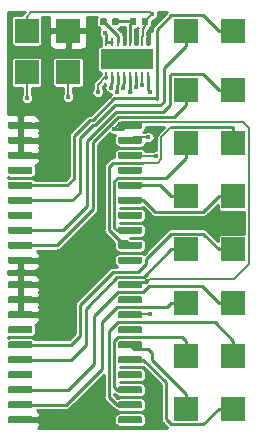
<source format=gbr>
G04 #@! TF.GenerationSoftware,KiCad,Pcbnew,(6.0.0-rc1-dev-1546-g786ee0e)*
G04 #@! TF.CreationDate,2021-05-18T14:48:32-07:00
G04 #@! TF.ProjectId,MuxBoard,4d757842-6f61-4726-942e-6b696361645f,rev?*
G04 #@! TF.SameCoordinates,Original*
G04 #@! TF.FileFunction,Copper,L1,Top*
G04 #@! TF.FilePolarity,Positive*
%FSLAX46Y46*%
G04 Gerber Fmt 4.6, Leading zero omitted, Abs format (unit mm)*
G04 Created by KiCad (PCBNEW (6.0.0-rc1-dev-1546-g786ee0e)) date Tue 18 May 2021 02:48:32 PM PDT*
%MOMM*%
%LPD*%
G04 APERTURE LIST*
%ADD10R,2.000000X2.000000*%
%ADD11C,0.100000*%
%ADD12C,0.540000*%
%ADD13C,0.600000*%
%ADD14R,4.400000X1.660000*%
%ADD15R,0.250000X0.650000*%
%ADD16C,0.400000*%
%ADD17C,0.250000*%
%ADD18C,0.200000*%
%ADD19C,0.254000*%
G04 APERTURE END LIST*
D10*
X131500000Y-51500000D03*
X145000000Y-83500000D03*
X145000000Y-79000000D03*
X145000000Y-74500000D03*
X145000000Y-70000000D03*
X145000000Y-65500000D03*
X145000000Y-61000000D03*
X145000000Y-56500000D03*
X145000000Y-51500000D03*
X149000000Y-83500000D03*
X149000000Y-79000000D03*
X149000000Y-74500000D03*
X149000000Y-70000000D03*
X149000000Y-65500000D03*
X149000000Y-61000000D03*
X149000000Y-56500000D03*
X149000000Y-51500000D03*
X135000000Y-55000000D03*
X131500000Y-55000000D03*
X135000000Y-51500000D03*
D11*
G36*
X139158232Y-50380650D02*
G01*
X139171337Y-50382594D01*
X139184188Y-50385813D01*
X139196662Y-50390276D01*
X139208639Y-50395941D01*
X139220002Y-50402752D01*
X139230643Y-50410644D01*
X139240459Y-50419541D01*
X139249356Y-50429357D01*
X139257248Y-50439998D01*
X139264059Y-50451361D01*
X139269724Y-50463338D01*
X139274187Y-50475812D01*
X139277406Y-50488663D01*
X139279350Y-50501768D01*
X139280000Y-50515000D01*
X139280000Y-50885000D01*
X139279350Y-50898232D01*
X139277406Y-50911337D01*
X139274187Y-50924188D01*
X139269724Y-50936662D01*
X139264059Y-50948639D01*
X139257248Y-50960002D01*
X139249356Y-50970643D01*
X139240459Y-50980459D01*
X139230643Y-50989356D01*
X139220002Y-50997248D01*
X139208639Y-51004059D01*
X139196662Y-51009724D01*
X139184188Y-51014187D01*
X139171337Y-51017406D01*
X139158232Y-51019350D01*
X139145000Y-51020000D01*
X138875000Y-51020000D01*
X138861768Y-51019350D01*
X138848663Y-51017406D01*
X138835812Y-51014187D01*
X138823338Y-51009724D01*
X138811361Y-51004059D01*
X138799998Y-50997248D01*
X138789357Y-50989356D01*
X138779541Y-50980459D01*
X138770644Y-50970643D01*
X138762752Y-50960002D01*
X138755941Y-50948639D01*
X138750276Y-50936662D01*
X138745813Y-50924188D01*
X138742594Y-50911337D01*
X138740650Y-50898232D01*
X138740000Y-50885000D01*
X138740000Y-50515000D01*
X138740650Y-50501768D01*
X138742594Y-50488663D01*
X138745813Y-50475812D01*
X138750276Y-50463338D01*
X138755941Y-50451361D01*
X138762752Y-50439998D01*
X138770644Y-50429357D01*
X138779541Y-50419541D01*
X138789357Y-50410644D01*
X138799998Y-50402752D01*
X138811361Y-50395941D01*
X138823338Y-50390276D01*
X138835812Y-50385813D01*
X138848663Y-50382594D01*
X138861768Y-50380650D01*
X138875000Y-50380000D01*
X139145000Y-50380000D01*
X139158232Y-50380650D01*
X139158232Y-50380650D01*
G37*
D12*
X139010000Y-50700000D03*
D11*
G36*
X138138232Y-50380650D02*
G01*
X138151337Y-50382594D01*
X138164188Y-50385813D01*
X138176662Y-50390276D01*
X138188639Y-50395941D01*
X138200002Y-50402752D01*
X138210643Y-50410644D01*
X138220459Y-50419541D01*
X138229356Y-50429357D01*
X138237248Y-50439998D01*
X138244059Y-50451361D01*
X138249724Y-50463338D01*
X138254187Y-50475812D01*
X138257406Y-50488663D01*
X138259350Y-50501768D01*
X138260000Y-50515000D01*
X138260000Y-50885000D01*
X138259350Y-50898232D01*
X138257406Y-50911337D01*
X138254187Y-50924188D01*
X138249724Y-50936662D01*
X138244059Y-50948639D01*
X138237248Y-50960002D01*
X138229356Y-50970643D01*
X138220459Y-50980459D01*
X138210643Y-50989356D01*
X138200002Y-50997248D01*
X138188639Y-51004059D01*
X138176662Y-51009724D01*
X138164188Y-51014187D01*
X138151337Y-51017406D01*
X138138232Y-51019350D01*
X138125000Y-51020000D01*
X137855000Y-51020000D01*
X137841768Y-51019350D01*
X137828663Y-51017406D01*
X137815812Y-51014187D01*
X137803338Y-51009724D01*
X137791361Y-51004059D01*
X137779998Y-50997248D01*
X137769357Y-50989356D01*
X137759541Y-50980459D01*
X137750644Y-50970643D01*
X137742752Y-50960002D01*
X137735941Y-50948639D01*
X137730276Y-50936662D01*
X137725813Y-50924188D01*
X137722594Y-50911337D01*
X137720650Y-50898232D01*
X137720000Y-50885000D01*
X137720000Y-50515000D01*
X137720650Y-50501768D01*
X137722594Y-50488663D01*
X137725813Y-50475812D01*
X137730276Y-50463338D01*
X137735941Y-50451361D01*
X137742752Y-50439998D01*
X137750644Y-50429357D01*
X137759541Y-50419541D01*
X137769357Y-50410644D01*
X137779998Y-50402752D01*
X137791361Y-50395941D01*
X137803338Y-50390276D01*
X137815812Y-50385813D01*
X137828663Y-50382594D01*
X137841768Y-50380650D01*
X137855000Y-50380000D01*
X138125000Y-50380000D01*
X138138232Y-50380650D01*
X138138232Y-50380650D01*
G37*
D12*
X137990000Y-50700000D03*
D11*
G36*
X141658232Y-50380650D02*
G01*
X141671337Y-50382594D01*
X141684188Y-50385813D01*
X141696662Y-50390276D01*
X141708639Y-50395941D01*
X141720002Y-50402752D01*
X141730643Y-50410644D01*
X141740459Y-50419541D01*
X141749356Y-50429357D01*
X141757248Y-50439998D01*
X141764059Y-50451361D01*
X141769724Y-50463338D01*
X141774187Y-50475812D01*
X141777406Y-50488663D01*
X141779350Y-50501768D01*
X141780000Y-50515000D01*
X141780000Y-50885000D01*
X141779350Y-50898232D01*
X141777406Y-50911337D01*
X141774187Y-50924188D01*
X141769724Y-50936662D01*
X141764059Y-50948639D01*
X141757248Y-50960002D01*
X141749356Y-50970643D01*
X141740459Y-50980459D01*
X141730643Y-50989356D01*
X141720002Y-50997248D01*
X141708639Y-51004059D01*
X141696662Y-51009724D01*
X141684188Y-51014187D01*
X141671337Y-51017406D01*
X141658232Y-51019350D01*
X141645000Y-51020000D01*
X141375000Y-51020000D01*
X141361768Y-51019350D01*
X141348663Y-51017406D01*
X141335812Y-51014187D01*
X141323338Y-51009724D01*
X141311361Y-51004059D01*
X141299998Y-50997248D01*
X141289357Y-50989356D01*
X141279541Y-50980459D01*
X141270644Y-50970643D01*
X141262752Y-50960002D01*
X141255941Y-50948639D01*
X141250276Y-50936662D01*
X141245813Y-50924188D01*
X141242594Y-50911337D01*
X141240650Y-50898232D01*
X141240000Y-50885000D01*
X141240000Y-50515000D01*
X141240650Y-50501768D01*
X141242594Y-50488663D01*
X141245813Y-50475812D01*
X141250276Y-50463338D01*
X141255941Y-50451361D01*
X141262752Y-50439998D01*
X141270644Y-50429357D01*
X141279541Y-50419541D01*
X141289357Y-50410644D01*
X141299998Y-50402752D01*
X141311361Y-50395941D01*
X141323338Y-50390276D01*
X141335812Y-50385813D01*
X141348663Y-50382594D01*
X141361768Y-50380650D01*
X141375000Y-50380000D01*
X141645000Y-50380000D01*
X141658232Y-50380650D01*
X141658232Y-50380650D01*
G37*
D12*
X141510000Y-50700000D03*
D11*
G36*
X140638232Y-50380650D02*
G01*
X140651337Y-50382594D01*
X140664188Y-50385813D01*
X140676662Y-50390276D01*
X140688639Y-50395941D01*
X140700002Y-50402752D01*
X140710643Y-50410644D01*
X140720459Y-50419541D01*
X140729356Y-50429357D01*
X140737248Y-50439998D01*
X140744059Y-50451361D01*
X140749724Y-50463338D01*
X140754187Y-50475812D01*
X140757406Y-50488663D01*
X140759350Y-50501768D01*
X140760000Y-50515000D01*
X140760000Y-50885000D01*
X140759350Y-50898232D01*
X140757406Y-50911337D01*
X140754187Y-50924188D01*
X140749724Y-50936662D01*
X140744059Y-50948639D01*
X140737248Y-50960002D01*
X140729356Y-50970643D01*
X140720459Y-50980459D01*
X140710643Y-50989356D01*
X140700002Y-50997248D01*
X140688639Y-51004059D01*
X140676662Y-51009724D01*
X140664188Y-51014187D01*
X140651337Y-51017406D01*
X140638232Y-51019350D01*
X140625000Y-51020000D01*
X140355000Y-51020000D01*
X140341768Y-51019350D01*
X140328663Y-51017406D01*
X140315812Y-51014187D01*
X140303338Y-51009724D01*
X140291361Y-51004059D01*
X140279998Y-50997248D01*
X140269357Y-50989356D01*
X140259541Y-50980459D01*
X140250644Y-50970643D01*
X140242752Y-50960002D01*
X140235941Y-50948639D01*
X140230276Y-50936662D01*
X140225813Y-50924188D01*
X140222594Y-50911337D01*
X140220650Y-50898232D01*
X140220000Y-50885000D01*
X140220000Y-50515000D01*
X140220650Y-50501768D01*
X140222594Y-50488663D01*
X140225813Y-50475812D01*
X140230276Y-50463338D01*
X140235941Y-50451361D01*
X140242752Y-50439998D01*
X140250644Y-50429357D01*
X140259541Y-50419541D01*
X140269357Y-50410644D01*
X140279998Y-50402752D01*
X140291361Y-50395941D01*
X140303338Y-50390276D01*
X140315812Y-50385813D01*
X140328663Y-50382594D01*
X140341768Y-50380650D01*
X140355000Y-50380000D01*
X140625000Y-50380000D01*
X140638232Y-50380650D01*
X140638232Y-50380650D01*
G37*
D12*
X140490000Y-50700000D03*
D11*
G36*
X141139703Y-72685722D02*
G01*
X141154264Y-72687882D01*
X141168543Y-72691459D01*
X141182403Y-72696418D01*
X141195710Y-72702712D01*
X141208336Y-72710280D01*
X141220159Y-72719048D01*
X141231066Y-72728934D01*
X141240952Y-72739841D01*
X141249720Y-72751664D01*
X141257288Y-72764290D01*
X141263582Y-72777597D01*
X141268541Y-72791457D01*
X141272118Y-72805736D01*
X141274278Y-72820297D01*
X141275000Y-72835000D01*
X141275000Y-73135000D01*
X141274278Y-73149703D01*
X141272118Y-73164264D01*
X141268541Y-73178543D01*
X141263582Y-73192403D01*
X141257288Y-73205710D01*
X141249720Y-73218336D01*
X141240952Y-73230159D01*
X141231066Y-73241066D01*
X141220159Y-73250952D01*
X141208336Y-73259720D01*
X141195710Y-73267288D01*
X141182403Y-73273582D01*
X141168543Y-73278541D01*
X141154264Y-73282118D01*
X141139703Y-73284278D01*
X141125000Y-73285000D01*
X139375000Y-73285000D01*
X139360297Y-73284278D01*
X139345736Y-73282118D01*
X139331457Y-73278541D01*
X139317597Y-73273582D01*
X139304290Y-73267288D01*
X139291664Y-73259720D01*
X139279841Y-73250952D01*
X139268934Y-73241066D01*
X139259048Y-73230159D01*
X139250280Y-73218336D01*
X139242712Y-73205710D01*
X139236418Y-73192403D01*
X139231459Y-73178543D01*
X139227882Y-73164264D01*
X139225722Y-73149703D01*
X139225000Y-73135000D01*
X139225000Y-72835000D01*
X139225722Y-72820297D01*
X139227882Y-72805736D01*
X139231459Y-72791457D01*
X139236418Y-72777597D01*
X139242712Y-72764290D01*
X139250280Y-72751664D01*
X139259048Y-72739841D01*
X139268934Y-72728934D01*
X139279841Y-72719048D01*
X139291664Y-72710280D01*
X139304290Y-72702712D01*
X139317597Y-72696418D01*
X139331457Y-72691459D01*
X139345736Y-72687882D01*
X139360297Y-72685722D01*
X139375000Y-72685000D01*
X141125000Y-72685000D01*
X141139703Y-72685722D01*
X141139703Y-72685722D01*
G37*
D13*
X140250000Y-72985000D03*
D11*
G36*
X141139703Y-73955722D02*
G01*
X141154264Y-73957882D01*
X141168543Y-73961459D01*
X141182403Y-73966418D01*
X141195710Y-73972712D01*
X141208336Y-73980280D01*
X141220159Y-73989048D01*
X141231066Y-73998934D01*
X141240952Y-74009841D01*
X141249720Y-74021664D01*
X141257288Y-74034290D01*
X141263582Y-74047597D01*
X141268541Y-74061457D01*
X141272118Y-74075736D01*
X141274278Y-74090297D01*
X141275000Y-74105000D01*
X141275000Y-74405000D01*
X141274278Y-74419703D01*
X141272118Y-74434264D01*
X141268541Y-74448543D01*
X141263582Y-74462403D01*
X141257288Y-74475710D01*
X141249720Y-74488336D01*
X141240952Y-74500159D01*
X141231066Y-74511066D01*
X141220159Y-74520952D01*
X141208336Y-74529720D01*
X141195710Y-74537288D01*
X141182403Y-74543582D01*
X141168543Y-74548541D01*
X141154264Y-74552118D01*
X141139703Y-74554278D01*
X141125000Y-74555000D01*
X139375000Y-74555000D01*
X139360297Y-74554278D01*
X139345736Y-74552118D01*
X139331457Y-74548541D01*
X139317597Y-74543582D01*
X139304290Y-74537288D01*
X139291664Y-74529720D01*
X139279841Y-74520952D01*
X139268934Y-74511066D01*
X139259048Y-74500159D01*
X139250280Y-74488336D01*
X139242712Y-74475710D01*
X139236418Y-74462403D01*
X139231459Y-74448543D01*
X139227882Y-74434264D01*
X139225722Y-74419703D01*
X139225000Y-74405000D01*
X139225000Y-74105000D01*
X139225722Y-74090297D01*
X139227882Y-74075736D01*
X139231459Y-74061457D01*
X139236418Y-74047597D01*
X139242712Y-74034290D01*
X139250280Y-74021664D01*
X139259048Y-74009841D01*
X139268934Y-73998934D01*
X139279841Y-73989048D01*
X139291664Y-73980280D01*
X139304290Y-73972712D01*
X139317597Y-73966418D01*
X139331457Y-73961459D01*
X139345736Y-73957882D01*
X139360297Y-73955722D01*
X139375000Y-73955000D01*
X141125000Y-73955000D01*
X141139703Y-73955722D01*
X141139703Y-73955722D01*
G37*
D13*
X140250000Y-74255000D03*
D11*
G36*
X141139703Y-75225722D02*
G01*
X141154264Y-75227882D01*
X141168543Y-75231459D01*
X141182403Y-75236418D01*
X141195710Y-75242712D01*
X141208336Y-75250280D01*
X141220159Y-75259048D01*
X141231066Y-75268934D01*
X141240952Y-75279841D01*
X141249720Y-75291664D01*
X141257288Y-75304290D01*
X141263582Y-75317597D01*
X141268541Y-75331457D01*
X141272118Y-75345736D01*
X141274278Y-75360297D01*
X141275000Y-75375000D01*
X141275000Y-75675000D01*
X141274278Y-75689703D01*
X141272118Y-75704264D01*
X141268541Y-75718543D01*
X141263582Y-75732403D01*
X141257288Y-75745710D01*
X141249720Y-75758336D01*
X141240952Y-75770159D01*
X141231066Y-75781066D01*
X141220159Y-75790952D01*
X141208336Y-75799720D01*
X141195710Y-75807288D01*
X141182403Y-75813582D01*
X141168543Y-75818541D01*
X141154264Y-75822118D01*
X141139703Y-75824278D01*
X141125000Y-75825000D01*
X139375000Y-75825000D01*
X139360297Y-75824278D01*
X139345736Y-75822118D01*
X139331457Y-75818541D01*
X139317597Y-75813582D01*
X139304290Y-75807288D01*
X139291664Y-75799720D01*
X139279841Y-75790952D01*
X139268934Y-75781066D01*
X139259048Y-75770159D01*
X139250280Y-75758336D01*
X139242712Y-75745710D01*
X139236418Y-75732403D01*
X139231459Y-75718543D01*
X139227882Y-75704264D01*
X139225722Y-75689703D01*
X139225000Y-75675000D01*
X139225000Y-75375000D01*
X139225722Y-75360297D01*
X139227882Y-75345736D01*
X139231459Y-75331457D01*
X139236418Y-75317597D01*
X139242712Y-75304290D01*
X139250280Y-75291664D01*
X139259048Y-75279841D01*
X139268934Y-75268934D01*
X139279841Y-75259048D01*
X139291664Y-75250280D01*
X139304290Y-75242712D01*
X139317597Y-75236418D01*
X139331457Y-75231459D01*
X139345736Y-75227882D01*
X139360297Y-75225722D01*
X139375000Y-75225000D01*
X141125000Y-75225000D01*
X141139703Y-75225722D01*
X141139703Y-75225722D01*
G37*
D13*
X140250000Y-75525000D03*
D11*
G36*
X141139703Y-76495722D02*
G01*
X141154264Y-76497882D01*
X141168543Y-76501459D01*
X141182403Y-76506418D01*
X141195710Y-76512712D01*
X141208336Y-76520280D01*
X141220159Y-76529048D01*
X141231066Y-76538934D01*
X141240952Y-76549841D01*
X141249720Y-76561664D01*
X141257288Y-76574290D01*
X141263582Y-76587597D01*
X141268541Y-76601457D01*
X141272118Y-76615736D01*
X141274278Y-76630297D01*
X141275000Y-76645000D01*
X141275000Y-76945000D01*
X141274278Y-76959703D01*
X141272118Y-76974264D01*
X141268541Y-76988543D01*
X141263582Y-77002403D01*
X141257288Y-77015710D01*
X141249720Y-77028336D01*
X141240952Y-77040159D01*
X141231066Y-77051066D01*
X141220159Y-77060952D01*
X141208336Y-77069720D01*
X141195710Y-77077288D01*
X141182403Y-77083582D01*
X141168543Y-77088541D01*
X141154264Y-77092118D01*
X141139703Y-77094278D01*
X141125000Y-77095000D01*
X139375000Y-77095000D01*
X139360297Y-77094278D01*
X139345736Y-77092118D01*
X139331457Y-77088541D01*
X139317597Y-77083582D01*
X139304290Y-77077288D01*
X139291664Y-77069720D01*
X139279841Y-77060952D01*
X139268934Y-77051066D01*
X139259048Y-77040159D01*
X139250280Y-77028336D01*
X139242712Y-77015710D01*
X139236418Y-77002403D01*
X139231459Y-76988543D01*
X139227882Y-76974264D01*
X139225722Y-76959703D01*
X139225000Y-76945000D01*
X139225000Y-76645000D01*
X139225722Y-76630297D01*
X139227882Y-76615736D01*
X139231459Y-76601457D01*
X139236418Y-76587597D01*
X139242712Y-76574290D01*
X139250280Y-76561664D01*
X139259048Y-76549841D01*
X139268934Y-76538934D01*
X139279841Y-76529048D01*
X139291664Y-76520280D01*
X139304290Y-76512712D01*
X139317597Y-76506418D01*
X139331457Y-76501459D01*
X139345736Y-76497882D01*
X139360297Y-76495722D01*
X139375000Y-76495000D01*
X141125000Y-76495000D01*
X141139703Y-76495722D01*
X141139703Y-76495722D01*
G37*
D13*
X140250000Y-76795000D03*
D11*
G36*
X141139703Y-77765722D02*
G01*
X141154264Y-77767882D01*
X141168543Y-77771459D01*
X141182403Y-77776418D01*
X141195710Y-77782712D01*
X141208336Y-77790280D01*
X141220159Y-77799048D01*
X141231066Y-77808934D01*
X141240952Y-77819841D01*
X141249720Y-77831664D01*
X141257288Y-77844290D01*
X141263582Y-77857597D01*
X141268541Y-77871457D01*
X141272118Y-77885736D01*
X141274278Y-77900297D01*
X141275000Y-77915000D01*
X141275000Y-78215000D01*
X141274278Y-78229703D01*
X141272118Y-78244264D01*
X141268541Y-78258543D01*
X141263582Y-78272403D01*
X141257288Y-78285710D01*
X141249720Y-78298336D01*
X141240952Y-78310159D01*
X141231066Y-78321066D01*
X141220159Y-78330952D01*
X141208336Y-78339720D01*
X141195710Y-78347288D01*
X141182403Y-78353582D01*
X141168543Y-78358541D01*
X141154264Y-78362118D01*
X141139703Y-78364278D01*
X141125000Y-78365000D01*
X139375000Y-78365000D01*
X139360297Y-78364278D01*
X139345736Y-78362118D01*
X139331457Y-78358541D01*
X139317597Y-78353582D01*
X139304290Y-78347288D01*
X139291664Y-78339720D01*
X139279841Y-78330952D01*
X139268934Y-78321066D01*
X139259048Y-78310159D01*
X139250280Y-78298336D01*
X139242712Y-78285710D01*
X139236418Y-78272403D01*
X139231459Y-78258543D01*
X139227882Y-78244264D01*
X139225722Y-78229703D01*
X139225000Y-78215000D01*
X139225000Y-77915000D01*
X139225722Y-77900297D01*
X139227882Y-77885736D01*
X139231459Y-77871457D01*
X139236418Y-77857597D01*
X139242712Y-77844290D01*
X139250280Y-77831664D01*
X139259048Y-77819841D01*
X139268934Y-77808934D01*
X139279841Y-77799048D01*
X139291664Y-77790280D01*
X139304290Y-77782712D01*
X139317597Y-77776418D01*
X139331457Y-77771459D01*
X139345736Y-77767882D01*
X139360297Y-77765722D01*
X139375000Y-77765000D01*
X141125000Y-77765000D01*
X141139703Y-77765722D01*
X141139703Y-77765722D01*
G37*
D13*
X140250000Y-78065000D03*
D11*
G36*
X141139703Y-79035722D02*
G01*
X141154264Y-79037882D01*
X141168543Y-79041459D01*
X141182403Y-79046418D01*
X141195710Y-79052712D01*
X141208336Y-79060280D01*
X141220159Y-79069048D01*
X141231066Y-79078934D01*
X141240952Y-79089841D01*
X141249720Y-79101664D01*
X141257288Y-79114290D01*
X141263582Y-79127597D01*
X141268541Y-79141457D01*
X141272118Y-79155736D01*
X141274278Y-79170297D01*
X141275000Y-79185000D01*
X141275000Y-79485000D01*
X141274278Y-79499703D01*
X141272118Y-79514264D01*
X141268541Y-79528543D01*
X141263582Y-79542403D01*
X141257288Y-79555710D01*
X141249720Y-79568336D01*
X141240952Y-79580159D01*
X141231066Y-79591066D01*
X141220159Y-79600952D01*
X141208336Y-79609720D01*
X141195710Y-79617288D01*
X141182403Y-79623582D01*
X141168543Y-79628541D01*
X141154264Y-79632118D01*
X141139703Y-79634278D01*
X141125000Y-79635000D01*
X139375000Y-79635000D01*
X139360297Y-79634278D01*
X139345736Y-79632118D01*
X139331457Y-79628541D01*
X139317597Y-79623582D01*
X139304290Y-79617288D01*
X139291664Y-79609720D01*
X139279841Y-79600952D01*
X139268934Y-79591066D01*
X139259048Y-79580159D01*
X139250280Y-79568336D01*
X139242712Y-79555710D01*
X139236418Y-79542403D01*
X139231459Y-79528543D01*
X139227882Y-79514264D01*
X139225722Y-79499703D01*
X139225000Y-79485000D01*
X139225000Y-79185000D01*
X139225722Y-79170297D01*
X139227882Y-79155736D01*
X139231459Y-79141457D01*
X139236418Y-79127597D01*
X139242712Y-79114290D01*
X139250280Y-79101664D01*
X139259048Y-79089841D01*
X139268934Y-79078934D01*
X139279841Y-79069048D01*
X139291664Y-79060280D01*
X139304290Y-79052712D01*
X139317597Y-79046418D01*
X139331457Y-79041459D01*
X139345736Y-79037882D01*
X139360297Y-79035722D01*
X139375000Y-79035000D01*
X141125000Y-79035000D01*
X141139703Y-79035722D01*
X141139703Y-79035722D01*
G37*
D13*
X140250000Y-79335000D03*
D11*
G36*
X141139703Y-80305722D02*
G01*
X141154264Y-80307882D01*
X141168543Y-80311459D01*
X141182403Y-80316418D01*
X141195710Y-80322712D01*
X141208336Y-80330280D01*
X141220159Y-80339048D01*
X141231066Y-80348934D01*
X141240952Y-80359841D01*
X141249720Y-80371664D01*
X141257288Y-80384290D01*
X141263582Y-80397597D01*
X141268541Y-80411457D01*
X141272118Y-80425736D01*
X141274278Y-80440297D01*
X141275000Y-80455000D01*
X141275000Y-80755000D01*
X141274278Y-80769703D01*
X141272118Y-80784264D01*
X141268541Y-80798543D01*
X141263582Y-80812403D01*
X141257288Y-80825710D01*
X141249720Y-80838336D01*
X141240952Y-80850159D01*
X141231066Y-80861066D01*
X141220159Y-80870952D01*
X141208336Y-80879720D01*
X141195710Y-80887288D01*
X141182403Y-80893582D01*
X141168543Y-80898541D01*
X141154264Y-80902118D01*
X141139703Y-80904278D01*
X141125000Y-80905000D01*
X139375000Y-80905000D01*
X139360297Y-80904278D01*
X139345736Y-80902118D01*
X139331457Y-80898541D01*
X139317597Y-80893582D01*
X139304290Y-80887288D01*
X139291664Y-80879720D01*
X139279841Y-80870952D01*
X139268934Y-80861066D01*
X139259048Y-80850159D01*
X139250280Y-80838336D01*
X139242712Y-80825710D01*
X139236418Y-80812403D01*
X139231459Y-80798543D01*
X139227882Y-80784264D01*
X139225722Y-80769703D01*
X139225000Y-80755000D01*
X139225000Y-80455000D01*
X139225722Y-80440297D01*
X139227882Y-80425736D01*
X139231459Y-80411457D01*
X139236418Y-80397597D01*
X139242712Y-80384290D01*
X139250280Y-80371664D01*
X139259048Y-80359841D01*
X139268934Y-80348934D01*
X139279841Y-80339048D01*
X139291664Y-80330280D01*
X139304290Y-80322712D01*
X139317597Y-80316418D01*
X139331457Y-80311459D01*
X139345736Y-80307882D01*
X139360297Y-80305722D01*
X139375000Y-80305000D01*
X141125000Y-80305000D01*
X141139703Y-80305722D01*
X141139703Y-80305722D01*
G37*
D13*
X140250000Y-80605000D03*
D11*
G36*
X141139703Y-81575722D02*
G01*
X141154264Y-81577882D01*
X141168543Y-81581459D01*
X141182403Y-81586418D01*
X141195710Y-81592712D01*
X141208336Y-81600280D01*
X141220159Y-81609048D01*
X141231066Y-81618934D01*
X141240952Y-81629841D01*
X141249720Y-81641664D01*
X141257288Y-81654290D01*
X141263582Y-81667597D01*
X141268541Y-81681457D01*
X141272118Y-81695736D01*
X141274278Y-81710297D01*
X141275000Y-81725000D01*
X141275000Y-82025000D01*
X141274278Y-82039703D01*
X141272118Y-82054264D01*
X141268541Y-82068543D01*
X141263582Y-82082403D01*
X141257288Y-82095710D01*
X141249720Y-82108336D01*
X141240952Y-82120159D01*
X141231066Y-82131066D01*
X141220159Y-82140952D01*
X141208336Y-82149720D01*
X141195710Y-82157288D01*
X141182403Y-82163582D01*
X141168543Y-82168541D01*
X141154264Y-82172118D01*
X141139703Y-82174278D01*
X141125000Y-82175000D01*
X139375000Y-82175000D01*
X139360297Y-82174278D01*
X139345736Y-82172118D01*
X139331457Y-82168541D01*
X139317597Y-82163582D01*
X139304290Y-82157288D01*
X139291664Y-82149720D01*
X139279841Y-82140952D01*
X139268934Y-82131066D01*
X139259048Y-82120159D01*
X139250280Y-82108336D01*
X139242712Y-82095710D01*
X139236418Y-82082403D01*
X139231459Y-82068543D01*
X139227882Y-82054264D01*
X139225722Y-82039703D01*
X139225000Y-82025000D01*
X139225000Y-81725000D01*
X139225722Y-81710297D01*
X139227882Y-81695736D01*
X139231459Y-81681457D01*
X139236418Y-81667597D01*
X139242712Y-81654290D01*
X139250280Y-81641664D01*
X139259048Y-81629841D01*
X139268934Y-81618934D01*
X139279841Y-81609048D01*
X139291664Y-81600280D01*
X139304290Y-81592712D01*
X139317597Y-81586418D01*
X139331457Y-81581459D01*
X139345736Y-81577882D01*
X139360297Y-81575722D01*
X139375000Y-81575000D01*
X141125000Y-81575000D01*
X141139703Y-81575722D01*
X141139703Y-81575722D01*
G37*
D13*
X140250000Y-81875000D03*
D11*
G36*
X141139703Y-82845722D02*
G01*
X141154264Y-82847882D01*
X141168543Y-82851459D01*
X141182403Y-82856418D01*
X141195710Y-82862712D01*
X141208336Y-82870280D01*
X141220159Y-82879048D01*
X141231066Y-82888934D01*
X141240952Y-82899841D01*
X141249720Y-82911664D01*
X141257288Y-82924290D01*
X141263582Y-82937597D01*
X141268541Y-82951457D01*
X141272118Y-82965736D01*
X141274278Y-82980297D01*
X141275000Y-82995000D01*
X141275000Y-83295000D01*
X141274278Y-83309703D01*
X141272118Y-83324264D01*
X141268541Y-83338543D01*
X141263582Y-83352403D01*
X141257288Y-83365710D01*
X141249720Y-83378336D01*
X141240952Y-83390159D01*
X141231066Y-83401066D01*
X141220159Y-83410952D01*
X141208336Y-83419720D01*
X141195710Y-83427288D01*
X141182403Y-83433582D01*
X141168543Y-83438541D01*
X141154264Y-83442118D01*
X141139703Y-83444278D01*
X141125000Y-83445000D01*
X139375000Y-83445000D01*
X139360297Y-83444278D01*
X139345736Y-83442118D01*
X139331457Y-83438541D01*
X139317597Y-83433582D01*
X139304290Y-83427288D01*
X139291664Y-83419720D01*
X139279841Y-83410952D01*
X139268934Y-83401066D01*
X139259048Y-83390159D01*
X139250280Y-83378336D01*
X139242712Y-83365710D01*
X139236418Y-83352403D01*
X139231459Y-83338543D01*
X139227882Y-83324264D01*
X139225722Y-83309703D01*
X139225000Y-83295000D01*
X139225000Y-82995000D01*
X139225722Y-82980297D01*
X139227882Y-82965736D01*
X139231459Y-82951457D01*
X139236418Y-82937597D01*
X139242712Y-82924290D01*
X139250280Y-82911664D01*
X139259048Y-82899841D01*
X139268934Y-82888934D01*
X139279841Y-82879048D01*
X139291664Y-82870280D01*
X139304290Y-82862712D01*
X139317597Y-82856418D01*
X139331457Y-82851459D01*
X139345736Y-82847882D01*
X139360297Y-82845722D01*
X139375000Y-82845000D01*
X141125000Y-82845000D01*
X141139703Y-82845722D01*
X141139703Y-82845722D01*
G37*
D13*
X140250000Y-83145000D03*
D11*
G36*
X141139703Y-84115722D02*
G01*
X141154264Y-84117882D01*
X141168543Y-84121459D01*
X141182403Y-84126418D01*
X141195710Y-84132712D01*
X141208336Y-84140280D01*
X141220159Y-84149048D01*
X141231066Y-84158934D01*
X141240952Y-84169841D01*
X141249720Y-84181664D01*
X141257288Y-84194290D01*
X141263582Y-84207597D01*
X141268541Y-84221457D01*
X141272118Y-84235736D01*
X141274278Y-84250297D01*
X141275000Y-84265000D01*
X141275000Y-84565000D01*
X141274278Y-84579703D01*
X141272118Y-84594264D01*
X141268541Y-84608543D01*
X141263582Y-84622403D01*
X141257288Y-84635710D01*
X141249720Y-84648336D01*
X141240952Y-84660159D01*
X141231066Y-84671066D01*
X141220159Y-84680952D01*
X141208336Y-84689720D01*
X141195710Y-84697288D01*
X141182403Y-84703582D01*
X141168543Y-84708541D01*
X141154264Y-84712118D01*
X141139703Y-84714278D01*
X141125000Y-84715000D01*
X139375000Y-84715000D01*
X139360297Y-84714278D01*
X139345736Y-84712118D01*
X139331457Y-84708541D01*
X139317597Y-84703582D01*
X139304290Y-84697288D01*
X139291664Y-84689720D01*
X139279841Y-84680952D01*
X139268934Y-84671066D01*
X139259048Y-84660159D01*
X139250280Y-84648336D01*
X139242712Y-84635710D01*
X139236418Y-84622403D01*
X139231459Y-84608543D01*
X139227882Y-84594264D01*
X139225722Y-84579703D01*
X139225000Y-84565000D01*
X139225000Y-84265000D01*
X139225722Y-84250297D01*
X139227882Y-84235736D01*
X139231459Y-84221457D01*
X139236418Y-84207597D01*
X139242712Y-84194290D01*
X139250280Y-84181664D01*
X139259048Y-84169841D01*
X139268934Y-84158934D01*
X139279841Y-84149048D01*
X139291664Y-84140280D01*
X139304290Y-84132712D01*
X139317597Y-84126418D01*
X139331457Y-84121459D01*
X139345736Y-84117882D01*
X139360297Y-84115722D01*
X139375000Y-84115000D01*
X141125000Y-84115000D01*
X141139703Y-84115722D01*
X141139703Y-84115722D01*
G37*
D13*
X140250000Y-84415000D03*
D11*
G36*
X131839703Y-84115722D02*
G01*
X131854264Y-84117882D01*
X131868543Y-84121459D01*
X131882403Y-84126418D01*
X131895710Y-84132712D01*
X131908336Y-84140280D01*
X131920159Y-84149048D01*
X131931066Y-84158934D01*
X131940952Y-84169841D01*
X131949720Y-84181664D01*
X131957288Y-84194290D01*
X131963582Y-84207597D01*
X131968541Y-84221457D01*
X131972118Y-84235736D01*
X131974278Y-84250297D01*
X131975000Y-84265000D01*
X131975000Y-84565000D01*
X131974278Y-84579703D01*
X131972118Y-84594264D01*
X131968541Y-84608543D01*
X131963582Y-84622403D01*
X131957288Y-84635710D01*
X131949720Y-84648336D01*
X131940952Y-84660159D01*
X131931066Y-84671066D01*
X131920159Y-84680952D01*
X131908336Y-84689720D01*
X131895710Y-84697288D01*
X131882403Y-84703582D01*
X131868543Y-84708541D01*
X131854264Y-84712118D01*
X131839703Y-84714278D01*
X131825000Y-84715000D01*
X130075000Y-84715000D01*
X130060297Y-84714278D01*
X130045736Y-84712118D01*
X130031457Y-84708541D01*
X130017597Y-84703582D01*
X130004290Y-84697288D01*
X129991664Y-84689720D01*
X129979841Y-84680952D01*
X129968934Y-84671066D01*
X129959048Y-84660159D01*
X129950280Y-84648336D01*
X129942712Y-84635710D01*
X129936418Y-84622403D01*
X129931459Y-84608543D01*
X129927882Y-84594264D01*
X129925722Y-84579703D01*
X129925000Y-84565000D01*
X129925000Y-84265000D01*
X129925722Y-84250297D01*
X129927882Y-84235736D01*
X129931459Y-84221457D01*
X129936418Y-84207597D01*
X129942712Y-84194290D01*
X129950280Y-84181664D01*
X129959048Y-84169841D01*
X129968934Y-84158934D01*
X129979841Y-84149048D01*
X129991664Y-84140280D01*
X130004290Y-84132712D01*
X130017597Y-84126418D01*
X130031457Y-84121459D01*
X130045736Y-84117882D01*
X130060297Y-84115722D01*
X130075000Y-84115000D01*
X131825000Y-84115000D01*
X131839703Y-84115722D01*
X131839703Y-84115722D01*
G37*
D13*
X130950000Y-84415000D03*
D11*
G36*
X131839703Y-82845722D02*
G01*
X131854264Y-82847882D01*
X131868543Y-82851459D01*
X131882403Y-82856418D01*
X131895710Y-82862712D01*
X131908336Y-82870280D01*
X131920159Y-82879048D01*
X131931066Y-82888934D01*
X131940952Y-82899841D01*
X131949720Y-82911664D01*
X131957288Y-82924290D01*
X131963582Y-82937597D01*
X131968541Y-82951457D01*
X131972118Y-82965736D01*
X131974278Y-82980297D01*
X131975000Y-82995000D01*
X131975000Y-83295000D01*
X131974278Y-83309703D01*
X131972118Y-83324264D01*
X131968541Y-83338543D01*
X131963582Y-83352403D01*
X131957288Y-83365710D01*
X131949720Y-83378336D01*
X131940952Y-83390159D01*
X131931066Y-83401066D01*
X131920159Y-83410952D01*
X131908336Y-83419720D01*
X131895710Y-83427288D01*
X131882403Y-83433582D01*
X131868543Y-83438541D01*
X131854264Y-83442118D01*
X131839703Y-83444278D01*
X131825000Y-83445000D01*
X130075000Y-83445000D01*
X130060297Y-83444278D01*
X130045736Y-83442118D01*
X130031457Y-83438541D01*
X130017597Y-83433582D01*
X130004290Y-83427288D01*
X129991664Y-83419720D01*
X129979841Y-83410952D01*
X129968934Y-83401066D01*
X129959048Y-83390159D01*
X129950280Y-83378336D01*
X129942712Y-83365710D01*
X129936418Y-83352403D01*
X129931459Y-83338543D01*
X129927882Y-83324264D01*
X129925722Y-83309703D01*
X129925000Y-83295000D01*
X129925000Y-82995000D01*
X129925722Y-82980297D01*
X129927882Y-82965736D01*
X129931459Y-82951457D01*
X129936418Y-82937597D01*
X129942712Y-82924290D01*
X129950280Y-82911664D01*
X129959048Y-82899841D01*
X129968934Y-82888934D01*
X129979841Y-82879048D01*
X129991664Y-82870280D01*
X130004290Y-82862712D01*
X130017597Y-82856418D01*
X130031457Y-82851459D01*
X130045736Y-82847882D01*
X130060297Y-82845722D01*
X130075000Y-82845000D01*
X131825000Y-82845000D01*
X131839703Y-82845722D01*
X131839703Y-82845722D01*
G37*
D13*
X130950000Y-83145000D03*
D11*
G36*
X131839703Y-81575722D02*
G01*
X131854264Y-81577882D01*
X131868543Y-81581459D01*
X131882403Y-81586418D01*
X131895710Y-81592712D01*
X131908336Y-81600280D01*
X131920159Y-81609048D01*
X131931066Y-81618934D01*
X131940952Y-81629841D01*
X131949720Y-81641664D01*
X131957288Y-81654290D01*
X131963582Y-81667597D01*
X131968541Y-81681457D01*
X131972118Y-81695736D01*
X131974278Y-81710297D01*
X131975000Y-81725000D01*
X131975000Y-82025000D01*
X131974278Y-82039703D01*
X131972118Y-82054264D01*
X131968541Y-82068543D01*
X131963582Y-82082403D01*
X131957288Y-82095710D01*
X131949720Y-82108336D01*
X131940952Y-82120159D01*
X131931066Y-82131066D01*
X131920159Y-82140952D01*
X131908336Y-82149720D01*
X131895710Y-82157288D01*
X131882403Y-82163582D01*
X131868543Y-82168541D01*
X131854264Y-82172118D01*
X131839703Y-82174278D01*
X131825000Y-82175000D01*
X130075000Y-82175000D01*
X130060297Y-82174278D01*
X130045736Y-82172118D01*
X130031457Y-82168541D01*
X130017597Y-82163582D01*
X130004290Y-82157288D01*
X129991664Y-82149720D01*
X129979841Y-82140952D01*
X129968934Y-82131066D01*
X129959048Y-82120159D01*
X129950280Y-82108336D01*
X129942712Y-82095710D01*
X129936418Y-82082403D01*
X129931459Y-82068543D01*
X129927882Y-82054264D01*
X129925722Y-82039703D01*
X129925000Y-82025000D01*
X129925000Y-81725000D01*
X129925722Y-81710297D01*
X129927882Y-81695736D01*
X129931459Y-81681457D01*
X129936418Y-81667597D01*
X129942712Y-81654290D01*
X129950280Y-81641664D01*
X129959048Y-81629841D01*
X129968934Y-81618934D01*
X129979841Y-81609048D01*
X129991664Y-81600280D01*
X130004290Y-81592712D01*
X130017597Y-81586418D01*
X130031457Y-81581459D01*
X130045736Y-81577882D01*
X130060297Y-81575722D01*
X130075000Y-81575000D01*
X131825000Y-81575000D01*
X131839703Y-81575722D01*
X131839703Y-81575722D01*
G37*
D13*
X130950000Y-81875000D03*
D11*
G36*
X131839703Y-80305722D02*
G01*
X131854264Y-80307882D01*
X131868543Y-80311459D01*
X131882403Y-80316418D01*
X131895710Y-80322712D01*
X131908336Y-80330280D01*
X131920159Y-80339048D01*
X131931066Y-80348934D01*
X131940952Y-80359841D01*
X131949720Y-80371664D01*
X131957288Y-80384290D01*
X131963582Y-80397597D01*
X131968541Y-80411457D01*
X131972118Y-80425736D01*
X131974278Y-80440297D01*
X131975000Y-80455000D01*
X131975000Y-80755000D01*
X131974278Y-80769703D01*
X131972118Y-80784264D01*
X131968541Y-80798543D01*
X131963582Y-80812403D01*
X131957288Y-80825710D01*
X131949720Y-80838336D01*
X131940952Y-80850159D01*
X131931066Y-80861066D01*
X131920159Y-80870952D01*
X131908336Y-80879720D01*
X131895710Y-80887288D01*
X131882403Y-80893582D01*
X131868543Y-80898541D01*
X131854264Y-80902118D01*
X131839703Y-80904278D01*
X131825000Y-80905000D01*
X130075000Y-80905000D01*
X130060297Y-80904278D01*
X130045736Y-80902118D01*
X130031457Y-80898541D01*
X130017597Y-80893582D01*
X130004290Y-80887288D01*
X129991664Y-80879720D01*
X129979841Y-80870952D01*
X129968934Y-80861066D01*
X129959048Y-80850159D01*
X129950280Y-80838336D01*
X129942712Y-80825710D01*
X129936418Y-80812403D01*
X129931459Y-80798543D01*
X129927882Y-80784264D01*
X129925722Y-80769703D01*
X129925000Y-80755000D01*
X129925000Y-80455000D01*
X129925722Y-80440297D01*
X129927882Y-80425736D01*
X129931459Y-80411457D01*
X129936418Y-80397597D01*
X129942712Y-80384290D01*
X129950280Y-80371664D01*
X129959048Y-80359841D01*
X129968934Y-80348934D01*
X129979841Y-80339048D01*
X129991664Y-80330280D01*
X130004290Y-80322712D01*
X130017597Y-80316418D01*
X130031457Y-80311459D01*
X130045736Y-80307882D01*
X130060297Y-80305722D01*
X130075000Y-80305000D01*
X131825000Y-80305000D01*
X131839703Y-80305722D01*
X131839703Y-80305722D01*
G37*
D13*
X130950000Y-80605000D03*
D11*
G36*
X131839703Y-79035722D02*
G01*
X131854264Y-79037882D01*
X131868543Y-79041459D01*
X131882403Y-79046418D01*
X131895710Y-79052712D01*
X131908336Y-79060280D01*
X131920159Y-79069048D01*
X131931066Y-79078934D01*
X131940952Y-79089841D01*
X131949720Y-79101664D01*
X131957288Y-79114290D01*
X131963582Y-79127597D01*
X131968541Y-79141457D01*
X131972118Y-79155736D01*
X131974278Y-79170297D01*
X131975000Y-79185000D01*
X131975000Y-79485000D01*
X131974278Y-79499703D01*
X131972118Y-79514264D01*
X131968541Y-79528543D01*
X131963582Y-79542403D01*
X131957288Y-79555710D01*
X131949720Y-79568336D01*
X131940952Y-79580159D01*
X131931066Y-79591066D01*
X131920159Y-79600952D01*
X131908336Y-79609720D01*
X131895710Y-79617288D01*
X131882403Y-79623582D01*
X131868543Y-79628541D01*
X131854264Y-79632118D01*
X131839703Y-79634278D01*
X131825000Y-79635000D01*
X130075000Y-79635000D01*
X130060297Y-79634278D01*
X130045736Y-79632118D01*
X130031457Y-79628541D01*
X130017597Y-79623582D01*
X130004290Y-79617288D01*
X129991664Y-79609720D01*
X129979841Y-79600952D01*
X129968934Y-79591066D01*
X129959048Y-79580159D01*
X129950280Y-79568336D01*
X129942712Y-79555710D01*
X129936418Y-79542403D01*
X129931459Y-79528543D01*
X129927882Y-79514264D01*
X129925722Y-79499703D01*
X129925000Y-79485000D01*
X129925000Y-79185000D01*
X129925722Y-79170297D01*
X129927882Y-79155736D01*
X129931459Y-79141457D01*
X129936418Y-79127597D01*
X129942712Y-79114290D01*
X129950280Y-79101664D01*
X129959048Y-79089841D01*
X129968934Y-79078934D01*
X129979841Y-79069048D01*
X129991664Y-79060280D01*
X130004290Y-79052712D01*
X130017597Y-79046418D01*
X130031457Y-79041459D01*
X130045736Y-79037882D01*
X130060297Y-79035722D01*
X130075000Y-79035000D01*
X131825000Y-79035000D01*
X131839703Y-79035722D01*
X131839703Y-79035722D01*
G37*
D13*
X130950000Y-79335000D03*
D11*
G36*
X131839703Y-77765722D02*
G01*
X131854264Y-77767882D01*
X131868543Y-77771459D01*
X131882403Y-77776418D01*
X131895710Y-77782712D01*
X131908336Y-77790280D01*
X131920159Y-77799048D01*
X131931066Y-77808934D01*
X131940952Y-77819841D01*
X131949720Y-77831664D01*
X131957288Y-77844290D01*
X131963582Y-77857597D01*
X131968541Y-77871457D01*
X131972118Y-77885736D01*
X131974278Y-77900297D01*
X131975000Y-77915000D01*
X131975000Y-78215000D01*
X131974278Y-78229703D01*
X131972118Y-78244264D01*
X131968541Y-78258543D01*
X131963582Y-78272403D01*
X131957288Y-78285710D01*
X131949720Y-78298336D01*
X131940952Y-78310159D01*
X131931066Y-78321066D01*
X131920159Y-78330952D01*
X131908336Y-78339720D01*
X131895710Y-78347288D01*
X131882403Y-78353582D01*
X131868543Y-78358541D01*
X131854264Y-78362118D01*
X131839703Y-78364278D01*
X131825000Y-78365000D01*
X130075000Y-78365000D01*
X130060297Y-78364278D01*
X130045736Y-78362118D01*
X130031457Y-78358541D01*
X130017597Y-78353582D01*
X130004290Y-78347288D01*
X129991664Y-78339720D01*
X129979841Y-78330952D01*
X129968934Y-78321066D01*
X129959048Y-78310159D01*
X129950280Y-78298336D01*
X129942712Y-78285710D01*
X129936418Y-78272403D01*
X129931459Y-78258543D01*
X129927882Y-78244264D01*
X129925722Y-78229703D01*
X129925000Y-78215000D01*
X129925000Y-77915000D01*
X129925722Y-77900297D01*
X129927882Y-77885736D01*
X129931459Y-77871457D01*
X129936418Y-77857597D01*
X129942712Y-77844290D01*
X129950280Y-77831664D01*
X129959048Y-77819841D01*
X129968934Y-77808934D01*
X129979841Y-77799048D01*
X129991664Y-77790280D01*
X130004290Y-77782712D01*
X130017597Y-77776418D01*
X130031457Y-77771459D01*
X130045736Y-77767882D01*
X130060297Y-77765722D01*
X130075000Y-77765000D01*
X131825000Y-77765000D01*
X131839703Y-77765722D01*
X131839703Y-77765722D01*
G37*
D13*
X130950000Y-78065000D03*
D11*
G36*
X131839703Y-76495722D02*
G01*
X131854264Y-76497882D01*
X131868543Y-76501459D01*
X131882403Y-76506418D01*
X131895710Y-76512712D01*
X131908336Y-76520280D01*
X131920159Y-76529048D01*
X131931066Y-76538934D01*
X131940952Y-76549841D01*
X131949720Y-76561664D01*
X131957288Y-76574290D01*
X131963582Y-76587597D01*
X131968541Y-76601457D01*
X131972118Y-76615736D01*
X131974278Y-76630297D01*
X131975000Y-76645000D01*
X131975000Y-76945000D01*
X131974278Y-76959703D01*
X131972118Y-76974264D01*
X131968541Y-76988543D01*
X131963582Y-77002403D01*
X131957288Y-77015710D01*
X131949720Y-77028336D01*
X131940952Y-77040159D01*
X131931066Y-77051066D01*
X131920159Y-77060952D01*
X131908336Y-77069720D01*
X131895710Y-77077288D01*
X131882403Y-77083582D01*
X131868543Y-77088541D01*
X131854264Y-77092118D01*
X131839703Y-77094278D01*
X131825000Y-77095000D01*
X130075000Y-77095000D01*
X130060297Y-77094278D01*
X130045736Y-77092118D01*
X130031457Y-77088541D01*
X130017597Y-77083582D01*
X130004290Y-77077288D01*
X129991664Y-77069720D01*
X129979841Y-77060952D01*
X129968934Y-77051066D01*
X129959048Y-77040159D01*
X129950280Y-77028336D01*
X129942712Y-77015710D01*
X129936418Y-77002403D01*
X129931459Y-76988543D01*
X129927882Y-76974264D01*
X129925722Y-76959703D01*
X129925000Y-76945000D01*
X129925000Y-76645000D01*
X129925722Y-76630297D01*
X129927882Y-76615736D01*
X129931459Y-76601457D01*
X129936418Y-76587597D01*
X129942712Y-76574290D01*
X129950280Y-76561664D01*
X129959048Y-76549841D01*
X129968934Y-76538934D01*
X129979841Y-76529048D01*
X129991664Y-76520280D01*
X130004290Y-76512712D01*
X130017597Y-76506418D01*
X130031457Y-76501459D01*
X130045736Y-76497882D01*
X130060297Y-76495722D01*
X130075000Y-76495000D01*
X131825000Y-76495000D01*
X131839703Y-76495722D01*
X131839703Y-76495722D01*
G37*
D13*
X130950000Y-76795000D03*
D11*
G36*
X131839703Y-75225722D02*
G01*
X131854264Y-75227882D01*
X131868543Y-75231459D01*
X131882403Y-75236418D01*
X131895710Y-75242712D01*
X131908336Y-75250280D01*
X131920159Y-75259048D01*
X131931066Y-75268934D01*
X131940952Y-75279841D01*
X131949720Y-75291664D01*
X131957288Y-75304290D01*
X131963582Y-75317597D01*
X131968541Y-75331457D01*
X131972118Y-75345736D01*
X131974278Y-75360297D01*
X131975000Y-75375000D01*
X131975000Y-75675000D01*
X131974278Y-75689703D01*
X131972118Y-75704264D01*
X131968541Y-75718543D01*
X131963582Y-75732403D01*
X131957288Y-75745710D01*
X131949720Y-75758336D01*
X131940952Y-75770159D01*
X131931066Y-75781066D01*
X131920159Y-75790952D01*
X131908336Y-75799720D01*
X131895710Y-75807288D01*
X131882403Y-75813582D01*
X131868543Y-75818541D01*
X131854264Y-75822118D01*
X131839703Y-75824278D01*
X131825000Y-75825000D01*
X130075000Y-75825000D01*
X130060297Y-75824278D01*
X130045736Y-75822118D01*
X130031457Y-75818541D01*
X130017597Y-75813582D01*
X130004290Y-75807288D01*
X129991664Y-75799720D01*
X129979841Y-75790952D01*
X129968934Y-75781066D01*
X129959048Y-75770159D01*
X129950280Y-75758336D01*
X129942712Y-75745710D01*
X129936418Y-75732403D01*
X129931459Y-75718543D01*
X129927882Y-75704264D01*
X129925722Y-75689703D01*
X129925000Y-75675000D01*
X129925000Y-75375000D01*
X129925722Y-75360297D01*
X129927882Y-75345736D01*
X129931459Y-75331457D01*
X129936418Y-75317597D01*
X129942712Y-75304290D01*
X129950280Y-75291664D01*
X129959048Y-75279841D01*
X129968934Y-75268934D01*
X129979841Y-75259048D01*
X129991664Y-75250280D01*
X130004290Y-75242712D01*
X130017597Y-75236418D01*
X130031457Y-75231459D01*
X130045736Y-75227882D01*
X130060297Y-75225722D01*
X130075000Y-75225000D01*
X131825000Y-75225000D01*
X131839703Y-75225722D01*
X131839703Y-75225722D01*
G37*
D13*
X130950000Y-75525000D03*
D11*
G36*
X131839703Y-73955722D02*
G01*
X131854264Y-73957882D01*
X131868543Y-73961459D01*
X131882403Y-73966418D01*
X131895710Y-73972712D01*
X131908336Y-73980280D01*
X131920159Y-73989048D01*
X131931066Y-73998934D01*
X131940952Y-74009841D01*
X131949720Y-74021664D01*
X131957288Y-74034290D01*
X131963582Y-74047597D01*
X131968541Y-74061457D01*
X131972118Y-74075736D01*
X131974278Y-74090297D01*
X131975000Y-74105000D01*
X131975000Y-74405000D01*
X131974278Y-74419703D01*
X131972118Y-74434264D01*
X131968541Y-74448543D01*
X131963582Y-74462403D01*
X131957288Y-74475710D01*
X131949720Y-74488336D01*
X131940952Y-74500159D01*
X131931066Y-74511066D01*
X131920159Y-74520952D01*
X131908336Y-74529720D01*
X131895710Y-74537288D01*
X131882403Y-74543582D01*
X131868543Y-74548541D01*
X131854264Y-74552118D01*
X131839703Y-74554278D01*
X131825000Y-74555000D01*
X130075000Y-74555000D01*
X130060297Y-74554278D01*
X130045736Y-74552118D01*
X130031457Y-74548541D01*
X130017597Y-74543582D01*
X130004290Y-74537288D01*
X129991664Y-74529720D01*
X129979841Y-74520952D01*
X129968934Y-74511066D01*
X129959048Y-74500159D01*
X129950280Y-74488336D01*
X129942712Y-74475710D01*
X129936418Y-74462403D01*
X129931459Y-74448543D01*
X129927882Y-74434264D01*
X129925722Y-74419703D01*
X129925000Y-74405000D01*
X129925000Y-74105000D01*
X129925722Y-74090297D01*
X129927882Y-74075736D01*
X129931459Y-74061457D01*
X129936418Y-74047597D01*
X129942712Y-74034290D01*
X129950280Y-74021664D01*
X129959048Y-74009841D01*
X129968934Y-73998934D01*
X129979841Y-73989048D01*
X129991664Y-73980280D01*
X130004290Y-73972712D01*
X130017597Y-73966418D01*
X130031457Y-73961459D01*
X130045736Y-73957882D01*
X130060297Y-73955722D01*
X130075000Y-73955000D01*
X131825000Y-73955000D01*
X131839703Y-73955722D01*
X131839703Y-73955722D01*
G37*
D13*
X130950000Y-74255000D03*
D11*
G36*
X131839703Y-72685722D02*
G01*
X131854264Y-72687882D01*
X131868543Y-72691459D01*
X131882403Y-72696418D01*
X131895710Y-72702712D01*
X131908336Y-72710280D01*
X131920159Y-72719048D01*
X131931066Y-72728934D01*
X131940952Y-72739841D01*
X131949720Y-72751664D01*
X131957288Y-72764290D01*
X131963582Y-72777597D01*
X131968541Y-72791457D01*
X131972118Y-72805736D01*
X131974278Y-72820297D01*
X131975000Y-72835000D01*
X131975000Y-73135000D01*
X131974278Y-73149703D01*
X131972118Y-73164264D01*
X131968541Y-73178543D01*
X131963582Y-73192403D01*
X131957288Y-73205710D01*
X131949720Y-73218336D01*
X131940952Y-73230159D01*
X131931066Y-73241066D01*
X131920159Y-73250952D01*
X131908336Y-73259720D01*
X131895710Y-73267288D01*
X131882403Y-73273582D01*
X131868543Y-73278541D01*
X131854264Y-73282118D01*
X131839703Y-73284278D01*
X131825000Y-73285000D01*
X130075000Y-73285000D01*
X130060297Y-73284278D01*
X130045736Y-73282118D01*
X130031457Y-73278541D01*
X130017597Y-73273582D01*
X130004290Y-73267288D01*
X129991664Y-73259720D01*
X129979841Y-73250952D01*
X129968934Y-73241066D01*
X129959048Y-73230159D01*
X129950280Y-73218336D01*
X129942712Y-73205710D01*
X129936418Y-73192403D01*
X129931459Y-73178543D01*
X129927882Y-73164264D01*
X129925722Y-73149703D01*
X129925000Y-73135000D01*
X129925000Y-72835000D01*
X129925722Y-72820297D01*
X129927882Y-72805736D01*
X129931459Y-72791457D01*
X129936418Y-72777597D01*
X129942712Y-72764290D01*
X129950280Y-72751664D01*
X129959048Y-72739841D01*
X129968934Y-72728934D01*
X129979841Y-72719048D01*
X129991664Y-72710280D01*
X130004290Y-72702712D01*
X130017597Y-72696418D01*
X130031457Y-72691459D01*
X130045736Y-72687882D01*
X130060297Y-72685722D01*
X130075000Y-72685000D01*
X131825000Y-72685000D01*
X131839703Y-72685722D01*
X131839703Y-72685722D01*
G37*
D13*
X130950000Y-72985000D03*
D11*
G36*
X141139703Y-59185722D02*
G01*
X141154264Y-59187882D01*
X141168543Y-59191459D01*
X141182403Y-59196418D01*
X141195710Y-59202712D01*
X141208336Y-59210280D01*
X141220159Y-59219048D01*
X141231066Y-59228934D01*
X141240952Y-59239841D01*
X141249720Y-59251664D01*
X141257288Y-59264290D01*
X141263582Y-59277597D01*
X141268541Y-59291457D01*
X141272118Y-59305736D01*
X141274278Y-59320297D01*
X141275000Y-59335000D01*
X141275000Y-59635000D01*
X141274278Y-59649703D01*
X141272118Y-59664264D01*
X141268541Y-59678543D01*
X141263582Y-59692403D01*
X141257288Y-59705710D01*
X141249720Y-59718336D01*
X141240952Y-59730159D01*
X141231066Y-59741066D01*
X141220159Y-59750952D01*
X141208336Y-59759720D01*
X141195710Y-59767288D01*
X141182403Y-59773582D01*
X141168543Y-59778541D01*
X141154264Y-59782118D01*
X141139703Y-59784278D01*
X141125000Y-59785000D01*
X139375000Y-59785000D01*
X139360297Y-59784278D01*
X139345736Y-59782118D01*
X139331457Y-59778541D01*
X139317597Y-59773582D01*
X139304290Y-59767288D01*
X139291664Y-59759720D01*
X139279841Y-59750952D01*
X139268934Y-59741066D01*
X139259048Y-59730159D01*
X139250280Y-59718336D01*
X139242712Y-59705710D01*
X139236418Y-59692403D01*
X139231459Y-59678543D01*
X139227882Y-59664264D01*
X139225722Y-59649703D01*
X139225000Y-59635000D01*
X139225000Y-59335000D01*
X139225722Y-59320297D01*
X139227882Y-59305736D01*
X139231459Y-59291457D01*
X139236418Y-59277597D01*
X139242712Y-59264290D01*
X139250280Y-59251664D01*
X139259048Y-59239841D01*
X139268934Y-59228934D01*
X139279841Y-59219048D01*
X139291664Y-59210280D01*
X139304290Y-59202712D01*
X139317597Y-59196418D01*
X139331457Y-59191459D01*
X139345736Y-59187882D01*
X139360297Y-59185722D01*
X139375000Y-59185000D01*
X141125000Y-59185000D01*
X141139703Y-59185722D01*
X141139703Y-59185722D01*
G37*
D13*
X140250000Y-59485000D03*
D11*
G36*
X141139703Y-60455722D02*
G01*
X141154264Y-60457882D01*
X141168543Y-60461459D01*
X141182403Y-60466418D01*
X141195710Y-60472712D01*
X141208336Y-60480280D01*
X141220159Y-60489048D01*
X141231066Y-60498934D01*
X141240952Y-60509841D01*
X141249720Y-60521664D01*
X141257288Y-60534290D01*
X141263582Y-60547597D01*
X141268541Y-60561457D01*
X141272118Y-60575736D01*
X141274278Y-60590297D01*
X141275000Y-60605000D01*
X141275000Y-60905000D01*
X141274278Y-60919703D01*
X141272118Y-60934264D01*
X141268541Y-60948543D01*
X141263582Y-60962403D01*
X141257288Y-60975710D01*
X141249720Y-60988336D01*
X141240952Y-61000159D01*
X141231066Y-61011066D01*
X141220159Y-61020952D01*
X141208336Y-61029720D01*
X141195710Y-61037288D01*
X141182403Y-61043582D01*
X141168543Y-61048541D01*
X141154264Y-61052118D01*
X141139703Y-61054278D01*
X141125000Y-61055000D01*
X139375000Y-61055000D01*
X139360297Y-61054278D01*
X139345736Y-61052118D01*
X139331457Y-61048541D01*
X139317597Y-61043582D01*
X139304290Y-61037288D01*
X139291664Y-61029720D01*
X139279841Y-61020952D01*
X139268934Y-61011066D01*
X139259048Y-61000159D01*
X139250280Y-60988336D01*
X139242712Y-60975710D01*
X139236418Y-60962403D01*
X139231459Y-60948543D01*
X139227882Y-60934264D01*
X139225722Y-60919703D01*
X139225000Y-60905000D01*
X139225000Y-60605000D01*
X139225722Y-60590297D01*
X139227882Y-60575736D01*
X139231459Y-60561457D01*
X139236418Y-60547597D01*
X139242712Y-60534290D01*
X139250280Y-60521664D01*
X139259048Y-60509841D01*
X139268934Y-60498934D01*
X139279841Y-60489048D01*
X139291664Y-60480280D01*
X139304290Y-60472712D01*
X139317597Y-60466418D01*
X139331457Y-60461459D01*
X139345736Y-60457882D01*
X139360297Y-60455722D01*
X139375000Y-60455000D01*
X141125000Y-60455000D01*
X141139703Y-60455722D01*
X141139703Y-60455722D01*
G37*
D13*
X140250000Y-60755000D03*
D11*
G36*
X141139703Y-61725722D02*
G01*
X141154264Y-61727882D01*
X141168543Y-61731459D01*
X141182403Y-61736418D01*
X141195710Y-61742712D01*
X141208336Y-61750280D01*
X141220159Y-61759048D01*
X141231066Y-61768934D01*
X141240952Y-61779841D01*
X141249720Y-61791664D01*
X141257288Y-61804290D01*
X141263582Y-61817597D01*
X141268541Y-61831457D01*
X141272118Y-61845736D01*
X141274278Y-61860297D01*
X141275000Y-61875000D01*
X141275000Y-62175000D01*
X141274278Y-62189703D01*
X141272118Y-62204264D01*
X141268541Y-62218543D01*
X141263582Y-62232403D01*
X141257288Y-62245710D01*
X141249720Y-62258336D01*
X141240952Y-62270159D01*
X141231066Y-62281066D01*
X141220159Y-62290952D01*
X141208336Y-62299720D01*
X141195710Y-62307288D01*
X141182403Y-62313582D01*
X141168543Y-62318541D01*
X141154264Y-62322118D01*
X141139703Y-62324278D01*
X141125000Y-62325000D01*
X139375000Y-62325000D01*
X139360297Y-62324278D01*
X139345736Y-62322118D01*
X139331457Y-62318541D01*
X139317597Y-62313582D01*
X139304290Y-62307288D01*
X139291664Y-62299720D01*
X139279841Y-62290952D01*
X139268934Y-62281066D01*
X139259048Y-62270159D01*
X139250280Y-62258336D01*
X139242712Y-62245710D01*
X139236418Y-62232403D01*
X139231459Y-62218543D01*
X139227882Y-62204264D01*
X139225722Y-62189703D01*
X139225000Y-62175000D01*
X139225000Y-61875000D01*
X139225722Y-61860297D01*
X139227882Y-61845736D01*
X139231459Y-61831457D01*
X139236418Y-61817597D01*
X139242712Y-61804290D01*
X139250280Y-61791664D01*
X139259048Y-61779841D01*
X139268934Y-61768934D01*
X139279841Y-61759048D01*
X139291664Y-61750280D01*
X139304290Y-61742712D01*
X139317597Y-61736418D01*
X139331457Y-61731459D01*
X139345736Y-61727882D01*
X139360297Y-61725722D01*
X139375000Y-61725000D01*
X141125000Y-61725000D01*
X141139703Y-61725722D01*
X141139703Y-61725722D01*
G37*
D13*
X140250000Y-62025000D03*
D11*
G36*
X141139703Y-62995722D02*
G01*
X141154264Y-62997882D01*
X141168543Y-63001459D01*
X141182403Y-63006418D01*
X141195710Y-63012712D01*
X141208336Y-63020280D01*
X141220159Y-63029048D01*
X141231066Y-63038934D01*
X141240952Y-63049841D01*
X141249720Y-63061664D01*
X141257288Y-63074290D01*
X141263582Y-63087597D01*
X141268541Y-63101457D01*
X141272118Y-63115736D01*
X141274278Y-63130297D01*
X141275000Y-63145000D01*
X141275000Y-63445000D01*
X141274278Y-63459703D01*
X141272118Y-63474264D01*
X141268541Y-63488543D01*
X141263582Y-63502403D01*
X141257288Y-63515710D01*
X141249720Y-63528336D01*
X141240952Y-63540159D01*
X141231066Y-63551066D01*
X141220159Y-63560952D01*
X141208336Y-63569720D01*
X141195710Y-63577288D01*
X141182403Y-63583582D01*
X141168543Y-63588541D01*
X141154264Y-63592118D01*
X141139703Y-63594278D01*
X141125000Y-63595000D01*
X139375000Y-63595000D01*
X139360297Y-63594278D01*
X139345736Y-63592118D01*
X139331457Y-63588541D01*
X139317597Y-63583582D01*
X139304290Y-63577288D01*
X139291664Y-63569720D01*
X139279841Y-63560952D01*
X139268934Y-63551066D01*
X139259048Y-63540159D01*
X139250280Y-63528336D01*
X139242712Y-63515710D01*
X139236418Y-63502403D01*
X139231459Y-63488543D01*
X139227882Y-63474264D01*
X139225722Y-63459703D01*
X139225000Y-63445000D01*
X139225000Y-63145000D01*
X139225722Y-63130297D01*
X139227882Y-63115736D01*
X139231459Y-63101457D01*
X139236418Y-63087597D01*
X139242712Y-63074290D01*
X139250280Y-63061664D01*
X139259048Y-63049841D01*
X139268934Y-63038934D01*
X139279841Y-63029048D01*
X139291664Y-63020280D01*
X139304290Y-63012712D01*
X139317597Y-63006418D01*
X139331457Y-63001459D01*
X139345736Y-62997882D01*
X139360297Y-62995722D01*
X139375000Y-62995000D01*
X141125000Y-62995000D01*
X141139703Y-62995722D01*
X141139703Y-62995722D01*
G37*
D13*
X140250000Y-63295000D03*
D11*
G36*
X141139703Y-64265722D02*
G01*
X141154264Y-64267882D01*
X141168543Y-64271459D01*
X141182403Y-64276418D01*
X141195710Y-64282712D01*
X141208336Y-64290280D01*
X141220159Y-64299048D01*
X141231066Y-64308934D01*
X141240952Y-64319841D01*
X141249720Y-64331664D01*
X141257288Y-64344290D01*
X141263582Y-64357597D01*
X141268541Y-64371457D01*
X141272118Y-64385736D01*
X141274278Y-64400297D01*
X141275000Y-64415000D01*
X141275000Y-64715000D01*
X141274278Y-64729703D01*
X141272118Y-64744264D01*
X141268541Y-64758543D01*
X141263582Y-64772403D01*
X141257288Y-64785710D01*
X141249720Y-64798336D01*
X141240952Y-64810159D01*
X141231066Y-64821066D01*
X141220159Y-64830952D01*
X141208336Y-64839720D01*
X141195710Y-64847288D01*
X141182403Y-64853582D01*
X141168543Y-64858541D01*
X141154264Y-64862118D01*
X141139703Y-64864278D01*
X141125000Y-64865000D01*
X139375000Y-64865000D01*
X139360297Y-64864278D01*
X139345736Y-64862118D01*
X139331457Y-64858541D01*
X139317597Y-64853582D01*
X139304290Y-64847288D01*
X139291664Y-64839720D01*
X139279841Y-64830952D01*
X139268934Y-64821066D01*
X139259048Y-64810159D01*
X139250280Y-64798336D01*
X139242712Y-64785710D01*
X139236418Y-64772403D01*
X139231459Y-64758543D01*
X139227882Y-64744264D01*
X139225722Y-64729703D01*
X139225000Y-64715000D01*
X139225000Y-64415000D01*
X139225722Y-64400297D01*
X139227882Y-64385736D01*
X139231459Y-64371457D01*
X139236418Y-64357597D01*
X139242712Y-64344290D01*
X139250280Y-64331664D01*
X139259048Y-64319841D01*
X139268934Y-64308934D01*
X139279841Y-64299048D01*
X139291664Y-64290280D01*
X139304290Y-64282712D01*
X139317597Y-64276418D01*
X139331457Y-64271459D01*
X139345736Y-64267882D01*
X139360297Y-64265722D01*
X139375000Y-64265000D01*
X141125000Y-64265000D01*
X141139703Y-64265722D01*
X141139703Y-64265722D01*
G37*
D13*
X140250000Y-64565000D03*
D11*
G36*
X141139703Y-65535722D02*
G01*
X141154264Y-65537882D01*
X141168543Y-65541459D01*
X141182403Y-65546418D01*
X141195710Y-65552712D01*
X141208336Y-65560280D01*
X141220159Y-65569048D01*
X141231066Y-65578934D01*
X141240952Y-65589841D01*
X141249720Y-65601664D01*
X141257288Y-65614290D01*
X141263582Y-65627597D01*
X141268541Y-65641457D01*
X141272118Y-65655736D01*
X141274278Y-65670297D01*
X141275000Y-65685000D01*
X141275000Y-65985000D01*
X141274278Y-65999703D01*
X141272118Y-66014264D01*
X141268541Y-66028543D01*
X141263582Y-66042403D01*
X141257288Y-66055710D01*
X141249720Y-66068336D01*
X141240952Y-66080159D01*
X141231066Y-66091066D01*
X141220159Y-66100952D01*
X141208336Y-66109720D01*
X141195710Y-66117288D01*
X141182403Y-66123582D01*
X141168543Y-66128541D01*
X141154264Y-66132118D01*
X141139703Y-66134278D01*
X141125000Y-66135000D01*
X139375000Y-66135000D01*
X139360297Y-66134278D01*
X139345736Y-66132118D01*
X139331457Y-66128541D01*
X139317597Y-66123582D01*
X139304290Y-66117288D01*
X139291664Y-66109720D01*
X139279841Y-66100952D01*
X139268934Y-66091066D01*
X139259048Y-66080159D01*
X139250280Y-66068336D01*
X139242712Y-66055710D01*
X139236418Y-66042403D01*
X139231459Y-66028543D01*
X139227882Y-66014264D01*
X139225722Y-65999703D01*
X139225000Y-65985000D01*
X139225000Y-65685000D01*
X139225722Y-65670297D01*
X139227882Y-65655736D01*
X139231459Y-65641457D01*
X139236418Y-65627597D01*
X139242712Y-65614290D01*
X139250280Y-65601664D01*
X139259048Y-65589841D01*
X139268934Y-65578934D01*
X139279841Y-65569048D01*
X139291664Y-65560280D01*
X139304290Y-65552712D01*
X139317597Y-65546418D01*
X139331457Y-65541459D01*
X139345736Y-65537882D01*
X139360297Y-65535722D01*
X139375000Y-65535000D01*
X141125000Y-65535000D01*
X141139703Y-65535722D01*
X141139703Y-65535722D01*
G37*
D13*
X140250000Y-65835000D03*
D11*
G36*
X141139703Y-66805722D02*
G01*
X141154264Y-66807882D01*
X141168543Y-66811459D01*
X141182403Y-66816418D01*
X141195710Y-66822712D01*
X141208336Y-66830280D01*
X141220159Y-66839048D01*
X141231066Y-66848934D01*
X141240952Y-66859841D01*
X141249720Y-66871664D01*
X141257288Y-66884290D01*
X141263582Y-66897597D01*
X141268541Y-66911457D01*
X141272118Y-66925736D01*
X141274278Y-66940297D01*
X141275000Y-66955000D01*
X141275000Y-67255000D01*
X141274278Y-67269703D01*
X141272118Y-67284264D01*
X141268541Y-67298543D01*
X141263582Y-67312403D01*
X141257288Y-67325710D01*
X141249720Y-67338336D01*
X141240952Y-67350159D01*
X141231066Y-67361066D01*
X141220159Y-67370952D01*
X141208336Y-67379720D01*
X141195710Y-67387288D01*
X141182403Y-67393582D01*
X141168543Y-67398541D01*
X141154264Y-67402118D01*
X141139703Y-67404278D01*
X141125000Y-67405000D01*
X139375000Y-67405000D01*
X139360297Y-67404278D01*
X139345736Y-67402118D01*
X139331457Y-67398541D01*
X139317597Y-67393582D01*
X139304290Y-67387288D01*
X139291664Y-67379720D01*
X139279841Y-67370952D01*
X139268934Y-67361066D01*
X139259048Y-67350159D01*
X139250280Y-67338336D01*
X139242712Y-67325710D01*
X139236418Y-67312403D01*
X139231459Y-67298543D01*
X139227882Y-67284264D01*
X139225722Y-67269703D01*
X139225000Y-67255000D01*
X139225000Y-66955000D01*
X139225722Y-66940297D01*
X139227882Y-66925736D01*
X139231459Y-66911457D01*
X139236418Y-66897597D01*
X139242712Y-66884290D01*
X139250280Y-66871664D01*
X139259048Y-66859841D01*
X139268934Y-66848934D01*
X139279841Y-66839048D01*
X139291664Y-66830280D01*
X139304290Y-66822712D01*
X139317597Y-66816418D01*
X139331457Y-66811459D01*
X139345736Y-66807882D01*
X139360297Y-66805722D01*
X139375000Y-66805000D01*
X141125000Y-66805000D01*
X141139703Y-66805722D01*
X141139703Y-66805722D01*
G37*
D13*
X140250000Y-67105000D03*
D11*
G36*
X141139703Y-68075722D02*
G01*
X141154264Y-68077882D01*
X141168543Y-68081459D01*
X141182403Y-68086418D01*
X141195710Y-68092712D01*
X141208336Y-68100280D01*
X141220159Y-68109048D01*
X141231066Y-68118934D01*
X141240952Y-68129841D01*
X141249720Y-68141664D01*
X141257288Y-68154290D01*
X141263582Y-68167597D01*
X141268541Y-68181457D01*
X141272118Y-68195736D01*
X141274278Y-68210297D01*
X141275000Y-68225000D01*
X141275000Y-68525000D01*
X141274278Y-68539703D01*
X141272118Y-68554264D01*
X141268541Y-68568543D01*
X141263582Y-68582403D01*
X141257288Y-68595710D01*
X141249720Y-68608336D01*
X141240952Y-68620159D01*
X141231066Y-68631066D01*
X141220159Y-68640952D01*
X141208336Y-68649720D01*
X141195710Y-68657288D01*
X141182403Y-68663582D01*
X141168543Y-68668541D01*
X141154264Y-68672118D01*
X141139703Y-68674278D01*
X141125000Y-68675000D01*
X139375000Y-68675000D01*
X139360297Y-68674278D01*
X139345736Y-68672118D01*
X139331457Y-68668541D01*
X139317597Y-68663582D01*
X139304290Y-68657288D01*
X139291664Y-68649720D01*
X139279841Y-68640952D01*
X139268934Y-68631066D01*
X139259048Y-68620159D01*
X139250280Y-68608336D01*
X139242712Y-68595710D01*
X139236418Y-68582403D01*
X139231459Y-68568543D01*
X139227882Y-68554264D01*
X139225722Y-68539703D01*
X139225000Y-68525000D01*
X139225000Y-68225000D01*
X139225722Y-68210297D01*
X139227882Y-68195736D01*
X139231459Y-68181457D01*
X139236418Y-68167597D01*
X139242712Y-68154290D01*
X139250280Y-68141664D01*
X139259048Y-68129841D01*
X139268934Y-68118934D01*
X139279841Y-68109048D01*
X139291664Y-68100280D01*
X139304290Y-68092712D01*
X139317597Y-68086418D01*
X139331457Y-68081459D01*
X139345736Y-68077882D01*
X139360297Y-68075722D01*
X139375000Y-68075000D01*
X141125000Y-68075000D01*
X141139703Y-68075722D01*
X141139703Y-68075722D01*
G37*
D13*
X140250000Y-68375000D03*
D11*
G36*
X141139703Y-69345722D02*
G01*
X141154264Y-69347882D01*
X141168543Y-69351459D01*
X141182403Y-69356418D01*
X141195710Y-69362712D01*
X141208336Y-69370280D01*
X141220159Y-69379048D01*
X141231066Y-69388934D01*
X141240952Y-69399841D01*
X141249720Y-69411664D01*
X141257288Y-69424290D01*
X141263582Y-69437597D01*
X141268541Y-69451457D01*
X141272118Y-69465736D01*
X141274278Y-69480297D01*
X141275000Y-69495000D01*
X141275000Y-69795000D01*
X141274278Y-69809703D01*
X141272118Y-69824264D01*
X141268541Y-69838543D01*
X141263582Y-69852403D01*
X141257288Y-69865710D01*
X141249720Y-69878336D01*
X141240952Y-69890159D01*
X141231066Y-69901066D01*
X141220159Y-69910952D01*
X141208336Y-69919720D01*
X141195710Y-69927288D01*
X141182403Y-69933582D01*
X141168543Y-69938541D01*
X141154264Y-69942118D01*
X141139703Y-69944278D01*
X141125000Y-69945000D01*
X139375000Y-69945000D01*
X139360297Y-69944278D01*
X139345736Y-69942118D01*
X139331457Y-69938541D01*
X139317597Y-69933582D01*
X139304290Y-69927288D01*
X139291664Y-69919720D01*
X139279841Y-69910952D01*
X139268934Y-69901066D01*
X139259048Y-69890159D01*
X139250280Y-69878336D01*
X139242712Y-69865710D01*
X139236418Y-69852403D01*
X139231459Y-69838543D01*
X139227882Y-69824264D01*
X139225722Y-69809703D01*
X139225000Y-69795000D01*
X139225000Y-69495000D01*
X139225722Y-69480297D01*
X139227882Y-69465736D01*
X139231459Y-69451457D01*
X139236418Y-69437597D01*
X139242712Y-69424290D01*
X139250280Y-69411664D01*
X139259048Y-69399841D01*
X139268934Y-69388934D01*
X139279841Y-69379048D01*
X139291664Y-69370280D01*
X139304290Y-69362712D01*
X139317597Y-69356418D01*
X139331457Y-69351459D01*
X139345736Y-69347882D01*
X139360297Y-69345722D01*
X139375000Y-69345000D01*
X141125000Y-69345000D01*
X141139703Y-69345722D01*
X141139703Y-69345722D01*
G37*
D13*
X140250000Y-69645000D03*
D11*
G36*
X141139703Y-70615722D02*
G01*
X141154264Y-70617882D01*
X141168543Y-70621459D01*
X141182403Y-70626418D01*
X141195710Y-70632712D01*
X141208336Y-70640280D01*
X141220159Y-70649048D01*
X141231066Y-70658934D01*
X141240952Y-70669841D01*
X141249720Y-70681664D01*
X141257288Y-70694290D01*
X141263582Y-70707597D01*
X141268541Y-70721457D01*
X141272118Y-70735736D01*
X141274278Y-70750297D01*
X141275000Y-70765000D01*
X141275000Y-71065000D01*
X141274278Y-71079703D01*
X141272118Y-71094264D01*
X141268541Y-71108543D01*
X141263582Y-71122403D01*
X141257288Y-71135710D01*
X141249720Y-71148336D01*
X141240952Y-71160159D01*
X141231066Y-71171066D01*
X141220159Y-71180952D01*
X141208336Y-71189720D01*
X141195710Y-71197288D01*
X141182403Y-71203582D01*
X141168543Y-71208541D01*
X141154264Y-71212118D01*
X141139703Y-71214278D01*
X141125000Y-71215000D01*
X139375000Y-71215000D01*
X139360297Y-71214278D01*
X139345736Y-71212118D01*
X139331457Y-71208541D01*
X139317597Y-71203582D01*
X139304290Y-71197288D01*
X139291664Y-71189720D01*
X139279841Y-71180952D01*
X139268934Y-71171066D01*
X139259048Y-71160159D01*
X139250280Y-71148336D01*
X139242712Y-71135710D01*
X139236418Y-71122403D01*
X139231459Y-71108543D01*
X139227882Y-71094264D01*
X139225722Y-71079703D01*
X139225000Y-71065000D01*
X139225000Y-70765000D01*
X139225722Y-70750297D01*
X139227882Y-70735736D01*
X139231459Y-70721457D01*
X139236418Y-70707597D01*
X139242712Y-70694290D01*
X139250280Y-70681664D01*
X139259048Y-70669841D01*
X139268934Y-70658934D01*
X139279841Y-70649048D01*
X139291664Y-70640280D01*
X139304290Y-70632712D01*
X139317597Y-70626418D01*
X139331457Y-70621459D01*
X139345736Y-70617882D01*
X139360297Y-70615722D01*
X139375000Y-70615000D01*
X141125000Y-70615000D01*
X141139703Y-70615722D01*
X141139703Y-70615722D01*
G37*
D13*
X140250000Y-70915000D03*
D11*
G36*
X131839703Y-70615722D02*
G01*
X131854264Y-70617882D01*
X131868543Y-70621459D01*
X131882403Y-70626418D01*
X131895710Y-70632712D01*
X131908336Y-70640280D01*
X131920159Y-70649048D01*
X131931066Y-70658934D01*
X131940952Y-70669841D01*
X131949720Y-70681664D01*
X131957288Y-70694290D01*
X131963582Y-70707597D01*
X131968541Y-70721457D01*
X131972118Y-70735736D01*
X131974278Y-70750297D01*
X131975000Y-70765000D01*
X131975000Y-71065000D01*
X131974278Y-71079703D01*
X131972118Y-71094264D01*
X131968541Y-71108543D01*
X131963582Y-71122403D01*
X131957288Y-71135710D01*
X131949720Y-71148336D01*
X131940952Y-71160159D01*
X131931066Y-71171066D01*
X131920159Y-71180952D01*
X131908336Y-71189720D01*
X131895710Y-71197288D01*
X131882403Y-71203582D01*
X131868543Y-71208541D01*
X131854264Y-71212118D01*
X131839703Y-71214278D01*
X131825000Y-71215000D01*
X130075000Y-71215000D01*
X130060297Y-71214278D01*
X130045736Y-71212118D01*
X130031457Y-71208541D01*
X130017597Y-71203582D01*
X130004290Y-71197288D01*
X129991664Y-71189720D01*
X129979841Y-71180952D01*
X129968934Y-71171066D01*
X129959048Y-71160159D01*
X129950280Y-71148336D01*
X129942712Y-71135710D01*
X129936418Y-71122403D01*
X129931459Y-71108543D01*
X129927882Y-71094264D01*
X129925722Y-71079703D01*
X129925000Y-71065000D01*
X129925000Y-70765000D01*
X129925722Y-70750297D01*
X129927882Y-70735736D01*
X129931459Y-70721457D01*
X129936418Y-70707597D01*
X129942712Y-70694290D01*
X129950280Y-70681664D01*
X129959048Y-70669841D01*
X129968934Y-70658934D01*
X129979841Y-70649048D01*
X129991664Y-70640280D01*
X130004290Y-70632712D01*
X130017597Y-70626418D01*
X130031457Y-70621459D01*
X130045736Y-70617882D01*
X130060297Y-70615722D01*
X130075000Y-70615000D01*
X131825000Y-70615000D01*
X131839703Y-70615722D01*
X131839703Y-70615722D01*
G37*
D13*
X130950000Y-70915000D03*
D11*
G36*
X131839703Y-69345722D02*
G01*
X131854264Y-69347882D01*
X131868543Y-69351459D01*
X131882403Y-69356418D01*
X131895710Y-69362712D01*
X131908336Y-69370280D01*
X131920159Y-69379048D01*
X131931066Y-69388934D01*
X131940952Y-69399841D01*
X131949720Y-69411664D01*
X131957288Y-69424290D01*
X131963582Y-69437597D01*
X131968541Y-69451457D01*
X131972118Y-69465736D01*
X131974278Y-69480297D01*
X131975000Y-69495000D01*
X131975000Y-69795000D01*
X131974278Y-69809703D01*
X131972118Y-69824264D01*
X131968541Y-69838543D01*
X131963582Y-69852403D01*
X131957288Y-69865710D01*
X131949720Y-69878336D01*
X131940952Y-69890159D01*
X131931066Y-69901066D01*
X131920159Y-69910952D01*
X131908336Y-69919720D01*
X131895710Y-69927288D01*
X131882403Y-69933582D01*
X131868543Y-69938541D01*
X131854264Y-69942118D01*
X131839703Y-69944278D01*
X131825000Y-69945000D01*
X130075000Y-69945000D01*
X130060297Y-69944278D01*
X130045736Y-69942118D01*
X130031457Y-69938541D01*
X130017597Y-69933582D01*
X130004290Y-69927288D01*
X129991664Y-69919720D01*
X129979841Y-69910952D01*
X129968934Y-69901066D01*
X129959048Y-69890159D01*
X129950280Y-69878336D01*
X129942712Y-69865710D01*
X129936418Y-69852403D01*
X129931459Y-69838543D01*
X129927882Y-69824264D01*
X129925722Y-69809703D01*
X129925000Y-69795000D01*
X129925000Y-69495000D01*
X129925722Y-69480297D01*
X129927882Y-69465736D01*
X129931459Y-69451457D01*
X129936418Y-69437597D01*
X129942712Y-69424290D01*
X129950280Y-69411664D01*
X129959048Y-69399841D01*
X129968934Y-69388934D01*
X129979841Y-69379048D01*
X129991664Y-69370280D01*
X130004290Y-69362712D01*
X130017597Y-69356418D01*
X130031457Y-69351459D01*
X130045736Y-69347882D01*
X130060297Y-69345722D01*
X130075000Y-69345000D01*
X131825000Y-69345000D01*
X131839703Y-69345722D01*
X131839703Y-69345722D01*
G37*
D13*
X130950000Y-69645000D03*
D11*
G36*
X131839703Y-68075722D02*
G01*
X131854264Y-68077882D01*
X131868543Y-68081459D01*
X131882403Y-68086418D01*
X131895710Y-68092712D01*
X131908336Y-68100280D01*
X131920159Y-68109048D01*
X131931066Y-68118934D01*
X131940952Y-68129841D01*
X131949720Y-68141664D01*
X131957288Y-68154290D01*
X131963582Y-68167597D01*
X131968541Y-68181457D01*
X131972118Y-68195736D01*
X131974278Y-68210297D01*
X131975000Y-68225000D01*
X131975000Y-68525000D01*
X131974278Y-68539703D01*
X131972118Y-68554264D01*
X131968541Y-68568543D01*
X131963582Y-68582403D01*
X131957288Y-68595710D01*
X131949720Y-68608336D01*
X131940952Y-68620159D01*
X131931066Y-68631066D01*
X131920159Y-68640952D01*
X131908336Y-68649720D01*
X131895710Y-68657288D01*
X131882403Y-68663582D01*
X131868543Y-68668541D01*
X131854264Y-68672118D01*
X131839703Y-68674278D01*
X131825000Y-68675000D01*
X130075000Y-68675000D01*
X130060297Y-68674278D01*
X130045736Y-68672118D01*
X130031457Y-68668541D01*
X130017597Y-68663582D01*
X130004290Y-68657288D01*
X129991664Y-68649720D01*
X129979841Y-68640952D01*
X129968934Y-68631066D01*
X129959048Y-68620159D01*
X129950280Y-68608336D01*
X129942712Y-68595710D01*
X129936418Y-68582403D01*
X129931459Y-68568543D01*
X129927882Y-68554264D01*
X129925722Y-68539703D01*
X129925000Y-68525000D01*
X129925000Y-68225000D01*
X129925722Y-68210297D01*
X129927882Y-68195736D01*
X129931459Y-68181457D01*
X129936418Y-68167597D01*
X129942712Y-68154290D01*
X129950280Y-68141664D01*
X129959048Y-68129841D01*
X129968934Y-68118934D01*
X129979841Y-68109048D01*
X129991664Y-68100280D01*
X130004290Y-68092712D01*
X130017597Y-68086418D01*
X130031457Y-68081459D01*
X130045736Y-68077882D01*
X130060297Y-68075722D01*
X130075000Y-68075000D01*
X131825000Y-68075000D01*
X131839703Y-68075722D01*
X131839703Y-68075722D01*
G37*
D13*
X130950000Y-68375000D03*
D11*
G36*
X131839703Y-66805722D02*
G01*
X131854264Y-66807882D01*
X131868543Y-66811459D01*
X131882403Y-66816418D01*
X131895710Y-66822712D01*
X131908336Y-66830280D01*
X131920159Y-66839048D01*
X131931066Y-66848934D01*
X131940952Y-66859841D01*
X131949720Y-66871664D01*
X131957288Y-66884290D01*
X131963582Y-66897597D01*
X131968541Y-66911457D01*
X131972118Y-66925736D01*
X131974278Y-66940297D01*
X131975000Y-66955000D01*
X131975000Y-67255000D01*
X131974278Y-67269703D01*
X131972118Y-67284264D01*
X131968541Y-67298543D01*
X131963582Y-67312403D01*
X131957288Y-67325710D01*
X131949720Y-67338336D01*
X131940952Y-67350159D01*
X131931066Y-67361066D01*
X131920159Y-67370952D01*
X131908336Y-67379720D01*
X131895710Y-67387288D01*
X131882403Y-67393582D01*
X131868543Y-67398541D01*
X131854264Y-67402118D01*
X131839703Y-67404278D01*
X131825000Y-67405000D01*
X130075000Y-67405000D01*
X130060297Y-67404278D01*
X130045736Y-67402118D01*
X130031457Y-67398541D01*
X130017597Y-67393582D01*
X130004290Y-67387288D01*
X129991664Y-67379720D01*
X129979841Y-67370952D01*
X129968934Y-67361066D01*
X129959048Y-67350159D01*
X129950280Y-67338336D01*
X129942712Y-67325710D01*
X129936418Y-67312403D01*
X129931459Y-67298543D01*
X129927882Y-67284264D01*
X129925722Y-67269703D01*
X129925000Y-67255000D01*
X129925000Y-66955000D01*
X129925722Y-66940297D01*
X129927882Y-66925736D01*
X129931459Y-66911457D01*
X129936418Y-66897597D01*
X129942712Y-66884290D01*
X129950280Y-66871664D01*
X129959048Y-66859841D01*
X129968934Y-66848934D01*
X129979841Y-66839048D01*
X129991664Y-66830280D01*
X130004290Y-66822712D01*
X130017597Y-66816418D01*
X130031457Y-66811459D01*
X130045736Y-66807882D01*
X130060297Y-66805722D01*
X130075000Y-66805000D01*
X131825000Y-66805000D01*
X131839703Y-66805722D01*
X131839703Y-66805722D01*
G37*
D13*
X130950000Y-67105000D03*
D11*
G36*
X131839703Y-65535722D02*
G01*
X131854264Y-65537882D01*
X131868543Y-65541459D01*
X131882403Y-65546418D01*
X131895710Y-65552712D01*
X131908336Y-65560280D01*
X131920159Y-65569048D01*
X131931066Y-65578934D01*
X131940952Y-65589841D01*
X131949720Y-65601664D01*
X131957288Y-65614290D01*
X131963582Y-65627597D01*
X131968541Y-65641457D01*
X131972118Y-65655736D01*
X131974278Y-65670297D01*
X131975000Y-65685000D01*
X131975000Y-65985000D01*
X131974278Y-65999703D01*
X131972118Y-66014264D01*
X131968541Y-66028543D01*
X131963582Y-66042403D01*
X131957288Y-66055710D01*
X131949720Y-66068336D01*
X131940952Y-66080159D01*
X131931066Y-66091066D01*
X131920159Y-66100952D01*
X131908336Y-66109720D01*
X131895710Y-66117288D01*
X131882403Y-66123582D01*
X131868543Y-66128541D01*
X131854264Y-66132118D01*
X131839703Y-66134278D01*
X131825000Y-66135000D01*
X130075000Y-66135000D01*
X130060297Y-66134278D01*
X130045736Y-66132118D01*
X130031457Y-66128541D01*
X130017597Y-66123582D01*
X130004290Y-66117288D01*
X129991664Y-66109720D01*
X129979841Y-66100952D01*
X129968934Y-66091066D01*
X129959048Y-66080159D01*
X129950280Y-66068336D01*
X129942712Y-66055710D01*
X129936418Y-66042403D01*
X129931459Y-66028543D01*
X129927882Y-66014264D01*
X129925722Y-65999703D01*
X129925000Y-65985000D01*
X129925000Y-65685000D01*
X129925722Y-65670297D01*
X129927882Y-65655736D01*
X129931459Y-65641457D01*
X129936418Y-65627597D01*
X129942712Y-65614290D01*
X129950280Y-65601664D01*
X129959048Y-65589841D01*
X129968934Y-65578934D01*
X129979841Y-65569048D01*
X129991664Y-65560280D01*
X130004290Y-65552712D01*
X130017597Y-65546418D01*
X130031457Y-65541459D01*
X130045736Y-65537882D01*
X130060297Y-65535722D01*
X130075000Y-65535000D01*
X131825000Y-65535000D01*
X131839703Y-65535722D01*
X131839703Y-65535722D01*
G37*
D13*
X130950000Y-65835000D03*
D11*
G36*
X131839703Y-64265722D02*
G01*
X131854264Y-64267882D01*
X131868543Y-64271459D01*
X131882403Y-64276418D01*
X131895710Y-64282712D01*
X131908336Y-64290280D01*
X131920159Y-64299048D01*
X131931066Y-64308934D01*
X131940952Y-64319841D01*
X131949720Y-64331664D01*
X131957288Y-64344290D01*
X131963582Y-64357597D01*
X131968541Y-64371457D01*
X131972118Y-64385736D01*
X131974278Y-64400297D01*
X131975000Y-64415000D01*
X131975000Y-64715000D01*
X131974278Y-64729703D01*
X131972118Y-64744264D01*
X131968541Y-64758543D01*
X131963582Y-64772403D01*
X131957288Y-64785710D01*
X131949720Y-64798336D01*
X131940952Y-64810159D01*
X131931066Y-64821066D01*
X131920159Y-64830952D01*
X131908336Y-64839720D01*
X131895710Y-64847288D01*
X131882403Y-64853582D01*
X131868543Y-64858541D01*
X131854264Y-64862118D01*
X131839703Y-64864278D01*
X131825000Y-64865000D01*
X130075000Y-64865000D01*
X130060297Y-64864278D01*
X130045736Y-64862118D01*
X130031457Y-64858541D01*
X130017597Y-64853582D01*
X130004290Y-64847288D01*
X129991664Y-64839720D01*
X129979841Y-64830952D01*
X129968934Y-64821066D01*
X129959048Y-64810159D01*
X129950280Y-64798336D01*
X129942712Y-64785710D01*
X129936418Y-64772403D01*
X129931459Y-64758543D01*
X129927882Y-64744264D01*
X129925722Y-64729703D01*
X129925000Y-64715000D01*
X129925000Y-64415000D01*
X129925722Y-64400297D01*
X129927882Y-64385736D01*
X129931459Y-64371457D01*
X129936418Y-64357597D01*
X129942712Y-64344290D01*
X129950280Y-64331664D01*
X129959048Y-64319841D01*
X129968934Y-64308934D01*
X129979841Y-64299048D01*
X129991664Y-64290280D01*
X130004290Y-64282712D01*
X130017597Y-64276418D01*
X130031457Y-64271459D01*
X130045736Y-64267882D01*
X130060297Y-64265722D01*
X130075000Y-64265000D01*
X131825000Y-64265000D01*
X131839703Y-64265722D01*
X131839703Y-64265722D01*
G37*
D13*
X130950000Y-64565000D03*
D11*
G36*
X131839703Y-62995722D02*
G01*
X131854264Y-62997882D01*
X131868543Y-63001459D01*
X131882403Y-63006418D01*
X131895710Y-63012712D01*
X131908336Y-63020280D01*
X131920159Y-63029048D01*
X131931066Y-63038934D01*
X131940952Y-63049841D01*
X131949720Y-63061664D01*
X131957288Y-63074290D01*
X131963582Y-63087597D01*
X131968541Y-63101457D01*
X131972118Y-63115736D01*
X131974278Y-63130297D01*
X131975000Y-63145000D01*
X131975000Y-63445000D01*
X131974278Y-63459703D01*
X131972118Y-63474264D01*
X131968541Y-63488543D01*
X131963582Y-63502403D01*
X131957288Y-63515710D01*
X131949720Y-63528336D01*
X131940952Y-63540159D01*
X131931066Y-63551066D01*
X131920159Y-63560952D01*
X131908336Y-63569720D01*
X131895710Y-63577288D01*
X131882403Y-63583582D01*
X131868543Y-63588541D01*
X131854264Y-63592118D01*
X131839703Y-63594278D01*
X131825000Y-63595000D01*
X130075000Y-63595000D01*
X130060297Y-63594278D01*
X130045736Y-63592118D01*
X130031457Y-63588541D01*
X130017597Y-63583582D01*
X130004290Y-63577288D01*
X129991664Y-63569720D01*
X129979841Y-63560952D01*
X129968934Y-63551066D01*
X129959048Y-63540159D01*
X129950280Y-63528336D01*
X129942712Y-63515710D01*
X129936418Y-63502403D01*
X129931459Y-63488543D01*
X129927882Y-63474264D01*
X129925722Y-63459703D01*
X129925000Y-63445000D01*
X129925000Y-63145000D01*
X129925722Y-63130297D01*
X129927882Y-63115736D01*
X129931459Y-63101457D01*
X129936418Y-63087597D01*
X129942712Y-63074290D01*
X129950280Y-63061664D01*
X129959048Y-63049841D01*
X129968934Y-63038934D01*
X129979841Y-63029048D01*
X129991664Y-63020280D01*
X130004290Y-63012712D01*
X130017597Y-63006418D01*
X130031457Y-63001459D01*
X130045736Y-62997882D01*
X130060297Y-62995722D01*
X130075000Y-62995000D01*
X131825000Y-62995000D01*
X131839703Y-62995722D01*
X131839703Y-62995722D01*
G37*
D13*
X130950000Y-63295000D03*
D11*
G36*
X131839703Y-61725722D02*
G01*
X131854264Y-61727882D01*
X131868543Y-61731459D01*
X131882403Y-61736418D01*
X131895710Y-61742712D01*
X131908336Y-61750280D01*
X131920159Y-61759048D01*
X131931066Y-61768934D01*
X131940952Y-61779841D01*
X131949720Y-61791664D01*
X131957288Y-61804290D01*
X131963582Y-61817597D01*
X131968541Y-61831457D01*
X131972118Y-61845736D01*
X131974278Y-61860297D01*
X131975000Y-61875000D01*
X131975000Y-62175000D01*
X131974278Y-62189703D01*
X131972118Y-62204264D01*
X131968541Y-62218543D01*
X131963582Y-62232403D01*
X131957288Y-62245710D01*
X131949720Y-62258336D01*
X131940952Y-62270159D01*
X131931066Y-62281066D01*
X131920159Y-62290952D01*
X131908336Y-62299720D01*
X131895710Y-62307288D01*
X131882403Y-62313582D01*
X131868543Y-62318541D01*
X131854264Y-62322118D01*
X131839703Y-62324278D01*
X131825000Y-62325000D01*
X130075000Y-62325000D01*
X130060297Y-62324278D01*
X130045736Y-62322118D01*
X130031457Y-62318541D01*
X130017597Y-62313582D01*
X130004290Y-62307288D01*
X129991664Y-62299720D01*
X129979841Y-62290952D01*
X129968934Y-62281066D01*
X129959048Y-62270159D01*
X129950280Y-62258336D01*
X129942712Y-62245710D01*
X129936418Y-62232403D01*
X129931459Y-62218543D01*
X129927882Y-62204264D01*
X129925722Y-62189703D01*
X129925000Y-62175000D01*
X129925000Y-61875000D01*
X129925722Y-61860297D01*
X129927882Y-61845736D01*
X129931459Y-61831457D01*
X129936418Y-61817597D01*
X129942712Y-61804290D01*
X129950280Y-61791664D01*
X129959048Y-61779841D01*
X129968934Y-61768934D01*
X129979841Y-61759048D01*
X129991664Y-61750280D01*
X130004290Y-61742712D01*
X130017597Y-61736418D01*
X130031457Y-61731459D01*
X130045736Y-61727882D01*
X130060297Y-61725722D01*
X130075000Y-61725000D01*
X131825000Y-61725000D01*
X131839703Y-61725722D01*
X131839703Y-61725722D01*
G37*
D13*
X130950000Y-62025000D03*
D11*
G36*
X131839703Y-60455722D02*
G01*
X131854264Y-60457882D01*
X131868543Y-60461459D01*
X131882403Y-60466418D01*
X131895710Y-60472712D01*
X131908336Y-60480280D01*
X131920159Y-60489048D01*
X131931066Y-60498934D01*
X131940952Y-60509841D01*
X131949720Y-60521664D01*
X131957288Y-60534290D01*
X131963582Y-60547597D01*
X131968541Y-60561457D01*
X131972118Y-60575736D01*
X131974278Y-60590297D01*
X131975000Y-60605000D01*
X131975000Y-60905000D01*
X131974278Y-60919703D01*
X131972118Y-60934264D01*
X131968541Y-60948543D01*
X131963582Y-60962403D01*
X131957288Y-60975710D01*
X131949720Y-60988336D01*
X131940952Y-61000159D01*
X131931066Y-61011066D01*
X131920159Y-61020952D01*
X131908336Y-61029720D01*
X131895710Y-61037288D01*
X131882403Y-61043582D01*
X131868543Y-61048541D01*
X131854264Y-61052118D01*
X131839703Y-61054278D01*
X131825000Y-61055000D01*
X130075000Y-61055000D01*
X130060297Y-61054278D01*
X130045736Y-61052118D01*
X130031457Y-61048541D01*
X130017597Y-61043582D01*
X130004290Y-61037288D01*
X129991664Y-61029720D01*
X129979841Y-61020952D01*
X129968934Y-61011066D01*
X129959048Y-61000159D01*
X129950280Y-60988336D01*
X129942712Y-60975710D01*
X129936418Y-60962403D01*
X129931459Y-60948543D01*
X129927882Y-60934264D01*
X129925722Y-60919703D01*
X129925000Y-60905000D01*
X129925000Y-60605000D01*
X129925722Y-60590297D01*
X129927882Y-60575736D01*
X129931459Y-60561457D01*
X129936418Y-60547597D01*
X129942712Y-60534290D01*
X129950280Y-60521664D01*
X129959048Y-60509841D01*
X129968934Y-60498934D01*
X129979841Y-60489048D01*
X129991664Y-60480280D01*
X130004290Y-60472712D01*
X130017597Y-60466418D01*
X130031457Y-60461459D01*
X130045736Y-60457882D01*
X130060297Y-60455722D01*
X130075000Y-60455000D01*
X131825000Y-60455000D01*
X131839703Y-60455722D01*
X131839703Y-60455722D01*
G37*
D13*
X130950000Y-60755000D03*
D11*
G36*
X131839703Y-59185722D02*
G01*
X131854264Y-59187882D01*
X131868543Y-59191459D01*
X131882403Y-59196418D01*
X131895710Y-59202712D01*
X131908336Y-59210280D01*
X131920159Y-59219048D01*
X131931066Y-59228934D01*
X131940952Y-59239841D01*
X131949720Y-59251664D01*
X131957288Y-59264290D01*
X131963582Y-59277597D01*
X131968541Y-59291457D01*
X131972118Y-59305736D01*
X131974278Y-59320297D01*
X131975000Y-59335000D01*
X131975000Y-59635000D01*
X131974278Y-59649703D01*
X131972118Y-59664264D01*
X131968541Y-59678543D01*
X131963582Y-59692403D01*
X131957288Y-59705710D01*
X131949720Y-59718336D01*
X131940952Y-59730159D01*
X131931066Y-59741066D01*
X131920159Y-59750952D01*
X131908336Y-59759720D01*
X131895710Y-59767288D01*
X131882403Y-59773582D01*
X131868543Y-59778541D01*
X131854264Y-59782118D01*
X131839703Y-59784278D01*
X131825000Y-59785000D01*
X130075000Y-59785000D01*
X130060297Y-59784278D01*
X130045736Y-59782118D01*
X130031457Y-59778541D01*
X130017597Y-59773582D01*
X130004290Y-59767288D01*
X129991664Y-59759720D01*
X129979841Y-59750952D01*
X129968934Y-59741066D01*
X129959048Y-59730159D01*
X129950280Y-59718336D01*
X129942712Y-59705710D01*
X129936418Y-59692403D01*
X129931459Y-59678543D01*
X129927882Y-59664264D01*
X129925722Y-59649703D01*
X129925000Y-59635000D01*
X129925000Y-59335000D01*
X129925722Y-59320297D01*
X129927882Y-59305736D01*
X129931459Y-59291457D01*
X129936418Y-59277597D01*
X129942712Y-59264290D01*
X129950280Y-59251664D01*
X129959048Y-59239841D01*
X129968934Y-59228934D01*
X129979841Y-59219048D01*
X129991664Y-59210280D01*
X130004290Y-59202712D01*
X130017597Y-59196418D01*
X130031457Y-59191459D01*
X130045736Y-59187882D01*
X130060297Y-59185722D01*
X130075000Y-59185000D01*
X131825000Y-59185000D01*
X131839703Y-59185722D01*
X131839703Y-59185722D01*
G37*
D13*
X130950000Y-59485000D03*
D14*
X140000000Y-53900000D03*
D15*
X141750000Y-55325000D03*
X141250000Y-55325000D03*
X140750000Y-55325000D03*
X140250000Y-55325000D03*
X139750000Y-55325000D03*
X139250000Y-55325000D03*
X138750000Y-55325000D03*
X138250000Y-55325000D03*
X138250000Y-52475000D03*
X138750000Y-52475000D03*
X139250000Y-52475000D03*
X139750000Y-52475000D03*
X140250000Y-52475000D03*
X140750000Y-52475000D03*
X141250000Y-52475000D03*
X141750000Y-52475000D03*
D16*
X141900000Y-56675000D03*
X141900000Y-75500000D03*
X141246884Y-56100000D03*
X131500000Y-57200000D03*
X140725000Y-56289314D03*
X142400000Y-62100000D03*
X140200000Y-56675000D03*
X141800000Y-60500000D03*
X139674999Y-56335082D03*
X135000000Y-57100000D03*
X139135403Y-56675000D03*
X140250000Y-74255000D03*
X138600000Y-56300000D03*
X140250000Y-63295000D03*
X137500000Y-56700000D03*
X140250000Y-76795000D03*
X141700000Y-72700000D03*
X138900000Y-59800000D03*
X138100000Y-51700000D03*
X142100000Y-50100000D03*
X132300000Y-73000000D03*
X132400000Y-59400000D03*
X141800000Y-51800000D03*
X140775000Y-51700000D03*
X139725000Y-51700000D03*
X133500000Y-51500000D03*
X133000000Y-84600000D03*
X133000000Y-70900000D03*
D17*
X141750000Y-56525000D02*
X141900000Y-56675000D01*
X141750000Y-55325000D02*
X141750000Y-56525000D01*
D18*
X140275000Y-75500000D02*
X140250000Y-75525000D01*
X141900000Y-75500000D02*
X140275000Y-75500000D01*
X131500000Y-55000000D02*
X131500000Y-57200000D01*
X141246884Y-55328116D02*
X141250000Y-55325000D01*
X141246884Y-56100000D02*
X141246884Y-55328116D01*
D17*
X140750000Y-56264314D02*
X140725000Y-56289314D01*
X140750000Y-55325000D02*
X140750000Y-56264314D01*
D18*
X140325000Y-62100000D02*
X140250000Y-62025000D01*
X142400000Y-62100000D02*
X140325000Y-62100000D01*
D17*
X140199999Y-56599999D02*
X140300000Y-56700000D01*
X140199999Y-56037313D02*
X140199999Y-56599999D01*
X140250000Y-55987312D02*
X140199999Y-56037313D01*
X140250000Y-55325000D02*
X140250000Y-55987312D01*
D18*
X140505000Y-60500000D02*
X140250000Y-60755000D01*
X141800000Y-60500000D02*
X140505000Y-60500000D01*
D17*
X139674999Y-55975001D02*
X139674999Y-56335082D01*
X139750000Y-55900000D02*
X139674999Y-55975001D01*
X139750000Y-55325000D02*
X139750000Y-55900000D01*
D18*
X135000000Y-55000000D02*
X135000000Y-57100000D01*
D17*
X139135403Y-56097676D02*
X139135403Y-56675000D01*
X139224989Y-56008090D02*
X139135403Y-56097676D01*
X139224989Y-55350011D02*
X139224989Y-56008090D01*
X139250000Y-55325000D02*
X139224989Y-55350011D01*
X138600000Y-55996669D02*
X138600000Y-56300000D01*
X138750000Y-55846669D02*
X138600000Y-55996669D01*
X138750000Y-55325000D02*
X138750000Y-55846669D01*
X138250000Y-55325000D02*
X138250000Y-55525000D01*
D18*
X137500000Y-56075000D02*
X137500000Y-56700000D01*
X138250000Y-55325000D02*
X137500000Y-56075000D01*
D17*
X140925000Y-72725000D02*
X141675000Y-72725000D01*
X139675000Y-59775000D02*
X138925000Y-59775000D01*
X138750000Y-52475000D02*
X138250000Y-52475000D01*
X138250000Y-51850000D02*
X138100000Y-51700000D01*
X138250000Y-52475000D02*
X138250000Y-51850000D01*
D18*
X141510000Y-51120000D02*
X141510000Y-50700000D01*
X141299999Y-51330001D02*
X141510000Y-51120000D01*
X141299999Y-51900001D02*
X141299999Y-51330001D01*
X141250000Y-51950000D02*
X141299999Y-51900001D01*
X141250000Y-52475000D02*
X141250000Y-51950000D01*
X141510000Y-50690000D02*
X142100000Y-50100000D01*
X141510000Y-50700000D02*
X141510000Y-50690000D01*
X141900001Y-49900001D02*
X142100000Y-50100000D01*
X131500000Y-50300000D02*
X131899999Y-49900001D01*
X131899999Y-49900001D02*
X141900001Y-49900001D01*
X131500000Y-51500000D02*
X131500000Y-50300000D01*
X150300001Y-71240001D02*
X149040002Y-72500000D01*
X150300001Y-59759999D02*
X150300001Y-71240001D01*
X149789991Y-59249989D02*
X150300001Y-59759999D01*
X139450011Y-59249989D02*
X149789991Y-59249989D01*
X138900000Y-59800000D02*
X139450011Y-59249989D01*
X141900000Y-72500000D02*
X141725010Y-72674990D01*
X149040002Y-72500000D02*
X141900000Y-72500000D01*
D17*
X139250000Y-51960000D02*
X137990000Y-50700000D01*
X139250000Y-52475000D02*
X139250000Y-51960000D01*
X131525000Y-73025000D02*
X132275000Y-73025000D01*
X131625000Y-59425000D02*
X132375000Y-59425000D01*
X141750000Y-51850000D02*
X141800000Y-51800000D01*
X141750000Y-52475000D02*
X141750000Y-51850000D01*
X140750000Y-51725000D02*
X140775000Y-51700000D01*
X140750000Y-52475000D02*
X140750000Y-51725000D01*
X139750000Y-51725000D02*
X139725000Y-51700000D01*
X139750000Y-52475000D02*
X139750000Y-51725000D01*
D18*
X135000000Y-51500000D02*
X133500000Y-51500000D01*
X130950000Y-59485000D02*
X130950000Y-62025000D01*
X130950000Y-72985000D02*
X130950000Y-75525000D01*
X132815000Y-84415000D02*
X133000000Y-84600000D01*
X130950000Y-84415000D02*
X132815000Y-84415000D01*
X132985000Y-70915000D02*
X133000000Y-70900000D01*
X130950000Y-70915000D02*
X132985000Y-70915000D01*
D17*
X140250000Y-50940000D02*
X140490000Y-50700000D01*
X140250000Y-52475000D02*
X140250000Y-50940000D01*
X140490000Y-50700000D02*
X139010000Y-50700000D01*
X141375000Y-64565000D02*
X140250000Y-64565000D01*
X142815000Y-64565000D02*
X141375000Y-64565000D01*
X143750000Y-65500000D02*
X142815000Y-64565000D01*
X145000000Y-65500000D02*
X143750000Y-65500000D01*
X141375000Y-65835000D02*
X140250000Y-65835000D01*
X142365001Y-66825001D02*
X141375000Y-65835000D01*
X146424999Y-66825001D02*
X142365001Y-66825001D01*
X147750000Y-65500000D02*
X146424999Y-66825001D01*
X149000000Y-65500000D02*
X147750000Y-65500000D01*
X139125000Y-68375000D02*
X140250000Y-68375000D01*
X138899990Y-68149990D02*
X139125000Y-68375000D01*
X139198222Y-63920010D02*
X138899990Y-64218242D01*
X143329990Y-63920010D02*
X139198222Y-63920010D01*
X145000000Y-62250000D02*
X143329990Y-63920010D01*
X138899990Y-64218242D02*
X138899990Y-68149990D01*
X145000000Y-61000000D02*
X145000000Y-62250000D01*
X141301778Y-62669990D02*
X138769990Y-62669990D01*
X148924999Y-59674999D02*
X143739999Y-59674999D01*
X149000000Y-59750000D02*
X148924999Y-59674999D01*
X149000000Y-61000000D02*
X149000000Y-59750000D01*
X139879290Y-69274290D02*
X140250000Y-69645000D01*
X139387880Y-69274290D02*
X139879290Y-69274290D01*
X138449981Y-68336391D02*
X139387880Y-69274290D01*
X138449980Y-62990000D02*
X138449981Y-68336391D01*
X138769990Y-62669990D02*
X138449980Y-62990000D01*
D18*
X142570012Y-62669990D02*
X141301778Y-62669990D01*
X142900001Y-62340001D02*
X142570012Y-62669990D01*
X142900001Y-60514997D02*
X142900001Y-62340001D01*
X143739999Y-59674999D02*
X142900001Y-60514997D01*
D17*
X145000000Y-57750000D02*
X143950000Y-58800000D01*
X145000000Y-56500000D02*
X145000000Y-57750000D01*
X139238232Y-58800000D02*
X137100000Y-60938232D01*
X143950000Y-58800000D02*
X139238232Y-58800000D01*
X137100000Y-60938232D02*
X137100000Y-66600000D01*
X134055000Y-69645000D02*
X130950000Y-69645000D01*
X137100000Y-66600000D02*
X134055000Y-69645000D01*
X143739999Y-55174999D02*
X143600000Y-55314998D01*
X146424999Y-55174999D02*
X143739999Y-55174999D01*
X147750000Y-56500000D02*
X146424999Y-55174999D01*
X149000000Y-56500000D02*
X147750000Y-56500000D01*
X143600000Y-55314998D02*
X143600000Y-57800000D01*
X143050010Y-58349990D02*
X139050010Y-58349990D01*
X143600000Y-57800000D02*
X143050010Y-58349990D01*
X139050010Y-58349990D02*
X136600000Y-60800000D01*
X136600000Y-60800000D02*
X136600000Y-66300000D01*
X134525000Y-68375000D02*
X130950000Y-68375000D01*
X136600000Y-66300000D02*
X134525000Y-68375000D01*
X145000000Y-52750000D02*
X143100000Y-54650000D01*
X145000000Y-51500000D02*
X145000000Y-52750000D01*
X143100000Y-54650000D02*
X143100000Y-57500000D01*
X143100000Y-57500000D02*
X142800000Y-57800000D01*
X138963590Y-57800000D02*
X137263590Y-59500000D01*
X142800000Y-57800000D02*
X138963590Y-57800000D01*
X137263590Y-59500000D02*
X137100000Y-59500000D01*
X137100000Y-59500000D02*
X136000000Y-60600000D01*
X136000000Y-60600000D02*
X136000000Y-65200000D01*
X135365000Y-65835000D02*
X130950000Y-65835000D01*
X136000000Y-65200000D02*
X135365000Y-65835000D01*
X143739999Y-50174999D02*
X142525001Y-51389997D01*
X146424999Y-50174999D02*
X143739999Y-50174999D01*
X147750000Y-51500000D02*
X146424999Y-50174999D01*
X149000000Y-51500000D02*
X147750000Y-51500000D01*
X142525001Y-55585001D02*
X142500000Y-55610002D01*
X142525001Y-51389997D02*
X142525001Y-55585001D01*
X142500000Y-55610002D02*
X142500000Y-57300000D01*
X142500000Y-57300000D02*
X142400000Y-57200000D01*
X137077190Y-59049990D02*
X136850010Y-59049990D01*
X138927180Y-57200000D02*
X137077190Y-59049990D01*
X142400000Y-57200000D02*
X138927180Y-57200000D01*
X136850010Y-59049990D02*
X135500000Y-60400000D01*
X135500000Y-60400000D02*
X135500000Y-64000000D01*
X134935000Y-64565000D02*
X130950000Y-64565000D01*
X135500000Y-64000000D02*
X134935000Y-64565000D01*
X145000000Y-82250000D02*
X142100000Y-79350000D01*
X145000000Y-83500000D02*
X145000000Y-82250000D01*
X142100000Y-79350000D02*
X142100000Y-78800000D01*
X140620710Y-78435710D02*
X140250000Y-78065000D01*
X141735710Y-78435710D02*
X140620710Y-78435710D01*
X142100000Y-78800000D02*
X141735710Y-78435710D01*
X146424999Y-84825001D02*
X143739999Y-84825001D01*
X143739999Y-84825001D02*
X143300000Y-84385002D01*
X147750000Y-83500000D02*
X146424999Y-84825001D01*
X149000000Y-83500000D02*
X147750000Y-83500000D01*
X141375000Y-79335000D02*
X140250000Y-79335000D01*
X143300000Y-81260000D02*
X141375000Y-79335000D01*
X143300000Y-84385002D02*
X143300000Y-81260000D01*
X138899990Y-81649990D02*
X139125000Y-81875000D01*
X138899990Y-77718242D02*
X138899990Y-81649990D01*
X139198222Y-77420010D02*
X138899990Y-77718242D01*
X144670010Y-77420010D02*
X139198222Y-77420010D01*
X145000000Y-77750000D02*
X144670010Y-77420010D01*
X139125000Y-81875000D02*
X140250000Y-81875000D01*
X145000000Y-79000000D02*
X145000000Y-77750000D01*
X139125000Y-83145000D02*
X140250000Y-83145000D01*
X138449980Y-82469980D02*
X139125000Y-83145000D01*
X138449980Y-76898252D02*
X138449980Y-82469980D01*
X139198222Y-76150010D02*
X138449980Y-76898252D01*
X147400010Y-76150010D02*
X139198222Y-76150010D01*
X149000000Y-77750000D02*
X147400010Y-76150010D01*
X149000000Y-79000000D02*
X149000000Y-77750000D01*
X143350010Y-74899990D02*
X139178242Y-74899990D01*
X143750000Y-74500000D02*
X143350010Y-74899990D01*
X139178242Y-74899990D02*
X137900000Y-76178232D01*
X145000000Y-74500000D02*
X143750000Y-74500000D01*
X137900000Y-76178232D02*
X137900000Y-80100000D01*
X134855000Y-83145000D02*
X130950000Y-83145000D01*
X137900000Y-80100000D02*
X134855000Y-83145000D01*
X141321758Y-73610010D02*
X139198222Y-73610010D01*
X141831768Y-73100000D02*
X141321758Y-73610010D01*
X146350000Y-73100000D02*
X141831768Y-73100000D01*
X139198222Y-73610010D02*
X137200000Y-75608232D01*
X147750000Y-74500000D02*
X146350000Y-73100000D01*
X149000000Y-74500000D02*
X147750000Y-74500000D01*
X137200000Y-75608232D02*
X137200000Y-79700000D01*
X135025000Y-81875000D02*
X130950000Y-81875000D01*
X137200000Y-79700000D02*
X135025000Y-81875000D01*
X139178242Y-72359990D02*
X136500000Y-75038232D01*
X141390010Y-72359990D02*
X139178242Y-72359990D01*
X143750000Y-70000000D02*
X141390010Y-72359990D01*
X145000000Y-70000000D02*
X143750000Y-70000000D01*
X136500000Y-75038232D02*
X136500000Y-78100000D01*
X135265000Y-79335000D02*
X130950000Y-79335000D01*
X136500000Y-78100000D02*
X135265000Y-79335000D01*
X140951788Y-71909980D02*
X138790020Y-71909980D01*
X141600010Y-70814988D02*
X141600010Y-71261758D01*
X143739999Y-68674999D02*
X141600010Y-70814988D01*
X146424999Y-68674999D02*
X143739999Y-68674999D01*
X141600010Y-71261758D02*
X140951788Y-71909980D01*
X147750000Y-70000000D02*
X146424999Y-68674999D01*
X149000000Y-70000000D02*
X147750000Y-70000000D01*
X138790020Y-71909980D02*
X136000000Y-74700000D01*
X136000000Y-74700000D02*
X136000000Y-77300000D01*
X135235000Y-78065000D02*
X130950000Y-78065000D01*
X136000000Y-77300000D02*
X135235000Y-78065000D01*
D19*
G36*
X142848001Y-81447226D02*
G01*
X142848000Y-84362797D01*
X142845813Y-84385002D01*
X142848000Y-84407206D01*
X142854540Y-84473608D01*
X142880386Y-84558811D01*
X142922357Y-84637334D01*
X142978841Y-84706161D01*
X142996100Y-84720325D01*
X143398774Y-85123000D01*
X132465026Y-85123000D01*
X132468237Y-85119789D01*
X132537730Y-85015785D01*
X132585597Y-84900223D01*
X132610000Y-84777542D01*
X132610000Y-84700750D01*
X132451250Y-84542000D01*
X131077000Y-84542000D01*
X131077000Y-84562000D01*
X130823000Y-84562000D01*
X130823000Y-84542000D01*
X130803000Y-84542000D01*
X130803000Y-84288000D01*
X130823000Y-84288000D01*
X130823000Y-84268000D01*
X131077000Y-84268000D01*
X131077000Y-84288000D01*
X132451250Y-84288000D01*
X132474250Y-84265000D01*
X138896418Y-84265000D01*
X138896418Y-84565000D01*
X138905614Y-84658367D01*
X138932848Y-84748145D01*
X138977074Y-84830886D01*
X139036591Y-84903409D01*
X139109114Y-84962926D01*
X139191855Y-85007152D01*
X139281633Y-85034386D01*
X139375000Y-85043582D01*
X141125000Y-85043582D01*
X141218367Y-85034386D01*
X141308145Y-85007152D01*
X141390886Y-84962926D01*
X141463409Y-84903409D01*
X141522926Y-84830886D01*
X141567152Y-84748145D01*
X141594386Y-84658367D01*
X141603582Y-84565000D01*
X141603582Y-84265000D01*
X141594386Y-84171633D01*
X141567152Y-84081855D01*
X141522926Y-83999114D01*
X141463409Y-83926591D01*
X141390886Y-83867074D01*
X141308145Y-83822848D01*
X141218367Y-83795614D01*
X141125000Y-83786418D01*
X139375000Y-83786418D01*
X139281633Y-83795614D01*
X139191855Y-83822848D01*
X139109114Y-83867074D01*
X139036591Y-83926591D01*
X138977074Y-83999114D01*
X138932848Y-84081855D01*
X138905614Y-84171633D01*
X138896418Y-84265000D01*
X132474250Y-84265000D01*
X132610000Y-84129250D01*
X132610000Y-84052458D01*
X132585597Y-83929777D01*
X132537730Y-83814215D01*
X132468237Y-83710211D01*
X132379789Y-83621763D01*
X132342728Y-83597000D01*
X134832795Y-83597000D01*
X134855000Y-83599187D01*
X134877205Y-83597000D01*
X134943607Y-83590460D01*
X135028810Y-83564614D01*
X135107333Y-83522643D01*
X135176159Y-83466159D01*
X135190323Y-83448900D01*
X137997981Y-80641244D01*
X137997981Y-82447765D01*
X137995793Y-82469980D01*
X138004520Y-82558587D01*
X138030366Y-82643789D01*
X138072338Y-82722313D01*
X138128822Y-82791139D01*
X138146075Y-82805298D01*
X138789685Y-83448910D01*
X138803841Y-83466159D01*
X138872667Y-83522643D01*
X138951190Y-83564614D01*
X138989727Y-83576304D01*
X139036591Y-83633409D01*
X139109114Y-83692926D01*
X139191855Y-83737152D01*
X139281633Y-83764386D01*
X139375000Y-83773582D01*
X141125000Y-83773582D01*
X141218367Y-83764386D01*
X141308145Y-83737152D01*
X141390886Y-83692926D01*
X141463409Y-83633409D01*
X141522926Y-83560886D01*
X141567152Y-83478145D01*
X141594386Y-83388367D01*
X141603582Y-83295000D01*
X141603582Y-82995000D01*
X141594386Y-82901633D01*
X141567152Y-82811855D01*
X141522926Y-82729114D01*
X141463409Y-82656591D01*
X141390886Y-82597074D01*
X141308145Y-82552848D01*
X141218367Y-82525614D01*
X141125000Y-82516418D01*
X139375000Y-82516418D01*
X139281633Y-82525614D01*
X139191855Y-82552848D01*
X139178963Y-82559739D01*
X138901980Y-82282757D01*
X138901980Y-82268311D01*
X138951190Y-82294614D01*
X138989727Y-82306304D01*
X139036591Y-82363409D01*
X139109114Y-82422926D01*
X139191855Y-82467152D01*
X139281633Y-82494386D01*
X139375000Y-82503582D01*
X141125000Y-82503582D01*
X141218367Y-82494386D01*
X141308145Y-82467152D01*
X141390886Y-82422926D01*
X141463409Y-82363409D01*
X141522926Y-82290886D01*
X141567152Y-82208145D01*
X141594386Y-82118367D01*
X141603582Y-82025000D01*
X141603582Y-81725000D01*
X141594386Y-81631633D01*
X141567152Y-81541855D01*
X141522926Y-81459114D01*
X141463409Y-81386591D01*
X141390886Y-81327074D01*
X141308145Y-81282848D01*
X141218367Y-81255614D01*
X141125000Y-81246418D01*
X139375000Y-81246418D01*
X139351990Y-81248684D01*
X139351990Y-81231316D01*
X139375000Y-81233582D01*
X141125000Y-81233582D01*
X141218367Y-81224386D01*
X141308145Y-81197152D01*
X141390886Y-81152926D01*
X141463409Y-81093409D01*
X141522926Y-81020886D01*
X141567152Y-80938145D01*
X141594386Y-80848367D01*
X141603582Y-80755000D01*
X141603582Y-80455000D01*
X141594386Y-80361633D01*
X141567152Y-80271855D01*
X141522926Y-80189114D01*
X141463409Y-80116591D01*
X141390886Y-80057074D01*
X141308145Y-80012848D01*
X141218367Y-79985614D01*
X141125000Y-79976418D01*
X139375000Y-79976418D01*
X139351990Y-79978684D01*
X139351990Y-79961316D01*
X139375000Y-79963582D01*
X141125000Y-79963582D01*
X141218367Y-79954386D01*
X141308145Y-79927152D01*
X141321038Y-79920261D01*
X142848001Y-81447226D01*
X142848001Y-81447226D01*
G37*
X142848001Y-81447226D02*
X142848000Y-84362797D01*
X142845813Y-84385002D01*
X142848000Y-84407206D01*
X142854540Y-84473608D01*
X142880386Y-84558811D01*
X142922357Y-84637334D01*
X142978841Y-84706161D01*
X142996100Y-84720325D01*
X143398774Y-85123000D01*
X132465026Y-85123000D01*
X132468237Y-85119789D01*
X132537730Y-85015785D01*
X132585597Y-84900223D01*
X132610000Y-84777542D01*
X132610000Y-84700750D01*
X132451250Y-84542000D01*
X131077000Y-84542000D01*
X131077000Y-84562000D01*
X130823000Y-84562000D01*
X130823000Y-84542000D01*
X130803000Y-84542000D01*
X130803000Y-84288000D01*
X130823000Y-84288000D01*
X130823000Y-84268000D01*
X131077000Y-84268000D01*
X131077000Y-84288000D01*
X132451250Y-84288000D01*
X132474250Y-84265000D01*
X138896418Y-84265000D01*
X138896418Y-84565000D01*
X138905614Y-84658367D01*
X138932848Y-84748145D01*
X138977074Y-84830886D01*
X139036591Y-84903409D01*
X139109114Y-84962926D01*
X139191855Y-85007152D01*
X139281633Y-85034386D01*
X139375000Y-85043582D01*
X141125000Y-85043582D01*
X141218367Y-85034386D01*
X141308145Y-85007152D01*
X141390886Y-84962926D01*
X141463409Y-84903409D01*
X141522926Y-84830886D01*
X141567152Y-84748145D01*
X141594386Y-84658367D01*
X141603582Y-84565000D01*
X141603582Y-84265000D01*
X141594386Y-84171633D01*
X141567152Y-84081855D01*
X141522926Y-83999114D01*
X141463409Y-83926591D01*
X141390886Y-83867074D01*
X141308145Y-83822848D01*
X141218367Y-83795614D01*
X141125000Y-83786418D01*
X139375000Y-83786418D01*
X139281633Y-83795614D01*
X139191855Y-83822848D01*
X139109114Y-83867074D01*
X139036591Y-83926591D01*
X138977074Y-83999114D01*
X138932848Y-84081855D01*
X138905614Y-84171633D01*
X138896418Y-84265000D01*
X132474250Y-84265000D01*
X132610000Y-84129250D01*
X132610000Y-84052458D01*
X132585597Y-83929777D01*
X132537730Y-83814215D01*
X132468237Y-83710211D01*
X132379789Y-83621763D01*
X132342728Y-83597000D01*
X134832795Y-83597000D01*
X134855000Y-83599187D01*
X134877205Y-83597000D01*
X134943607Y-83590460D01*
X135028810Y-83564614D01*
X135107333Y-83522643D01*
X135176159Y-83466159D01*
X135190323Y-83448900D01*
X137997981Y-80641244D01*
X137997981Y-82447765D01*
X137995793Y-82469980D01*
X138004520Y-82558587D01*
X138030366Y-82643789D01*
X138072338Y-82722313D01*
X138128822Y-82791139D01*
X138146075Y-82805298D01*
X138789685Y-83448910D01*
X138803841Y-83466159D01*
X138872667Y-83522643D01*
X138951190Y-83564614D01*
X138989727Y-83576304D01*
X139036591Y-83633409D01*
X139109114Y-83692926D01*
X139191855Y-83737152D01*
X139281633Y-83764386D01*
X139375000Y-83773582D01*
X141125000Y-83773582D01*
X141218367Y-83764386D01*
X141308145Y-83737152D01*
X141390886Y-83692926D01*
X141463409Y-83633409D01*
X141522926Y-83560886D01*
X141567152Y-83478145D01*
X141594386Y-83388367D01*
X141603582Y-83295000D01*
X141603582Y-82995000D01*
X141594386Y-82901633D01*
X141567152Y-82811855D01*
X141522926Y-82729114D01*
X141463409Y-82656591D01*
X141390886Y-82597074D01*
X141308145Y-82552848D01*
X141218367Y-82525614D01*
X141125000Y-82516418D01*
X139375000Y-82516418D01*
X139281633Y-82525614D01*
X139191855Y-82552848D01*
X139178963Y-82559739D01*
X138901980Y-82282757D01*
X138901980Y-82268311D01*
X138951190Y-82294614D01*
X138989727Y-82306304D01*
X139036591Y-82363409D01*
X139109114Y-82422926D01*
X139191855Y-82467152D01*
X139281633Y-82494386D01*
X139375000Y-82503582D01*
X141125000Y-82503582D01*
X141218367Y-82494386D01*
X141308145Y-82467152D01*
X141390886Y-82422926D01*
X141463409Y-82363409D01*
X141522926Y-82290886D01*
X141567152Y-82208145D01*
X141594386Y-82118367D01*
X141603582Y-82025000D01*
X141603582Y-81725000D01*
X141594386Y-81631633D01*
X141567152Y-81541855D01*
X141522926Y-81459114D01*
X141463409Y-81386591D01*
X141390886Y-81327074D01*
X141308145Y-81282848D01*
X141218367Y-81255614D01*
X141125000Y-81246418D01*
X139375000Y-81246418D01*
X139351990Y-81248684D01*
X139351990Y-81231316D01*
X139375000Y-81233582D01*
X141125000Y-81233582D01*
X141218367Y-81224386D01*
X141308145Y-81197152D01*
X141390886Y-81152926D01*
X141463409Y-81093409D01*
X141522926Y-81020886D01*
X141567152Y-80938145D01*
X141594386Y-80848367D01*
X141603582Y-80755000D01*
X141603582Y-80455000D01*
X141594386Y-80361633D01*
X141567152Y-80271855D01*
X141522926Y-80189114D01*
X141463409Y-80116591D01*
X141390886Y-80057074D01*
X141308145Y-80012848D01*
X141218367Y-79985614D01*
X141125000Y-79976418D01*
X139375000Y-79976418D01*
X139351990Y-79978684D01*
X139351990Y-79961316D01*
X139375000Y-79963582D01*
X141125000Y-79963582D01*
X141218367Y-79954386D01*
X141308145Y-79927152D01*
X141321038Y-79920261D01*
X142848001Y-81447226D01*
G36*
X142612901Y-60198229D02*
G01*
X142596606Y-60211602D01*
X142583234Y-60227896D01*
X142583233Y-60227897D01*
X142543246Y-60276621D01*
X142524660Y-60311394D01*
X142503596Y-60350802D01*
X142479179Y-60431291D01*
X142473001Y-60494020D01*
X142473001Y-60494030D01*
X142470936Y-60514997D01*
X142473001Y-60535964D01*
X142473002Y-61577196D01*
X142451905Y-61573000D01*
X142348095Y-61573000D01*
X142246280Y-61593252D01*
X142150372Y-61632979D01*
X142090475Y-61673000D01*
X141557074Y-61673000D01*
X141522926Y-61609114D01*
X141463409Y-61536591D01*
X141390886Y-61477074D01*
X141308145Y-61432848D01*
X141218367Y-61405614D01*
X141125000Y-61396418D01*
X139375000Y-61396418D01*
X139281633Y-61405614D01*
X139191855Y-61432848D01*
X139109114Y-61477074D01*
X139036591Y-61536591D01*
X138977074Y-61609114D01*
X138932848Y-61691855D01*
X138905614Y-61781633D01*
X138896418Y-61875000D01*
X138896418Y-62175000D01*
X138900652Y-62217990D01*
X138792192Y-62217990D01*
X138769989Y-62215803D01*
X138747786Y-62217990D01*
X138747785Y-62217990D01*
X138681383Y-62224530D01*
X138596180Y-62250376D01*
X138517657Y-62292347D01*
X138448831Y-62348831D01*
X138434675Y-62366080D01*
X138146074Y-62654683D01*
X138128821Y-62668842D01*
X138072337Y-62737668D01*
X138055554Y-62769067D01*
X138030366Y-62816191D01*
X138004520Y-62901393D01*
X137995793Y-62990000D01*
X137997980Y-63012205D01*
X137997982Y-68314176D01*
X137995794Y-68336391D01*
X138004521Y-68424998D01*
X138030367Y-68510200D01*
X138062119Y-68569604D01*
X138072339Y-68588724D01*
X138128823Y-68657550D01*
X138146077Y-68671710D01*
X138902959Y-69428593D01*
X138896418Y-69495000D01*
X138896418Y-69795000D01*
X138905614Y-69888367D01*
X138932848Y-69978145D01*
X138977074Y-70060886D01*
X139036591Y-70133409D01*
X139109114Y-70192926D01*
X139191855Y-70237152D01*
X139281633Y-70264386D01*
X139375000Y-70273582D01*
X141125000Y-70273582D01*
X141218367Y-70264386D01*
X141308145Y-70237152D01*
X141390886Y-70192926D01*
X141463409Y-70133409D01*
X141522926Y-70060886D01*
X141567152Y-69978145D01*
X141594386Y-69888367D01*
X141603582Y-69795000D01*
X141603582Y-69495000D01*
X141594386Y-69401633D01*
X141567152Y-69311855D01*
X141522926Y-69229114D01*
X141463409Y-69156591D01*
X141390886Y-69097074D01*
X141308145Y-69052848D01*
X141218367Y-69025614D01*
X141125000Y-69016418D01*
X140260641Y-69016418D01*
X140247805Y-69003582D01*
X141125000Y-69003582D01*
X141218367Y-68994386D01*
X141308145Y-68967152D01*
X141390886Y-68922926D01*
X141463409Y-68863409D01*
X141522926Y-68790886D01*
X141567152Y-68708145D01*
X141594386Y-68618367D01*
X141603582Y-68525000D01*
X141603582Y-68225000D01*
X141594386Y-68131633D01*
X141567152Y-68041855D01*
X141522926Y-67959114D01*
X141463409Y-67886591D01*
X141390886Y-67827074D01*
X141308145Y-67782848D01*
X141218367Y-67755614D01*
X141125000Y-67746418D01*
X139375000Y-67746418D01*
X139351990Y-67748684D01*
X139351990Y-67731316D01*
X139375000Y-67733582D01*
X141125000Y-67733582D01*
X141218367Y-67724386D01*
X141308145Y-67697152D01*
X141390886Y-67652926D01*
X141463409Y-67593409D01*
X141522926Y-67520886D01*
X141567152Y-67438145D01*
X141594386Y-67348367D01*
X141603582Y-67255000D01*
X141603582Y-66955000D01*
X141594386Y-66861633D01*
X141567152Y-66771855D01*
X141522926Y-66689114D01*
X141463409Y-66616591D01*
X141390886Y-66557074D01*
X141308145Y-66512848D01*
X141218367Y-66485614D01*
X141125000Y-66476418D01*
X139375000Y-66476418D01*
X139351990Y-66478684D01*
X139351990Y-66461316D01*
X139375000Y-66463582D01*
X141125000Y-66463582D01*
X141218367Y-66454386D01*
X141308145Y-66427152D01*
X141321038Y-66420261D01*
X142029682Y-67128906D01*
X142043842Y-67146160D01*
X142112668Y-67202644D01*
X142191191Y-67244615D01*
X142276393Y-67270461D01*
X142365001Y-67279188D01*
X142387206Y-67277001D01*
X146402794Y-67277001D01*
X146424999Y-67279188D01*
X146447204Y-67277001D01*
X146513606Y-67270461D01*
X146598809Y-67244615D01*
X146677332Y-67202644D01*
X146746158Y-67146160D01*
X146760322Y-67128901D01*
X147671418Y-66217806D01*
X147671418Y-66500000D01*
X147677732Y-66564103D01*
X147696430Y-66625743D01*
X147726794Y-66682550D01*
X147767657Y-66732343D01*
X147817450Y-66773206D01*
X147874257Y-66803570D01*
X147935897Y-66822268D01*
X148000000Y-66828582D01*
X149873002Y-66828582D01*
X149873002Y-68671418D01*
X148000000Y-68671418D01*
X147935897Y-68677732D01*
X147874257Y-68696430D01*
X147817450Y-68726794D01*
X147767657Y-68767657D01*
X147726794Y-68817450D01*
X147696430Y-68874257D01*
X147677732Y-68935897D01*
X147671418Y-69000000D01*
X147671418Y-69282194D01*
X146760322Y-68371099D01*
X146746158Y-68353840D01*
X146677332Y-68297356D01*
X146598809Y-68255385D01*
X146513606Y-68229539D01*
X146447204Y-68222999D01*
X146424999Y-68220812D01*
X146402794Y-68222999D01*
X143762201Y-68222999D01*
X143739998Y-68220812D01*
X143717795Y-68222999D01*
X143717794Y-68222999D01*
X143651392Y-68229539D01*
X143566189Y-68255385D01*
X143487666Y-68297356D01*
X143418840Y-68353840D01*
X143404685Y-68371088D01*
X141400671Y-70375104D01*
X141390886Y-70367074D01*
X141308145Y-70322848D01*
X141218367Y-70295614D01*
X141125000Y-70286418D01*
X139375000Y-70286418D01*
X139281633Y-70295614D01*
X139191855Y-70322848D01*
X139109114Y-70367074D01*
X139036591Y-70426591D01*
X138977074Y-70499114D01*
X138932848Y-70581855D01*
X138905614Y-70671633D01*
X138896418Y-70765000D01*
X138896418Y-71065000D01*
X138905614Y-71158367D01*
X138932848Y-71248145D01*
X138977074Y-71330886D01*
X139036591Y-71403409D01*
X139103087Y-71457980D01*
X138812224Y-71457980D01*
X138790019Y-71455793D01*
X138701412Y-71464520D01*
X138655729Y-71478378D01*
X138616210Y-71490366D01*
X138537687Y-71532337D01*
X138468861Y-71588821D01*
X138454706Y-71606069D01*
X135696100Y-74364677D01*
X135678841Y-74378841D01*
X135622357Y-74447668D01*
X135595258Y-74498367D01*
X135580386Y-74526191D01*
X135554540Y-74611393D01*
X135545813Y-74700000D01*
X135548000Y-74722205D01*
X135548001Y-77112774D01*
X135047777Y-77613000D01*
X132193289Y-77613000D01*
X132163409Y-77576591D01*
X132090886Y-77517074D01*
X132008145Y-77472848D01*
X131918367Y-77445614D01*
X131825000Y-77436418D01*
X130075000Y-77436418D01*
X129981633Y-77445614D01*
X129891855Y-77472848D01*
X129877000Y-77480788D01*
X129877000Y-77379212D01*
X129891855Y-77387152D01*
X129981633Y-77414386D01*
X130075000Y-77423582D01*
X131825000Y-77423582D01*
X131918367Y-77414386D01*
X132008145Y-77387152D01*
X132090886Y-77342926D01*
X132163409Y-77283409D01*
X132222926Y-77210886D01*
X132267152Y-77128145D01*
X132294386Y-77038367D01*
X132303582Y-76945000D01*
X132303582Y-76645000D01*
X132294386Y-76551633D01*
X132267152Y-76461855D01*
X132236278Y-76404094D01*
X132275785Y-76387730D01*
X132379789Y-76318237D01*
X132468237Y-76229789D01*
X132537730Y-76125785D01*
X132585597Y-76010223D01*
X132610000Y-75887542D01*
X132610000Y-75810750D01*
X132451250Y-75652000D01*
X131077000Y-75652000D01*
X131077000Y-75672000D01*
X130823000Y-75672000D01*
X130823000Y-75652000D01*
X130803000Y-75652000D01*
X130803000Y-75398000D01*
X130823000Y-75398000D01*
X130823000Y-74382000D01*
X131077000Y-74382000D01*
X131077000Y-75398000D01*
X132451250Y-75398000D01*
X132610000Y-75239250D01*
X132610000Y-75162458D01*
X132585597Y-75039777D01*
X132537730Y-74924215D01*
X132514868Y-74890000D01*
X132537730Y-74855785D01*
X132585597Y-74740223D01*
X132610000Y-74617542D01*
X132610000Y-74540750D01*
X132451250Y-74382000D01*
X131077000Y-74382000D01*
X130823000Y-74382000D01*
X130803000Y-74382000D01*
X130803000Y-74128000D01*
X130823000Y-74128000D01*
X130823000Y-73112000D01*
X131077000Y-73112000D01*
X131077000Y-74128000D01*
X132451250Y-74128000D01*
X132610000Y-73969250D01*
X132610000Y-73892458D01*
X132585597Y-73769777D01*
X132537730Y-73654215D01*
X132514868Y-73620000D01*
X132537730Y-73585785D01*
X132585597Y-73470223D01*
X132610000Y-73347542D01*
X132610000Y-73270750D01*
X132451250Y-73112000D01*
X131077000Y-73112000D01*
X130823000Y-73112000D01*
X130803000Y-73112000D01*
X130803000Y-72858000D01*
X130823000Y-72858000D01*
X130823000Y-72208750D01*
X131077000Y-72208750D01*
X131077000Y-72858000D01*
X132451250Y-72858000D01*
X132610000Y-72699250D01*
X132610000Y-72622458D01*
X132585597Y-72499777D01*
X132537730Y-72384215D01*
X132468237Y-72280211D01*
X132379789Y-72191763D01*
X132275785Y-72122270D01*
X132160223Y-72074403D01*
X132037542Y-72050000D01*
X131235750Y-72050000D01*
X131077000Y-72208750D01*
X130823000Y-72208750D01*
X130664250Y-72050000D01*
X129877000Y-72050000D01*
X129877000Y-71850000D01*
X130664250Y-71850000D01*
X130823000Y-71691250D01*
X130823000Y-71042000D01*
X131077000Y-71042000D01*
X131077000Y-71691250D01*
X131235750Y-71850000D01*
X132037542Y-71850000D01*
X132160223Y-71825597D01*
X132275785Y-71777730D01*
X132379789Y-71708237D01*
X132468237Y-71619789D01*
X132537730Y-71515785D01*
X132585597Y-71400223D01*
X132610000Y-71277542D01*
X132610000Y-71200750D01*
X132451250Y-71042000D01*
X131077000Y-71042000D01*
X130823000Y-71042000D01*
X130803000Y-71042000D01*
X130803000Y-70788000D01*
X130823000Y-70788000D01*
X130823000Y-70768000D01*
X131077000Y-70768000D01*
X131077000Y-70788000D01*
X132451250Y-70788000D01*
X132610000Y-70629250D01*
X132610000Y-70552458D01*
X132585597Y-70429777D01*
X132537730Y-70314215D01*
X132468237Y-70210211D01*
X132379789Y-70121763D01*
X132342728Y-70097000D01*
X134032795Y-70097000D01*
X134055000Y-70099187D01*
X134077205Y-70097000D01*
X134143607Y-70090460D01*
X134228810Y-70064614D01*
X134307333Y-70022643D01*
X134376159Y-69966159D01*
X134390323Y-69948900D01*
X137403911Y-66935314D01*
X137421159Y-66921159D01*
X137477643Y-66852333D01*
X137519614Y-66773810D01*
X137545460Y-66688607D01*
X137552000Y-66622205D01*
X137554187Y-66600001D01*
X137552000Y-66577796D01*
X137552000Y-61125455D01*
X138516082Y-60161373D01*
X138564057Y-60209348D01*
X138650372Y-60267021D01*
X138746280Y-60306748D01*
X138848095Y-60327000D01*
X138951905Y-60327000D01*
X138993865Y-60318654D01*
X138977074Y-60339114D01*
X138932848Y-60421855D01*
X138905614Y-60511633D01*
X138896418Y-60605000D01*
X138896418Y-60905000D01*
X138905614Y-60998367D01*
X138932848Y-61088145D01*
X138977074Y-61170886D01*
X139036591Y-61243409D01*
X139109114Y-61302926D01*
X139191855Y-61347152D01*
X139281633Y-61374386D01*
X139375000Y-61383582D01*
X141125000Y-61383582D01*
X141218367Y-61374386D01*
X141308145Y-61347152D01*
X141390886Y-61302926D01*
X141463409Y-61243409D01*
X141522926Y-61170886D01*
X141567152Y-61088145D01*
X141594386Y-60998367D01*
X141595627Y-60985767D01*
X141646280Y-61006748D01*
X141748095Y-61027000D01*
X141851905Y-61027000D01*
X141953720Y-61006748D01*
X142049628Y-60967021D01*
X142135943Y-60909348D01*
X142209348Y-60835943D01*
X142267021Y-60749628D01*
X142306748Y-60653720D01*
X142327000Y-60551905D01*
X142327000Y-60448095D01*
X142306748Y-60346280D01*
X142267021Y-60250372D01*
X142209348Y-60164057D01*
X142135943Y-60090652D01*
X142049628Y-60032979D01*
X141953720Y-59993252D01*
X141851905Y-59973000D01*
X141748095Y-59973000D01*
X141646280Y-59993252D01*
X141550372Y-60032979D01*
X141490475Y-60073000D01*
X141315913Y-60073000D01*
X141390886Y-60032926D01*
X141463409Y-59973409D01*
X141522926Y-59900886D01*
X141567152Y-59818145D01*
X141594386Y-59728367D01*
X141599446Y-59676989D01*
X143134140Y-59676989D01*
X142612901Y-60198229D01*
X142612901Y-60198229D01*
G37*
X142612901Y-60198229D02*
X142596606Y-60211602D01*
X142583234Y-60227896D01*
X142583233Y-60227897D01*
X142543246Y-60276621D01*
X142524660Y-60311394D01*
X142503596Y-60350802D01*
X142479179Y-60431291D01*
X142473001Y-60494020D01*
X142473001Y-60494030D01*
X142470936Y-60514997D01*
X142473001Y-60535964D01*
X142473002Y-61577196D01*
X142451905Y-61573000D01*
X142348095Y-61573000D01*
X142246280Y-61593252D01*
X142150372Y-61632979D01*
X142090475Y-61673000D01*
X141557074Y-61673000D01*
X141522926Y-61609114D01*
X141463409Y-61536591D01*
X141390886Y-61477074D01*
X141308145Y-61432848D01*
X141218367Y-61405614D01*
X141125000Y-61396418D01*
X139375000Y-61396418D01*
X139281633Y-61405614D01*
X139191855Y-61432848D01*
X139109114Y-61477074D01*
X139036591Y-61536591D01*
X138977074Y-61609114D01*
X138932848Y-61691855D01*
X138905614Y-61781633D01*
X138896418Y-61875000D01*
X138896418Y-62175000D01*
X138900652Y-62217990D01*
X138792192Y-62217990D01*
X138769989Y-62215803D01*
X138747786Y-62217990D01*
X138747785Y-62217990D01*
X138681383Y-62224530D01*
X138596180Y-62250376D01*
X138517657Y-62292347D01*
X138448831Y-62348831D01*
X138434675Y-62366080D01*
X138146074Y-62654683D01*
X138128821Y-62668842D01*
X138072337Y-62737668D01*
X138055554Y-62769067D01*
X138030366Y-62816191D01*
X138004520Y-62901393D01*
X137995793Y-62990000D01*
X137997980Y-63012205D01*
X137997982Y-68314176D01*
X137995794Y-68336391D01*
X138004521Y-68424998D01*
X138030367Y-68510200D01*
X138062119Y-68569604D01*
X138072339Y-68588724D01*
X138128823Y-68657550D01*
X138146077Y-68671710D01*
X138902959Y-69428593D01*
X138896418Y-69495000D01*
X138896418Y-69795000D01*
X138905614Y-69888367D01*
X138932848Y-69978145D01*
X138977074Y-70060886D01*
X139036591Y-70133409D01*
X139109114Y-70192926D01*
X139191855Y-70237152D01*
X139281633Y-70264386D01*
X139375000Y-70273582D01*
X141125000Y-70273582D01*
X141218367Y-70264386D01*
X141308145Y-70237152D01*
X141390886Y-70192926D01*
X141463409Y-70133409D01*
X141522926Y-70060886D01*
X141567152Y-69978145D01*
X141594386Y-69888367D01*
X141603582Y-69795000D01*
X141603582Y-69495000D01*
X141594386Y-69401633D01*
X141567152Y-69311855D01*
X141522926Y-69229114D01*
X141463409Y-69156591D01*
X141390886Y-69097074D01*
X141308145Y-69052848D01*
X141218367Y-69025614D01*
X141125000Y-69016418D01*
X140260641Y-69016418D01*
X140247805Y-69003582D01*
X141125000Y-69003582D01*
X141218367Y-68994386D01*
X141308145Y-68967152D01*
X141390886Y-68922926D01*
X141463409Y-68863409D01*
X141522926Y-68790886D01*
X141567152Y-68708145D01*
X141594386Y-68618367D01*
X141603582Y-68525000D01*
X141603582Y-68225000D01*
X141594386Y-68131633D01*
X141567152Y-68041855D01*
X141522926Y-67959114D01*
X141463409Y-67886591D01*
X141390886Y-67827074D01*
X141308145Y-67782848D01*
X141218367Y-67755614D01*
X141125000Y-67746418D01*
X139375000Y-67746418D01*
X139351990Y-67748684D01*
X139351990Y-67731316D01*
X139375000Y-67733582D01*
X141125000Y-67733582D01*
X141218367Y-67724386D01*
X141308145Y-67697152D01*
X141390886Y-67652926D01*
X141463409Y-67593409D01*
X141522926Y-67520886D01*
X141567152Y-67438145D01*
X141594386Y-67348367D01*
X141603582Y-67255000D01*
X141603582Y-66955000D01*
X141594386Y-66861633D01*
X141567152Y-66771855D01*
X141522926Y-66689114D01*
X141463409Y-66616591D01*
X141390886Y-66557074D01*
X141308145Y-66512848D01*
X141218367Y-66485614D01*
X141125000Y-66476418D01*
X139375000Y-66476418D01*
X139351990Y-66478684D01*
X139351990Y-66461316D01*
X139375000Y-66463582D01*
X141125000Y-66463582D01*
X141218367Y-66454386D01*
X141308145Y-66427152D01*
X141321038Y-66420261D01*
X142029682Y-67128906D01*
X142043842Y-67146160D01*
X142112668Y-67202644D01*
X142191191Y-67244615D01*
X142276393Y-67270461D01*
X142365001Y-67279188D01*
X142387206Y-67277001D01*
X146402794Y-67277001D01*
X146424999Y-67279188D01*
X146447204Y-67277001D01*
X146513606Y-67270461D01*
X146598809Y-67244615D01*
X146677332Y-67202644D01*
X146746158Y-67146160D01*
X146760322Y-67128901D01*
X147671418Y-66217806D01*
X147671418Y-66500000D01*
X147677732Y-66564103D01*
X147696430Y-66625743D01*
X147726794Y-66682550D01*
X147767657Y-66732343D01*
X147817450Y-66773206D01*
X147874257Y-66803570D01*
X147935897Y-66822268D01*
X148000000Y-66828582D01*
X149873002Y-66828582D01*
X149873002Y-68671418D01*
X148000000Y-68671418D01*
X147935897Y-68677732D01*
X147874257Y-68696430D01*
X147817450Y-68726794D01*
X147767657Y-68767657D01*
X147726794Y-68817450D01*
X147696430Y-68874257D01*
X147677732Y-68935897D01*
X147671418Y-69000000D01*
X147671418Y-69282194D01*
X146760322Y-68371099D01*
X146746158Y-68353840D01*
X146677332Y-68297356D01*
X146598809Y-68255385D01*
X146513606Y-68229539D01*
X146447204Y-68222999D01*
X146424999Y-68220812D01*
X146402794Y-68222999D01*
X143762201Y-68222999D01*
X143739998Y-68220812D01*
X143717795Y-68222999D01*
X143717794Y-68222999D01*
X143651392Y-68229539D01*
X143566189Y-68255385D01*
X143487666Y-68297356D01*
X143418840Y-68353840D01*
X143404685Y-68371088D01*
X141400671Y-70375104D01*
X141390886Y-70367074D01*
X141308145Y-70322848D01*
X141218367Y-70295614D01*
X141125000Y-70286418D01*
X139375000Y-70286418D01*
X139281633Y-70295614D01*
X139191855Y-70322848D01*
X139109114Y-70367074D01*
X139036591Y-70426591D01*
X138977074Y-70499114D01*
X138932848Y-70581855D01*
X138905614Y-70671633D01*
X138896418Y-70765000D01*
X138896418Y-71065000D01*
X138905614Y-71158367D01*
X138932848Y-71248145D01*
X138977074Y-71330886D01*
X139036591Y-71403409D01*
X139103087Y-71457980D01*
X138812224Y-71457980D01*
X138790019Y-71455793D01*
X138701412Y-71464520D01*
X138655729Y-71478378D01*
X138616210Y-71490366D01*
X138537687Y-71532337D01*
X138468861Y-71588821D01*
X138454706Y-71606069D01*
X135696100Y-74364677D01*
X135678841Y-74378841D01*
X135622357Y-74447668D01*
X135595258Y-74498367D01*
X135580386Y-74526191D01*
X135554540Y-74611393D01*
X135545813Y-74700000D01*
X135548000Y-74722205D01*
X135548001Y-77112774D01*
X135047777Y-77613000D01*
X132193289Y-77613000D01*
X132163409Y-77576591D01*
X132090886Y-77517074D01*
X132008145Y-77472848D01*
X131918367Y-77445614D01*
X131825000Y-77436418D01*
X130075000Y-77436418D01*
X129981633Y-77445614D01*
X129891855Y-77472848D01*
X129877000Y-77480788D01*
X129877000Y-77379212D01*
X129891855Y-77387152D01*
X129981633Y-77414386D01*
X130075000Y-77423582D01*
X131825000Y-77423582D01*
X131918367Y-77414386D01*
X132008145Y-77387152D01*
X132090886Y-77342926D01*
X132163409Y-77283409D01*
X132222926Y-77210886D01*
X132267152Y-77128145D01*
X132294386Y-77038367D01*
X132303582Y-76945000D01*
X132303582Y-76645000D01*
X132294386Y-76551633D01*
X132267152Y-76461855D01*
X132236278Y-76404094D01*
X132275785Y-76387730D01*
X132379789Y-76318237D01*
X132468237Y-76229789D01*
X132537730Y-76125785D01*
X132585597Y-76010223D01*
X132610000Y-75887542D01*
X132610000Y-75810750D01*
X132451250Y-75652000D01*
X131077000Y-75652000D01*
X131077000Y-75672000D01*
X130823000Y-75672000D01*
X130823000Y-75652000D01*
X130803000Y-75652000D01*
X130803000Y-75398000D01*
X130823000Y-75398000D01*
X130823000Y-74382000D01*
X131077000Y-74382000D01*
X131077000Y-75398000D01*
X132451250Y-75398000D01*
X132610000Y-75239250D01*
X132610000Y-75162458D01*
X132585597Y-75039777D01*
X132537730Y-74924215D01*
X132514868Y-74890000D01*
X132537730Y-74855785D01*
X132585597Y-74740223D01*
X132610000Y-74617542D01*
X132610000Y-74540750D01*
X132451250Y-74382000D01*
X131077000Y-74382000D01*
X130823000Y-74382000D01*
X130803000Y-74382000D01*
X130803000Y-74128000D01*
X130823000Y-74128000D01*
X130823000Y-73112000D01*
X131077000Y-73112000D01*
X131077000Y-74128000D01*
X132451250Y-74128000D01*
X132610000Y-73969250D01*
X132610000Y-73892458D01*
X132585597Y-73769777D01*
X132537730Y-73654215D01*
X132514868Y-73620000D01*
X132537730Y-73585785D01*
X132585597Y-73470223D01*
X132610000Y-73347542D01*
X132610000Y-73270750D01*
X132451250Y-73112000D01*
X131077000Y-73112000D01*
X130823000Y-73112000D01*
X130803000Y-73112000D01*
X130803000Y-72858000D01*
X130823000Y-72858000D01*
X130823000Y-72208750D01*
X131077000Y-72208750D01*
X131077000Y-72858000D01*
X132451250Y-72858000D01*
X132610000Y-72699250D01*
X132610000Y-72622458D01*
X132585597Y-72499777D01*
X132537730Y-72384215D01*
X132468237Y-72280211D01*
X132379789Y-72191763D01*
X132275785Y-72122270D01*
X132160223Y-72074403D01*
X132037542Y-72050000D01*
X131235750Y-72050000D01*
X131077000Y-72208750D01*
X130823000Y-72208750D01*
X130664250Y-72050000D01*
X129877000Y-72050000D01*
X129877000Y-71850000D01*
X130664250Y-71850000D01*
X130823000Y-71691250D01*
X130823000Y-71042000D01*
X131077000Y-71042000D01*
X131077000Y-71691250D01*
X131235750Y-71850000D01*
X132037542Y-71850000D01*
X132160223Y-71825597D01*
X132275785Y-71777730D01*
X132379789Y-71708237D01*
X132468237Y-71619789D01*
X132537730Y-71515785D01*
X132585597Y-71400223D01*
X132610000Y-71277542D01*
X132610000Y-71200750D01*
X132451250Y-71042000D01*
X131077000Y-71042000D01*
X130823000Y-71042000D01*
X130803000Y-71042000D01*
X130803000Y-70788000D01*
X130823000Y-70788000D01*
X130823000Y-70768000D01*
X131077000Y-70768000D01*
X131077000Y-70788000D01*
X132451250Y-70788000D01*
X132610000Y-70629250D01*
X132610000Y-70552458D01*
X132585597Y-70429777D01*
X132537730Y-70314215D01*
X132468237Y-70210211D01*
X132379789Y-70121763D01*
X132342728Y-70097000D01*
X134032795Y-70097000D01*
X134055000Y-70099187D01*
X134077205Y-70097000D01*
X134143607Y-70090460D01*
X134228810Y-70064614D01*
X134307333Y-70022643D01*
X134376159Y-69966159D01*
X134390323Y-69948900D01*
X137403911Y-66935314D01*
X137421159Y-66921159D01*
X137477643Y-66852333D01*
X137519614Y-66773810D01*
X137545460Y-66688607D01*
X137552000Y-66622205D01*
X137554187Y-66600001D01*
X137552000Y-66577796D01*
X137552000Y-61125455D01*
X138516082Y-60161373D01*
X138564057Y-60209348D01*
X138650372Y-60267021D01*
X138746280Y-60306748D01*
X138848095Y-60327000D01*
X138951905Y-60327000D01*
X138993865Y-60318654D01*
X138977074Y-60339114D01*
X138932848Y-60421855D01*
X138905614Y-60511633D01*
X138896418Y-60605000D01*
X138896418Y-60905000D01*
X138905614Y-60998367D01*
X138932848Y-61088145D01*
X138977074Y-61170886D01*
X139036591Y-61243409D01*
X139109114Y-61302926D01*
X139191855Y-61347152D01*
X139281633Y-61374386D01*
X139375000Y-61383582D01*
X141125000Y-61383582D01*
X141218367Y-61374386D01*
X141308145Y-61347152D01*
X141390886Y-61302926D01*
X141463409Y-61243409D01*
X141522926Y-61170886D01*
X141567152Y-61088145D01*
X141594386Y-60998367D01*
X141595627Y-60985767D01*
X141646280Y-61006748D01*
X141748095Y-61027000D01*
X141851905Y-61027000D01*
X141953720Y-61006748D01*
X142049628Y-60967021D01*
X142135943Y-60909348D01*
X142209348Y-60835943D01*
X142267021Y-60749628D01*
X142306748Y-60653720D01*
X142327000Y-60551905D01*
X142327000Y-60448095D01*
X142306748Y-60346280D01*
X142267021Y-60250372D01*
X142209348Y-60164057D01*
X142135943Y-60090652D01*
X142049628Y-60032979D01*
X141953720Y-59993252D01*
X141851905Y-59973000D01*
X141748095Y-59973000D01*
X141646280Y-59993252D01*
X141550372Y-60032979D01*
X141490475Y-60073000D01*
X141315913Y-60073000D01*
X141390886Y-60032926D01*
X141463409Y-59973409D01*
X141522926Y-59900886D01*
X141567152Y-59818145D01*
X141594386Y-59728367D01*
X141599446Y-59676989D01*
X143134140Y-59676989D01*
X142612901Y-60198229D01*
G36*
X131212895Y-49983237D02*
G01*
X131196606Y-49996605D01*
X131183237Y-50012895D01*
X131183232Y-50012900D01*
X131143245Y-50061624D01*
X131130007Y-50086392D01*
X131103596Y-50135804D01*
X131092792Y-50171418D01*
X130500000Y-50171418D01*
X130435897Y-50177732D01*
X130374257Y-50196430D01*
X130317450Y-50226794D01*
X130267657Y-50267657D01*
X130226794Y-50317450D01*
X130196430Y-50374257D01*
X130177732Y-50435897D01*
X130171418Y-50500000D01*
X130171418Y-52500000D01*
X130177732Y-52564103D01*
X130196430Y-52625743D01*
X130226794Y-52682550D01*
X130267657Y-52732343D01*
X130317450Y-52773206D01*
X130374257Y-52803570D01*
X130435897Y-52822268D01*
X130500000Y-52828582D01*
X132500000Y-52828582D01*
X132564103Y-52822268D01*
X132625743Y-52803570D01*
X132682550Y-52773206D01*
X132732343Y-52732343D01*
X132773206Y-52682550D01*
X132803570Y-52625743D01*
X132822268Y-52564103D01*
X132828582Y-52500000D01*
X132828582Y-51785750D01*
X133365000Y-51785750D01*
X133365000Y-52562542D01*
X133389403Y-52685223D01*
X133437270Y-52800785D01*
X133506763Y-52904789D01*
X133595211Y-52993237D01*
X133699215Y-53062730D01*
X133814777Y-53110597D01*
X133937458Y-53135000D01*
X134714250Y-53135000D01*
X134873000Y-52976250D01*
X134873000Y-51627000D01*
X135127000Y-51627000D01*
X135127000Y-52976250D01*
X135285750Y-53135000D01*
X136062542Y-53135000D01*
X136185223Y-53110597D01*
X136300785Y-53062730D01*
X136404789Y-52993237D01*
X136493237Y-52904789D01*
X136562730Y-52800785D01*
X136610597Y-52685223D01*
X136635000Y-52562542D01*
X136635000Y-51785750D01*
X136476250Y-51627000D01*
X135127000Y-51627000D01*
X134873000Y-51627000D01*
X133523750Y-51627000D01*
X133365000Y-51785750D01*
X132828582Y-51785750D01*
X132828582Y-50500000D01*
X132822268Y-50435897D01*
X132803570Y-50374257D01*
X132778311Y-50327001D01*
X133386971Y-50327001D01*
X133365000Y-50437458D01*
X133365000Y-51214250D01*
X133523750Y-51373000D01*
X134873000Y-51373000D01*
X134873000Y-51353000D01*
X135127000Y-51353000D01*
X135127000Y-51373000D01*
X136476250Y-51373000D01*
X136635000Y-51214250D01*
X136635000Y-50437458D01*
X136613029Y-50327001D01*
X137432369Y-50327001D01*
X137426706Y-50337595D01*
X137400326Y-50424560D01*
X137391418Y-50515000D01*
X137391418Y-50885000D01*
X137400326Y-50975440D01*
X137426706Y-51062405D01*
X137469546Y-51142552D01*
X137527198Y-51212802D01*
X137597448Y-51270454D01*
X137677595Y-51313294D01*
X137726561Y-51328148D01*
X137690652Y-51364057D01*
X137632979Y-51450372D01*
X137593252Y-51546280D01*
X137573000Y-51648095D01*
X137573000Y-51751905D01*
X137593252Y-51853720D01*
X137632979Y-51949628D01*
X137690652Y-52035943D01*
X137764057Y-52109348D01*
X137798001Y-52132028D01*
X137798001Y-52133933D01*
X137796418Y-52150000D01*
X137796418Y-52468857D01*
X137795813Y-52475000D01*
X137796418Y-52481143D01*
X137796418Y-52741771D01*
X137735897Y-52747732D01*
X137674257Y-52766430D01*
X137617450Y-52796794D01*
X137567657Y-52837657D01*
X137526794Y-52887450D01*
X137496430Y-52944257D01*
X137477732Y-53005897D01*
X137471418Y-53070000D01*
X137471418Y-54730000D01*
X137477732Y-54794103D01*
X137496430Y-54855743D01*
X137526794Y-54912550D01*
X137567657Y-54962343D01*
X137617450Y-55003206D01*
X137674257Y-55033570D01*
X137735897Y-55052268D01*
X137796418Y-55058229D01*
X137796418Y-55174712D01*
X137212900Y-55758232D01*
X137196605Y-55771605D01*
X137183233Y-55787899D01*
X137183232Y-55787900D01*
X137143245Y-55836624D01*
X137122052Y-55876274D01*
X137103595Y-55910805D01*
X137079178Y-55991294D01*
X137073000Y-56054023D01*
X137073000Y-56054033D01*
X137070935Y-56075000D01*
X137073000Y-56095968D01*
X137073001Y-56390475D01*
X137032979Y-56450372D01*
X136993252Y-56546280D01*
X136973000Y-56648095D01*
X136973000Y-56751905D01*
X136993252Y-56853720D01*
X137032979Y-56949628D01*
X137090652Y-57035943D01*
X137164057Y-57109348D01*
X137250372Y-57167021D01*
X137346280Y-57206748D01*
X137448095Y-57227000D01*
X137551905Y-57227000D01*
X137653720Y-57206748D01*
X137749628Y-57167021D01*
X137835943Y-57109348D01*
X137909348Y-57035943D01*
X137967021Y-56949628D01*
X138006748Y-56853720D01*
X138027000Y-56751905D01*
X138027000Y-56648095D01*
X138006748Y-56546280D01*
X137967021Y-56450372D01*
X137927000Y-56390475D01*
X137927000Y-56251868D01*
X138142004Y-56036865D01*
X138132979Y-56050372D01*
X138093252Y-56146280D01*
X138073000Y-56248095D01*
X138073000Y-56351905D01*
X138093252Y-56453720D01*
X138132979Y-56549628D01*
X138190652Y-56635943D01*
X138264057Y-56709348D01*
X138350372Y-56767021D01*
X138446280Y-56806748D01*
X138548095Y-56827000D01*
X138628313Y-56827000D01*
X138628655Y-56828720D01*
X138638407Y-56852263D01*
X138606021Y-56878841D01*
X138591861Y-56896095D01*
X136889967Y-58597990D01*
X136872212Y-58597990D01*
X136850009Y-58595803D01*
X136827806Y-58597990D01*
X136827805Y-58597990D01*
X136761403Y-58604530D01*
X136676200Y-58630376D01*
X136597677Y-58672347D01*
X136528851Y-58728831D01*
X136514695Y-58746080D01*
X135196100Y-60064677D01*
X135178841Y-60078841D01*
X135122357Y-60147668D01*
X135096200Y-60196605D01*
X135080386Y-60226191D01*
X135054540Y-60311393D01*
X135045813Y-60400000D01*
X135048000Y-60422205D01*
X135048001Y-63812775D01*
X134747777Y-64113000D01*
X132193289Y-64113000D01*
X132163409Y-64076591D01*
X132090886Y-64017074D01*
X132008145Y-63972848D01*
X131918367Y-63945614D01*
X131825000Y-63936418D01*
X130075000Y-63936418D01*
X129981633Y-63945614D01*
X129891855Y-63972848D01*
X129877000Y-63980788D01*
X129877000Y-63879212D01*
X129891855Y-63887152D01*
X129981633Y-63914386D01*
X130075000Y-63923582D01*
X131825000Y-63923582D01*
X131918367Y-63914386D01*
X132008145Y-63887152D01*
X132090886Y-63842926D01*
X132163409Y-63783409D01*
X132222926Y-63710886D01*
X132267152Y-63628145D01*
X132294386Y-63538367D01*
X132303582Y-63445000D01*
X132303582Y-63145000D01*
X132294386Y-63051633D01*
X132267152Y-62961855D01*
X132236278Y-62904094D01*
X132275785Y-62887730D01*
X132379789Y-62818237D01*
X132468237Y-62729789D01*
X132537730Y-62625785D01*
X132585597Y-62510223D01*
X132610000Y-62387542D01*
X132610000Y-62310750D01*
X132451250Y-62152000D01*
X131077000Y-62152000D01*
X131077000Y-62172000D01*
X130823000Y-62172000D01*
X130823000Y-62152000D01*
X130803000Y-62152000D01*
X130803000Y-61898000D01*
X130823000Y-61898000D01*
X130823000Y-60882000D01*
X131077000Y-60882000D01*
X131077000Y-61898000D01*
X132451250Y-61898000D01*
X132610000Y-61739250D01*
X132610000Y-61662458D01*
X132585597Y-61539777D01*
X132537730Y-61424215D01*
X132514868Y-61390000D01*
X132537730Y-61355785D01*
X132585597Y-61240223D01*
X132610000Y-61117542D01*
X132610000Y-61040750D01*
X132451250Y-60882000D01*
X131077000Y-60882000D01*
X130823000Y-60882000D01*
X130803000Y-60882000D01*
X130803000Y-60628000D01*
X130823000Y-60628000D01*
X130823000Y-59612000D01*
X131077000Y-59612000D01*
X131077000Y-60628000D01*
X132451250Y-60628000D01*
X132610000Y-60469250D01*
X132610000Y-60392458D01*
X132585597Y-60269777D01*
X132537730Y-60154215D01*
X132514868Y-60120000D01*
X132537730Y-60085785D01*
X132585597Y-59970223D01*
X132610000Y-59847542D01*
X132610000Y-59770750D01*
X132451250Y-59612000D01*
X131077000Y-59612000D01*
X130823000Y-59612000D01*
X130803000Y-59612000D01*
X130803000Y-59358000D01*
X130823000Y-59358000D01*
X130823000Y-58708750D01*
X131077000Y-58708750D01*
X131077000Y-59358000D01*
X132451250Y-59358000D01*
X132610000Y-59199250D01*
X132610000Y-59122458D01*
X132585597Y-58999777D01*
X132537730Y-58884215D01*
X132468237Y-58780211D01*
X132379789Y-58691763D01*
X132275785Y-58622270D01*
X132160223Y-58574403D01*
X132037542Y-58550000D01*
X131235750Y-58550000D01*
X131077000Y-58708750D01*
X130823000Y-58708750D01*
X130664250Y-58550000D01*
X129877000Y-58550000D01*
X129877000Y-54000000D01*
X130171418Y-54000000D01*
X130171418Y-56000000D01*
X130177732Y-56064103D01*
X130196430Y-56125743D01*
X130226794Y-56182550D01*
X130267657Y-56232343D01*
X130317450Y-56273206D01*
X130374257Y-56303570D01*
X130435897Y-56322268D01*
X130500000Y-56328582D01*
X131073001Y-56328582D01*
X131073001Y-56890474D01*
X131032979Y-56950372D01*
X130993252Y-57046280D01*
X130973000Y-57148095D01*
X130973000Y-57251905D01*
X130993252Y-57353720D01*
X131032979Y-57449628D01*
X131090652Y-57535943D01*
X131164057Y-57609348D01*
X131250372Y-57667021D01*
X131346280Y-57706748D01*
X131448095Y-57727000D01*
X131551905Y-57727000D01*
X131653720Y-57706748D01*
X131749628Y-57667021D01*
X131835943Y-57609348D01*
X131909348Y-57535943D01*
X131967021Y-57449628D01*
X132006748Y-57353720D01*
X132027000Y-57251905D01*
X132027000Y-57148095D01*
X132006748Y-57046280D01*
X131967021Y-56950372D01*
X131927000Y-56890475D01*
X131927000Y-56328582D01*
X132500000Y-56328582D01*
X132564103Y-56322268D01*
X132625743Y-56303570D01*
X132682550Y-56273206D01*
X132732343Y-56232343D01*
X132773206Y-56182550D01*
X132803570Y-56125743D01*
X132822268Y-56064103D01*
X132828582Y-56000000D01*
X132828582Y-54000000D01*
X133671418Y-54000000D01*
X133671418Y-56000000D01*
X133677732Y-56064103D01*
X133696430Y-56125743D01*
X133726794Y-56182550D01*
X133767657Y-56232343D01*
X133817450Y-56273206D01*
X133874257Y-56303570D01*
X133935897Y-56322268D01*
X134000000Y-56328582D01*
X134573001Y-56328582D01*
X134573001Y-56790474D01*
X134532979Y-56850372D01*
X134493252Y-56946280D01*
X134473000Y-57048095D01*
X134473000Y-57151905D01*
X134493252Y-57253720D01*
X134532979Y-57349628D01*
X134590652Y-57435943D01*
X134664057Y-57509348D01*
X134750372Y-57567021D01*
X134846280Y-57606748D01*
X134948095Y-57627000D01*
X135051905Y-57627000D01*
X135153720Y-57606748D01*
X135249628Y-57567021D01*
X135335943Y-57509348D01*
X135409348Y-57435943D01*
X135467021Y-57349628D01*
X135506748Y-57253720D01*
X135527000Y-57151905D01*
X135527000Y-57048095D01*
X135506748Y-56946280D01*
X135467021Y-56850372D01*
X135427000Y-56790475D01*
X135427000Y-56328582D01*
X136000000Y-56328582D01*
X136064103Y-56322268D01*
X136125743Y-56303570D01*
X136182550Y-56273206D01*
X136232343Y-56232343D01*
X136273206Y-56182550D01*
X136303570Y-56125743D01*
X136322268Y-56064103D01*
X136328582Y-56000000D01*
X136328582Y-54000000D01*
X136322268Y-53935897D01*
X136303570Y-53874257D01*
X136273206Y-53817450D01*
X136232343Y-53767657D01*
X136182550Y-53726794D01*
X136125743Y-53696430D01*
X136064103Y-53677732D01*
X136000000Y-53671418D01*
X134000000Y-53671418D01*
X133935897Y-53677732D01*
X133874257Y-53696430D01*
X133817450Y-53726794D01*
X133767657Y-53767657D01*
X133726794Y-53817450D01*
X133696430Y-53874257D01*
X133677732Y-53935897D01*
X133671418Y-54000000D01*
X132828582Y-54000000D01*
X132822268Y-53935897D01*
X132803570Y-53874257D01*
X132773206Y-53817450D01*
X132732343Y-53767657D01*
X132682550Y-53726794D01*
X132625743Y-53696430D01*
X132564103Y-53677732D01*
X132500000Y-53671418D01*
X130500000Y-53671418D01*
X130435897Y-53677732D01*
X130374257Y-53696430D01*
X130317450Y-53726794D01*
X130267657Y-53767657D01*
X130226794Y-53817450D01*
X130196430Y-53874257D01*
X130177732Y-53935897D01*
X130171418Y-54000000D01*
X129877000Y-54000000D01*
X129877000Y-49877000D01*
X131319132Y-49877000D01*
X131212895Y-49983237D01*
X131212895Y-49983237D01*
G37*
X131212895Y-49983237D02*
X131196606Y-49996605D01*
X131183237Y-50012895D01*
X131183232Y-50012900D01*
X131143245Y-50061624D01*
X131130007Y-50086392D01*
X131103596Y-50135804D01*
X131092792Y-50171418D01*
X130500000Y-50171418D01*
X130435897Y-50177732D01*
X130374257Y-50196430D01*
X130317450Y-50226794D01*
X130267657Y-50267657D01*
X130226794Y-50317450D01*
X130196430Y-50374257D01*
X130177732Y-50435897D01*
X130171418Y-50500000D01*
X130171418Y-52500000D01*
X130177732Y-52564103D01*
X130196430Y-52625743D01*
X130226794Y-52682550D01*
X130267657Y-52732343D01*
X130317450Y-52773206D01*
X130374257Y-52803570D01*
X130435897Y-52822268D01*
X130500000Y-52828582D01*
X132500000Y-52828582D01*
X132564103Y-52822268D01*
X132625743Y-52803570D01*
X132682550Y-52773206D01*
X132732343Y-52732343D01*
X132773206Y-52682550D01*
X132803570Y-52625743D01*
X132822268Y-52564103D01*
X132828582Y-52500000D01*
X132828582Y-51785750D01*
X133365000Y-51785750D01*
X133365000Y-52562542D01*
X133389403Y-52685223D01*
X133437270Y-52800785D01*
X133506763Y-52904789D01*
X133595211Y-52993237D01*
X133699215Y-53062730D01*
X133814777Y-53110597D01*
X133937458Y-53135000D01*
X134714250Y-53135000D01*
X134873000Y-52976250D01*
X134873000Y-51627000D01*
X135127000Y-51627000D01*
X135127000Y-52976250D01*
X135285750Y-53135000D01*
X136062542Y-53135000D01*
X136185223Y-53110597D01*
X136300785Y-53062730D01*
X136404789Y-52993237D01*
X136493237Y-52904789D01*
X136562730Y-52800785D01*
X136610597Y-52685223D01*
X136635000Y-52562542D01*
X136635000Y-51785750D01*
X136476250Y-51627000D01*
X135127000Y-51627000D01*
X134873000Y-51627000D01*
X133523750Y-51627000D01*
X133365000Y-51785750D01*
X132828582Y-51785750D01*
X132828582Y-50500000D01*
X132822268Y-50435897D01*
X132803570Y-50374257D01*
X132778311Y-50327001D01*
X133386971Y-50327001D01*
X133365000Y-50437458D01*
X133365000Y-51214250D01*
X133523750Y-51373000D01*
X134873000Y-51373000D01*
X134873000Y-51353000D01*
X135127000Y-51353000D01*
X135127000Y-51373000D01*
X136476250Y-51373000D01*
X136635000Y-51214250D01*
X136635000Y-50437458D01*
X136613029Y-50327001D01*
X137432369Y-50327001D01*
X137426706Y-50337595D01*
X137400326Y-50424560D01*
X137391418Y-50515000D01*
X137391418Y-50885000D01*
X137400326Y-50975440D01*
X137426706Y-51062405D01*
X137469546Y-51142552D01*
X137527198Y-51212802D01*
X137597448Y-51270454D01*
X137677595Y-51313294D01*
X137726561Y-51328148D01*
X137690652Y-51364057D01*
X137632979Y-51450372D01*
X137593252Y-51546280D01*
X137573000Y-51648095D01*
X137573000Y-51751905D01*
X137593252Y-51853720D01*
X137632979Y-51949628D01*
X137690652Y-52035943D01*
X137764057Y-52109348D01*
X137798001Y-52132028D01*
X137798001Y-52133933D01*
X137796418Y-52150000D01*
X137796418Y-52468857D01*
X137795813Y-52475000D01*
X137796418Y-52481143D01*
X137796418Y-52741771D01*
X137735897Y-52747732D01*
X137674257Y-52766430D01*
X137617450Y-52796794D01*
X137567657Y-52837657D01*
X137526794Y-52887450D01*
X137496430Y-52944257D01*
X137477732Y-53005897D01*
X137471418Y-53070000D01*
X137471418Y-54730000D01*
X137477732Y-54794103D01*
X137496430Y-54855743D01*
X137526794Y-54912550D01*
X137567657Y-54962343D01*
X137617450Y-55003206D01*
X137674257Y-55033570D01*
X137735897Y-55052268D01*
X137796418Y-55058229D01*
X137796418Y-55174712D01*
X137212900Y-55758232D01*
X137196605Y-55771605D01*
X137183233Y-55787899D01*
X137183232Y-55787900D01*
X137143245Y-55836624D01*
X137122052Y-55876274D01*
X137103595Y-55910805D01*
X137079178Y-55991294D01*
X137073000Y-56054023D01*
X137073000Y-56054033D01*
X137070935Y-56075000D01*
X137073000Y-56095968D01*
X137073001Y-56390475D01*
X137032979Y-56450372D01*
X136993252Y-56546280D01*
X136973000Y-56648095D01*
X136973000Y-56751905D01*
X136993252Y-56853720D01*
X137032979Y-56949628D01*
X137090652Y-57035943D01*
X137164057Y-57109348D01*
X137250372Y-57167021D01*
X137346280Y-57206748D01*
X137448095Y-57227000D01*
X137551905Y-57227000D01*
X137653720Y-57206748D01*
X137749628Y-57167021D01*
X137835943Y-57109348D01*
X137909348Y-57035943D01*
X137967021Y-56949628D01*
X138006748Y-56853720D01*
X138027000Y-56751905D01*
X138027000Y-56648095D01*
X138006748Y-56546280D01*
X137967021Y-56450372D01*
X137927000Y-56390475D01*
X137927000Y-56251868D01*
X138142004Y-56036865D01*
X138132979Y-56050372D01*
X138093252Y-56146280D01*
X138073000Y-56248095D01*
X138073000Y-56351905D01*
X138093252Y-56453720D01*
X138132979Y-56549628D01*
X138190652Y-56635943D01*
X138264057Y-56709348D01*
X138350372Y-56767021D01*
X138446280Y-56806748D01*
X138548095Y-56827000D01*
X138628313Y-56827000D01*
X138628655Y-56828720D01*
X138638407Y-56852263D01*
X138606021Y-56878841D01*
X138591861Y-56896095D01*
X136889967Y-58597990D01*
X136872212Y-58597990D01*
X136850009Y-58595803D01*
X136827806Y-58597990D01*
X136827805Y-58597990D01*
X136761403Y-58604530D01*
X136676200Y-58630376D01*
X136597677Y-58672347D01*
X136528851Y-58728831D01*
X136514695Y-58746080D01*
X135196100Y-60064677D01*
X135178841Y-60078841D01*
X135122357Y-60147668D01*
X135096200Y-60196605D01*
X135080386Y-60226191D01*
X135054540Y-60311393D01*
X135045813Y-60400000D01*
X135048000Y-60422205D01*
X135048001Y-63812775D01*
X134747777Y-64113000D01*
X132193289Y-64113000D01*
X132163409Y-64076591D01*
X132090886Y-64017074D01*
X132008145Y-63972848D01*
X131918367Y-63945614D01*
X131825000Y-63936418D01*
X130075000Y-63936418D01*
X129981633Y-63945614D01*
X129891855Y-63972848D01*
X129877000Y-63980788D01*
X129877000Y-63879212D01*
X129891855Y-63887152D01*
X129981633Y-63914386D01*
X130075000Y-63923582D01*
X131825000Y-63923582D01*
X131918367Y-63914386D01*
X132008145Y-63887152D01*
X132090886Y-63842926D01*
X132163409Y-63783409D01*
X132222926Y-63710886D01*
X132267152Y-63628145D01*
X132294386Y-63538367D01*
X132303582Y-63445000D01*
X132303582Y-63145000D01*
X132294386Y-63051633D01*
X132267152Y-62961855D01*
X132236278Y-62904094D01*
X132275785Y-62887730D01*
X132379789Y-62818237D01*
X132468237Y-62729789D01*
X132537730Y-62625785D01*
X132585597Y-62510223D01*
X132610000Y-62387542D01*
X132610000Y-62310750D01*
X132451250Y-62152000D01*
X131077000Y-62152000D01*
X131077000Y-62172000D01*
X130823000Y-62172000D01*
X130823000Y-62152000D01*
X130803000Y-62152000D01*
X130803000Y-61898000D01*
X130823000Y-61898000D01*
X130823000Y-60882000D01*
X131077000Y-60882000D01*
X131077000Y-61898000D01*
X132451250Y-61898000D01*
X132610000Y-61739250D01*
X132610000Y-61662458D01*
X132585597Y-61539777D01*
X132537730Y-61424215D01*
X132514868Y-61390000D01*
X132537730Y-61355785D01*
X132585597Y-61240223D01*
X132610000Y-61117542D01*
X132610000Y-61040750D01*
X132451250Y-60882000D01*
X131077000Y-60882000D01*
X130823000Y-60882000D01*
X130803000Y-60882000D01*
X130803000Y-60628000D01*
X130823000Y-60628000D01*
X130823000Y-59612000D01*
X131077000Y-59612000D01*
X131077000Y-60628000D01*
X132451250Y-60628000D01*
X132610000Y-60469250D01*
X132610000Y-60392458D01*
X132585597Y-60269777D01*
X132537730Y-60154215D01*
X132514868Y-60120000D01*
X132537730Y-60085785D01*
X132585597Y-59970223D01*
X132610000Y-59847542D01*
X132610000Y-59770750D01*
X132451250Y-59612000D01*
X131077000Y-59612000D01*
X130823000Y-59612000D01*
X130803000Y-59612000D01*
X130803000Y-59358000D01*
X130823000Y-59358000D01*
X130823000Y-58708750D01*
X131077000Y-58708750D01*
X131077000Y-59358000D01*
X132451250Y-59358000D01*
X132610000Y-59199250D01*
X132610000Y-59122458D01*
X132585597Y-58999777D01*
X132537730Y-58884215D01*
X132468237Y-58780211D01*
X132379789Y-58691763D01*
X132275785Y-58622270D01*
X132160223Y-58574403D01*
X132037542Y-58550000D01*
X131235750Y-58550000D01*
X131077000Y-58708750D01*
X130823000Y-58708750D01*
X130664250Y-58550000D01*
X129877000Y-58550000D01*
X129877000Y-54000000D01*
X130171418Y-54000000D01*
X130171418Y-56000000D01*
X130177732Y-56064103D01*
X130196430Y-56125743D01*
X130226794Y-56182550D01*
X130267657Y-56232343D01*
X130317450Y-56273206D01*
X130374257Y-56303570D01*
X130435897Y-56322268D01*
X130500000Y-56328582D01*
X131073001Y-56328582D01*
X131073001Y-56890474D01*
X131032979Y-56950372D01*
X130993252Y-57046280D01*
X130973000Y-57148095D01*
X130973000Y-57251905D01*
X130993252Y-57353720D01*
X131032979Y-57449628D01*
X131090652Y-57535943D01*
X131164057Y-57609348D01*
X131250372Y-57667021D01*
X131346280Y-57706748D01*
X131448095Y-57727000D01*
X131551905Y-57727000D01*
X131653720Y-57706748D01*
X131749628Y-57667021D01*
X131835943Y-57609348D01*
X131909348Y-57535943D01*
X131967021Y-57449628D01*
X132006748Y-57353720D01*
X132027000Y-57251905D01*
X132027000Y-57148095D01*
X132006748Y-57046280D01*
X131967021Y-56950372D01*
X131927000Y-56890475D01*
X131927000Y-56328582D01*
X132500000Y-56328582D01*
X132564103Y-56322268D01*
X132625743Y-56303570D01*
X132682550Y-56273206D01*
X132732343Y-56232343D01*
X132773206Y-56182550D01*
X132803570Y-56125743D01*
X132822268Y-56064103D01*
X132828582Y-56000000D01*
X132828582Y-54000000D01*
X133671418Y-54000000D01*
X133671418Y-56000000D01*
X133677732Y-56064103D01*
X133696430Y-56125743D01*
X133726794Y-56182550D01*
X133767657Y-56232343D01*
X133817450Y-56273206D01*
X133874257Y-56303570D01*
X133935897Y-56322268D01*
X134000000Y-56328582D01*
X134573001Y-56328582D01*
X134573001Y-56790474D01*
X134532979Y-56850372D01*
X134493252Y-56946280D01*
X134473000Y-57048095D01*
X134473000Y-57151905D01*
X134493252Y-57253720D01*
X134532979Y-57349628D01*
X134590652Y-57435943D01*
X134664057Y-57509348D01*
X134750372Y-57567021D01*
X134846280Y-57606748D01*
X134948095Y-57627000D01*
X135051905Y-57627000D01*
X135153720Y-57606748D01*
X135249628Y-57567021D01*
X135335943Y-57509348D01*
X135409348Y-57435943D01*
X135467021Y-57349628D01*
X135506748Y-57253720D01*
X135527000Y-57151905D01*
X135527000Y-57048095D01*
X135506748Y-56946280D01*
X135467021Y-56850372D01*
X135427000Y-56790475D01*
X135427000Y-56328582D01*
X136000000Y-56328582D01*
X136064103Y-56322268D01*
X136125743Y-56303570D01*
X136182550Y-56273206D01*
X136232343Y-56232343D01*
X136273206Y-56182550D01*
X136303570Y-56125743D01*
X136322268Y-56064103D01*
X136328582Y-56000000D01*
X136328582Y-54000000D01*
X136322268Y-53935897D01*
X136303570Y-53874257D01*
X136273206Y-53817450D01*
X136232343Y-53767657D01*
X136182550Y-53726794D01*
X136125743Y-53696430D01*
X136064103Y-53677732D01*
X136000000Y-53671418D01*
X134000000Y-53671418D01*
X133935897Y-53677732D01*
X133874257Y-53696430D01*
X133817450Y-53726794D01*
X133767657Y-53767657D01*
X133726794Y-53817450D01*
X133696430Y-53874257D01*
X133677732Y-53935897D01*
X133671418Y-54000000D01*
X132828582Y-54000000D01*
X132822268Y-53935897D01*
X132803570Y-53874257D01*
X132773206Y-53817450D01*
X132732343Y-53767657D01*
X132682550Y-53726794D01*
X132625743Y-53696430D01*
X132564103Y-53677732D01*
X132500000Y-53671418D01*
X130500000Y-53671418D01*
X130435897Y-53677732D01*
X130374257Y-53696430D01*
X130317450Y-53726794D01*
X130267657Y-53767657D01*
X130226794Y-53817450D01*
X130196430Y-53874257D01*
X130177732Y-53935897D01*
X130171418Y-54000000D01*
X129877000Y-54000000D01*
X129877000Y-49877000D01*
X131319132Y-49877000D01*
X131212895Y-49983237D01*
G36*
X142221101Y-51054674D02*
G01*
X142203842Y-51068838D01*
X142147358Y-51137665D01*
X142116131Y-51196088D01*
X142105387Y-51216188D01*
X142079541Y-51301390D01*
X142070814Y-51389997D01*
X142073001Y-51412202D01*
X142073001Y-51544696D01*
X142060223Y-51539403D01*
X141965657Y-51520593D01*
X141812500Y-51673750D01*
X141812500Y-52348000D01*
X141875000Y-52348000D01*
X141875000Y-52602000D01*
X141812500Y-52602000D01*
X141812500Y-52622000D01*
X141703582Y-52622000D01*
X141703582Y-52150000D01*
X141697268Y-52085897D01*
X141692756Y-52071022D01*
X141696404Y-52064197D01*
X141720821Y-51983708D01*
X141726999Y-51920979D01*
X141726999Y-51920966D01*
X141729064Y-51900002D01*
X141726999Y-51879037D01*
X141726999Y-51515000D01*
X141937542Y-51515000D01*
X141965657Y-51520593D01*
X141971250Y-51515000D01*
X141937542Y-51515000D01*
X141726999Y-51515000D01*
X141726999Y-51506870D01*
X141797106Y-51436763D01*
X141813395Y-51423395D01*
X141826764Y-51407105D01*
X141826768Y-51407101D01*
X141866755Y-51358376D01*
X141890852Y-51313294D01*
X141906405Y-51284196D01*
X141913233Y-51261689D01*
X141972802Y-51212802D01*
X142030454Y-51142552D01*
X142073294Y-51062405D01*
X142099674Y-50975440D01*
X142108582Y-50885000D01*
X142108582Y-50695287D01*
X142183067Y-50620802D01*
X142253720Y-50606748D01*
X142349628Y-50567021D01*
X142435943Y-50509348D01*
X142509348Y-50435943D01*
X142567021Y-50349628D01*
X142606748Y-50253720D01*
X142627000Y-50151905D01*
X142627000Y-50048095D01*
X142606748Y-49946280D01*
X142578051Y-49877000D01*
X143398774Y-49877000D01*
X142221101Y-51054674D01*
X142221101Y-51054674D01*
G37*
X142221101Y-51054674D02*
X142203842Y-51068838D01*
X142147358Y-51137665D01*
X142116131Y-51196088D01*
X142105387Y-51216188D01*
X142079541Y-51301390D01*
X142070814Y-51389997D01*
X142073001Y-51412202D01*
X142073001Y-51544696D01*
X142060223Y-51539403D01*
X141965657Y-51520593D01*
X141812500Y-51673750D01*
X141812500Y-52348000D01*
X141875000Y-52348000D01*
X141875000Y-52602000D01*
X141812500Y-52602000D01*
X141812500Y-52622000D01*
X141703582Y-52622000D01*
X141703582Y-52150000D01*
X141697268Y-52085897D01*
X141692756Y-52071022D01*
X141696404Y-52064197D01*
X141720821Y-51983708D01*
X141726999Y-51920979D01*
X141726999Y-51920966D01*
X141729064Y-51900002D01*
X141726999Y-51879037D01*
X141726999Y-51515000D01*
X141937542Y-51515000D01*
X141965657Y-51520593D01*
X141971250Y-51515000D01*
X141937542Y-51515000D01*
X141726999Y-51515000D01*
X141726999Y-51506870D01*
X141797106Y-51436763D01*
X141813395Y-51423395D01*
X141826764Y-51407105D01*
X141826768Y-51407101D01*
X141866755Y-51358376D01*
X141890852Y-51313294D01*
X141906405Y-51284196D01*
X141913233Y-51261689D01*
X141972802Y-51212802D01*
X142030454Y-51142552D01*
X142073294Y-51062405D01*
X142099674Y-50975440D01*
X142108582Y-50885000D01*
X142108582Y-50695287D01*
X142183067Y-50620802D01*
X142253720Y-50606748D01*
X142349628Y-50567021D01*
X142435943Y-50509348D01*
X142509348Y-50435943D01*
X142567021Y-50349628D01*
X142606748Y-50253720D01*
X142627000Y-50151905D01*
X142627000Y-50048095D01*
X142606748Y-49946280D01*
X142578051Y-49877000D01*
X143398774Y-49877000D01*
X142221101Y-51054674D01*
G36*
X140870934Y-51330001D02*
G01*
X140873000Y-51350978D01*
X140873000Y-51613250D01*
X140812500Y-51673750D01*
X140812500Y-52053696D01*
X140802732Y-52085897D01*
X140796418Y-52150000D01*
X140796418Y-52622000D01*
X140703582Y-52622000D01*
X140703582Y-52150000D01*
X140702000Y-52133939D01*
X140702000Y-51340998D01*
X140715440Y-51339674D01*
X140802405Y-51313294D01*
X140876479Y-51273700D01*
X140870934Y-51330001D01*
X140870934Y-51330001D01*
G37*
X140870934Y-51330001D02*
X140873000Y-51350978D01*
X140873000Y-51613250D01*
X140812500Y-51673750D01*
X140812500Y-52053696D01*
X140802732Y-52085897D01*
X140796418Y-52150000D01*
X140796418Y-52622000D01*
X140703582Y-52622000D01*
X140703582Y-52150000D01*
X140702000Y-52133939D01*
X140702000Y-51340998D01*
X140715440Y-51339674D01*
X140802405Y-51313294D01*
X140876479Y-51273700D01*
X140870934Y-51330001D01*
G36*
X139798000Y-52133936D02*
G01*
X139796418Y-52150000D01*
X139796418Y-52622000D01*
X139703582Y-52622000D01*
X139703582Y-52150000D01*
X139702000Y-52133939D01*
X139702000Y-51982204D01*
X139704187Y-51959999D01*
X139695460Y-51871392D01*
X139687500Y-51845152D01*
X139687500Y-51673750D01*
X139534343Y-51520593D01*
X139463841Y-51534616D01*
X139444225Y-51515000D01*
X139528750Y-51515000D01*
X139534343Y-51520593D01*
X139562458Y-51515000D01*
X139528750Y-51515000D01*
X139444225Y-51515000D01*
X139261111Y-51331887D01*
X139322405Y-51313294D01*
X139402552Y-51270454D01*
X139472802Y-51212802D01*
X139522700Y-51152000D01*
X139798001Y-51152000D01*
X139798000Y-52133936D01*
X139798000Y-52133936D01*
G37*
X139798000Y-52133936D02*
X139796418Y-52150000D01*
X139796418Y-52622000D01*
X139703582Y-52622000D01*
X139703582Y-52150000D01*
X139702000Y-52133939D01*
X139702000Y-51982204D01*
X139704187Y-51959999D01*
X139695460Y-51871392D01*
X139687500Y-51845152D01*
X139687500Y-51673750D01*
X139534343Y-51520593D01*
X139463841Y-51534616D01*
X139444225Y-51515000D01*
X139528750Y-51515000D01*
X139534343Y-51520593D01*
X139562458Y-51515000D01*
X139528750Y-51515000D01*
X139444225Y-51515000D01*
X139261111Y-51331887D01*
X139322405Y-51313294D01*
X139402552Y-51270454D01*
X139472802Y-51212802D01*
X139522700Y-51152000D01*
X139798001Y-51152000D01*
X139798000Y-52133936D01*
M02*

</source>
